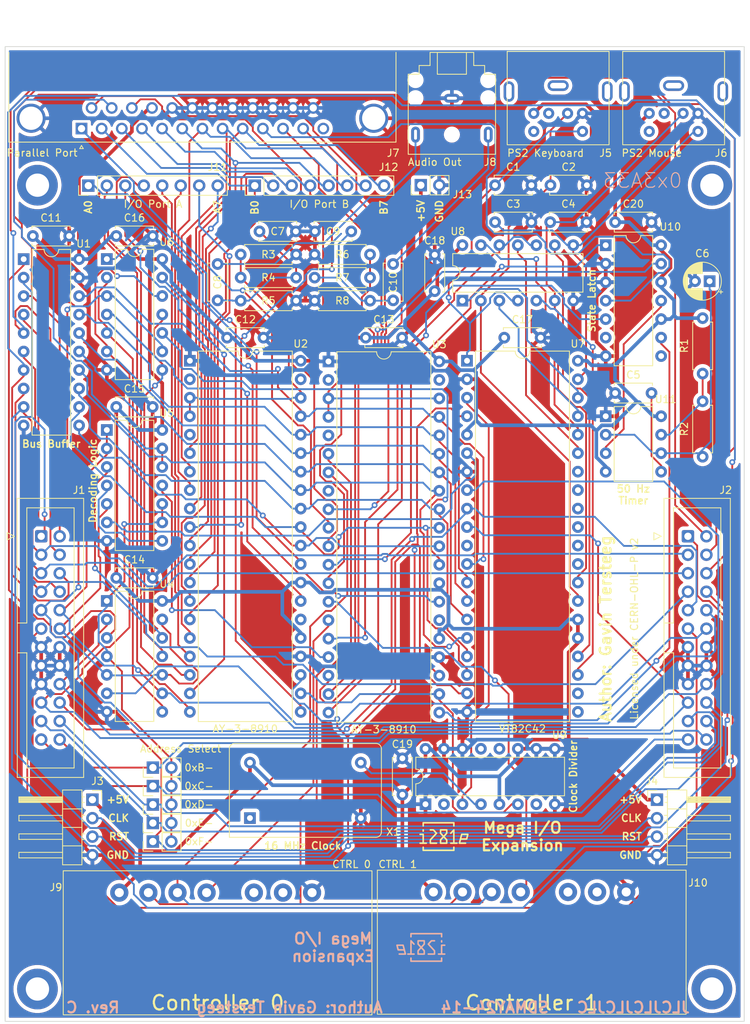
<source format=kicad_pcb>
(kicad_pcb (version 20211014) (generator pcbnew)
  (title_block (title "i281e Mega I/O") (date "2024-05-04") (rev "C") (company "i281e Development Group") (comment 1 "Licensed under CERN-OHL-P v2") (comment 2 "Copyright i281e Development Group 2024"))
  (layers (0 "F.Cu" signal) (31 "B.Cu" signal) (34 "B.Paste" user) (35 "F.Paste" user) (36 "B.SilkS" user "B.Silkscreen") (37 "F.SilkS" user "F.Silkscreen") (38 "B.Mask" user) (39 "F.Mask" user) (44 "Edge.Cuts" user))
  (net 0 "")
  (net 1 "Net-(C1-Pad1)")
  (net 2 "GND")
  (net 3 "Net-(C2-Pad1)")
  (net 4 "Net-(C3-Pad1)")
  (net 5 "Net-(C4-Pad1)")
  (net 6 "Net-(C5-Pad2)")
  (net 7 "Net-(C6-Pad1)")
  (net 8 "Net-(C7-Pad2)")
  (net 9 "/A_LEFT")
  (net 10 "Net-(C10-Pad1)")
  (net 11 "/A_RIGHT")
  (net 12 "+5V")
  (net 13 "/D0")
  (net 14 "/D1")
  (net 15 "/D2")
  (net 16 "/D3")
  (net 17 "/D4")
  (net 18 "/D5")
  (net 19 "/D6")
  (net 20 "/D7")
  (net 21 "/A0")
  (net 22 "/A1")
  (net 23 "/A2")
  (net 24 "/A3")
  (net 25 "/*RD")
  (net 26 "/*WR")
  (net 27 "/*PARA_S7")
  (net 28 "/*PARA_S6")
  (net 29 "/*PARA_S5")
  (net 30 "/*PARA_S4")
  (net 31 "/*PARA_S3")
  (net 32 "/CLK")
  (net 33 "/*RESET")
  (net 38 "/*P_STROBE")
  (net 39 "/UB0")
  (net 40 "/UB1")
  (net 41 "/UB2")
  (net 42 "/UB3")
  (net 43 "/UB4")
  (net 44 "/UB5")
  (net 45 "/UB6")
  (net 46 "/UB7")
  (net 47 "/*P_ACK")
  (net 48 "/P_BUSY")
  (net 49 "/P_PAPER")
  (net 51 "/*P_AUTO")
  (net 52 "Net-(J7-Pad15)")
  (net 53 "/*P_INIT")
  (net 54 "/CTRL_CLK")
  (net 55 "/CTRL_LATCH")
  (net 56 "/CTRL0_DATA")
  (net 59 "/CTRL1_DATA")
  (net 62 "/UA0")
  (net 63 "/UA1")
  (net 64 "/UA2")
  (net 65 "/UA3")
  (net 66 "/UA4")
  (net 67 "/UA5")
  (net 68 "/UA6")
  (net 69 "/UA7")
  (net 70 "/*SELECT")
  (net 71 "Net-(R1-Pad1)")
  (net 72 "/AY0_OUT")
  (net 73 "/AY1_OUT")
  (net 74 "Net-(U1-Pad1)")
  (net 75 "/DB7")
  (net 76 "/DB6")
  (net 77 "/DB5")
  (net 78 "/DB4")
  (net 79 "/DB3")
  (net 80 "/DB2")
  (net 81 "/DB1")
  (net 82 "/DB0")
  (net 85 "/AY_CLK")
  (net 87 "/AY0_BDIR")
  (net 88 "/AY0_BC1")
  (net 93 "/*ACK_RES")
  (net 94 "/*50HZ_RES")
  (net 95 "/*PS2_INT")
  (net 96 "/P_ERROR")
  (net 97 "/ACK_SET")
  (net 98 "/50HZ_SET")
  (net 100 "/AY1_BDIR")
  (net 101 "/AY1_BC1")
  (net 103 "Net-(U4-Pad10)")
  (net 104 "/*AY0_EN")
  (net 105 "/*AY1_EN")
  (net 106 "Net-(U4-Pad12)")
  (net 107 "Net-(U5-Pad4)")
  (net 108 "/*PS2_EN")
  (net 109 "/PS2_CLK")
  (net 113 "Net-(U7-Pad23)")
  (net 114 "Net-(U7-Pad24)")
  (net 121 "/PS2_INT0")
  (net 122 "/PS2_INT1")
  (net 123 "Net-(U7-Pad37)")
  (net 124 "Net-(U7-Pad38)")
  (net 126 "Net-(U9-Pad4)")
  (net 132 "Net-(U10-Pad11)")
  (footprint "Capacitor_THT:C_Disc_D5.0mm_W2.5mm_P5.00mm" (layer "F.Cu") (at 114.97 83.19)
    (fp_text reference "C17")
    (fp_text value "0.1 uF")
  )
  (footprint "Connector_PinHeader_2.54mm:PinHeader_1x08_P2.54mm_Vertical" (layer "F.Cu") (at 80.67 62.29 90)
    (fp_text reference "J12")
    (fp_text value "I/O Port B")
  )
  (footprint "Package_DIP:DIP-14_W7.62mm" (layer "F.Cu") (at 60.335 95.88)
    (fp_text reference "U5")
    (fp_text value "74LS00")
  )
  (footprint "Capacitor_THT:C_Disc_D5.0mm_W2.5mm_P5.00mm" (layer "F.Cu") (at 95.92 83.19)
    (fp_text reference "C13")
    (fp_text value "0.1 uF")
  )
  (footprint "Connector_Audio:Jack_3.5mm_CUI_SJ1-3523N_Horizontal" (layer "F.Cu") (at 107.77 50.28 180)
    (fp_text reference "J8")
    (fp_text value "Audio Out")
  )
  (footprint "Connector_PinHeader_2.54mm:PinHeader_1x04_P2.54mm_Horizontal" (layer "F.Cu") (at 50.155 146.695)
    (fp_text reference "J3")
    (fp_text value "Power In")
  )
  (footprint "Connector_PinHeader_2.54mm:PinHeader_1x02_P2.54mm_Vertical" (layer "F.Cu") (at 66.665 149.905 90)
    (fp_text reference "JP4")
    (fp_text value "Jumper_2_Bridged")
  )
  (footprint "Capacitor_THT:C_Disc_D5.0mm_W2.5mm_P5.00mm" (layer "F.Cu") (at 86.32 68.58 180)
    (fp_text reference "C7")
    (fp_text value "2.2 nF")
  )
  (footprint "Oscillator:Oscillator_DIP-14" (layer "F.Cu") (at 80.01 149.225)
    (fp_text reference "X1")
    (fp_text value "MXO45")
  )
  (footprint "Connector_IDC:IDC-Header_2x12_P2.54mm_Vertical" (layer "F.Cu") (at 51.3175 110.49)
    (fp_text reference "J1")
    (fp_text value "Expansion Bus In")
  )
  (footprint "Capacitor_THT:C_Disc_D5.0mm_W2.5mm_P5.00mm" (layer "F.Cu") (at 121.325 62.23)
    (fp_text reference "C2")
    (fp_text value "47 pF")
  )
  (footprint "MountingHole:MountingHole_3.2mm_M3_DIN965_Pad" (layer "F.Cu") (at 143.51 62.23)
    (fp_text reference "H2")
    (fp_text value "MountingHole")
  )
  (footprint "MountingHole:MountingHole_3.2mm_M3_DIN965_Pad" (layer "F.Cu") (at 50.8 172.72)
    (fp_text reference "H3")
    (fp_text value "MountingHole")
  )
  (footprint "Capacitor_THT:C_Disc_D5.0mm_W2.5mm_P5.00mm" (layer "F.Cu") (at 50.165 69.215)
    (fp_text reference "C11")
    (fp_text value "0.1 uF")
  )
  (footprint "Package_DIP:DIP-40_W15.24mm" (layer "F.Cu") (at 71.75 86.365)
    (fp_text reference "U2")
    (fp_text value "AY-3-8910")
  )
  (footprint "Capacitor_THT:C_Disc_D5.0mm_W2.5mm_P5.00mm" (layer "F.Cu") (at 113.705 62.23)
    (fp_text reference "C1")
    (fp_text value "47 pF")
  )
  (footprint "Capacitor_THT:C_Disc_D5.0mm_W2.5mm_P5.00mm" (layer "F.Cu") (at 113.705 67.31)
    (fp_text reference "C3")
    (fp_text value "47 pF")
  )
  (footprint "Capacitor_THT:C_Disc_D5.0mm_W2.5mm_P5.00mm" (layer "F.Cu") (at 130.215 67.31)
    (fp_text reference "C20")
    (fp_text value "0.1 uF")
  )
  (footprint "Custom:MiniDIN-6" (layer "F.Cu") (at 122.375 43.845)
    (fp_text reference "J5")
    (fp_text value "PS2 Keyboard")
  )
  (footprint "Resistor_THT:R_Axial_DIN0207_L6.3mm_D2.5mm_P7.62mm_Horizontal" (layer "F.Cu") (at 96.52 74.93 180)
    (fp_text reference "R7")
    (fp_text value "4.7K")
  )
  (footprint "Capacitor_THT:C_Disc_D5.0mm_W2.5mm_P5.00mm" (layer "F.Cu") (at 61.635 116.205)
    (fp_text reference "C14")
    (fp_text value "0.1 uF")
  )
  (footprint "Package_DIP:DIP-40_W15.24mm" (layer "F.Cu") (at 90.8 86.46)
    (fp_text reference "U3")
    (fp_text value "AY-3-8910")
  )
  (footprint "Resistor_THT:R_Axial_DIN0207_L6.3mm_D2.5mm_P7.62mm_Horizontal" (layer "F.Cu") (at 142.24 99.555 90)
    (fp_text reference "R2")
    (fp_text value "9.53K")
  )
  (footprint "MountingHole:MountingHole_3.2mm_M3_DIN965_Pad" (layer "F.Cu") (at 143.51 172.72)
    (fp_text reference "H4")
    (fp_text value "MountingHole")
  )
  (footprint "Connector_PinHeader_2.54mm:PinHeader_1x02_P2.54mm_Vertical" (layer "F.Cu") (at 103.5 62.23 90)
    (fp_text reference "J13")
    (fp_text value "I/O Power")
  )
  (footprint "Custom:SNES_Header" (layer "F.Cu") (at 105.23 159.385)
    (fp_text reference "J10")
    (fp_text value "CTRL 1")
  )
  (footprint "Package_DIP:DIP-14_W7.62mm" (layer "F.Cu") (at 128.915 70.48)
    (fp_text reference "U10")
    (fp_text value "74LS74")
  )
  (footprint "Package_DIP:DIP-40_W15.24mm" (layer "F.Cu") (at 109.85 86.365)
    (fp_text reference "U7")
    (fp_text value "VT82C42")
  )
  (footprint "Resistor_THT:R_Axial_DIN0207_L6.3mm_D2.5mm_P7.62mm_Horizontal" (layer "F.Cu") (at 78.74 74.93)
    (fp_text reference "R4")
    (fp_text value "4.7K")
  )
  (footprint "Package_DIP:DIP-14_W7.62mm" (layer "F.Cu") (at 60.335 72.385)
    (fp_text reference "U6")
    (fp_text value "74LS02")
  )
  (footprint "Resistor_THT:R_Axial_DIN0207_L6.3mm_D2.5mm_P7.62mm_Horizontal" (layer "F.Cu") (at 142.24 88.125 90)
    (fp_text reference "R1")
    (fp_text value "9.53K")
  )
  (footprint "Capacitor_THT:C_Disc_D5.0mm_W2.5mm_P5.00mm" (layer "F.Cu") (at 100.965 146.01 90)
    (fp_text reference "C19")
    (fp_text value "0.1 uF")
  )
  (footprint "Connector_IDC:IDC-Header_2x12_P2.54mm_Vertical" (layer "F.Cu") (at 140.2175 110.49)
    (fp_text reference "J2")
    (fp_text value "Expansion Bus Out")
  )
  (footprint "Connector_PinHeader_2.54mm:PinHeader_1x02_P2.54mm_Vertical" (layer "F.Cu") (at 66.665 152.445 90)
    (fp_text reference "JP5")
    (fp_text value "Jumper_2_Bridged")
  )
  (footprint "Connector_PinHeader_2.54mm:PinHeader_1x02_P2.54mm_Vertical" (layer "F.Cu") (at 66.67 142.285 90)
    (fp_text reference "JP1")
    (fp_text value "Jumper_2_Bridged")
  )
  (footprint "Package_DIP:DIP-14_W7.62mm" (layer "F.Cu") (at 60.335 119.375)
    (fp_text reference "U4")
    (fp_text value "74LS32")
  )
  (footprint "Capacitor_THT:C_Disc_D5.0mm_W2.5mm_P5.00mm" (layer "F.Cu") (at 61.635 92.71)
    (fp_text reference "C15")
    (fp_text value "0.1 uF")
  )
  (footprint "Capacitor_THT:C_Disc_D5.0mm_W2.5mm_P5.00mm" (layer "F.Cu") (at 105.41 76.795 90)
    (fp_text reference "C18")
    (fp_text value "0.1 uF")
  )
  (footprint "Connector_PinHeader_2.54mm:PinHeader_1x02_P2.54mm_Vertical" (layer "F.Cu") (at 66.67 144.825 90)
    (fp_text reference "JP2")
    (fp_text value "Jumper_2_Bridged")
  )
  (footprint "Package_DIP:DIP-14_W7.62mm" (layer "F.Cu") (at 109.215 78.095 90)
    (fp_text reference "U8")
    (fp_text value "74LS06")
  )
  (footprint "Capacitor_THT:C_Disc_D5.0mm_W2.5mm_P5.00mm" (layer "F.Cu") (at 99.695 78.065 90)
    (fp_text reference "C10")
    (fp_text value "10 nF")
  )
  (footprint "Resistor_THT:R_Axial_DIN0207_L6.3mm_D2.5mm_P7.62mm_Horizontal" (layer "F.Cu") (at 88.9 78.105)
    (fp_text reference "R8")
    (fp_text value "470R")
  )
  (footprint "Symbol:i281e_logo" (layer "F.Cu") (at 106.68 151.765)
    (fp_text reference "G**0")
    (fp_text value "LOGO" hide)
  )
  (footprint "Capacitor_THT:CP_Radial_D5.0mm_P2.00mm" (layer "F.Cu") (at 143.1951 75.425 180)
    (fp_text reference "C6")
    (fp_text value "1.0 uF")
  )
  (footprint "Resistor_THT:R_Axial_DIN0207_L6.3mm_D2.5mm_P7.62mm_Horizontal" (layer "F.Cu") (at 86.36 78.105 180)
    (fp_text reference "R5")
    (fp_text value "470R")
  )
  (footprint "Capacitor_THT:C_Disc_D5.0mm_W2.5mm_P5.00mm" (layer "F.Cu") (at 121.285 67.31)
    (fp_text reference "C4")
    (fp_text value "47 pF")
  )
  (footprint "Capacitor_THT:C_Disc_D5.0mm_W2.5mm_P5.00mm" (layer "F.Cu") (at 75.565 78.065 90)
    (fp_text reference "C8")
    (fp_text value "10 nF")
  )
  (footprint "Capacitor_THT:C_Disc_D5.0mm_W2.5mm_P5.00mm" (layer "F.Cu") (at 88.94 68.58)
    (fp_text reference "C9")
    (fp_text value "2.2 nF")
  )
  (footprint "Package_DIP:DIP-16_W7.62mm" (layer "F.Cu") (at 104.14 147.32 90)
    (fp_text reference "U9")
    (fp_text value "74LS193")
  )
  (footprint "Resistor_THT:R_Axial_DIN0207_L6.3mm_D2.5mm_P7.62mm_Horizontal" (layer "F.Cu") (at 88.9 71.755)
    (fp_text reference "R6")
    (fp_text value "1K")
  )
  (footprint "Custom:SNES_Header" (layer "F.Cu") (at 62.05 159.47)
    (fp_text reference "J9")
    (fp_text value "CTRL 0")
  )
  (footprint "Capacitor_THT:C_Disc_D5.0mm_W2.5mm_P5.00mm" (layer "F.Cu") (at 61.635 69.215)
    (fp_text reference "C16")
    (fp_text value "0.1 uF")
  )
  (footprint "MountingHole:MountingHole_3.2mm_M3_DIN965_Pad" (layer "F.Cu") (at 50.8 62.23)
    (fp_text reference "H1")
    (fp_text value "MountingHole")
  )
  (footprint "Capacitor_THT:C_Disc_D5.0mm_W2.5mm_P5.00mm" (layer "F.Cu") (at 76.87 83.19)
    (fp_text reference "C12")
    (fp_text value "0.1 uF")
  )
  (footprint "Connector_Dsub:DSUB-25_Female_Horizontal_P2.77x2.84mm_EdgePinOffset7.70mm_Housed_MountingHolesOffset9.12mm" (layer "F.Cu") (at 56.855 54.4503 180)
    (fp_text reference "J7")
    (fp_text value "Parallel Port")
  )
  (footprint "Connector_PinHeader_2.54mm:PinHeader_1x08_P2.54mm_Vertical" (layer "F.Cu") (at 57.795 62.29 90)
    (fp_text reference "J11")
    (fp_text value "I/O Port A")
  )
  (footprint "Resistor_THT:R_Axial_DIN0207_L6.3mm_D2.5mm_P7.62mm_Horizontal" (layer "F.Cu") (at 86.36 71.755 180)
    (fp_text reference "R3")
    (fp_text value "1K")
  )
  (footprint "Package_DIP:DIP-8_W7.62mm" (layer "F.Cu") (at 128.915 93.99)
    (fp_text reference "U11")
    (fp_text value "NE555P")
  )
  (footprint "Connector_PinHeader_2.54mm:PinHeader_1x04_P2.54mm_Horizontal" (layer "F.Cu") (at 135.96 146.695)
    (fp_text reference "J4")
    (fp_text value "Power Out")
  )
  (footprint "Custom:MiniDIN-6" (layer "F.Cu") (at 138.25 43.845)
    (fp_text reference "J6")
    (fp_text value "PS2 Mouse")
  )
  (footprint "Connector_PinHeader_2.54mm:PinHeader_1x02_P2.54mm_Vertical" (layer "F.Cu") (at 66.67 147.365 90)
    (fp_text reference "JP3")
    (fp_text value "Jumper_2_Bridged")
  )
  (footprint "Capacitor_THT:C_Disc_D5.0mm_W2.5mm_P5.00mm" (layer "F.Cu") (at 130.215 90.805)
    (fp_text reference "C5")
    (fp_text value "0.1 uF")
  )
  (footprint "Package_DIP:DIP-20_W7.62mm" (layer "F.Cu") (at 48.905 72.395)
    (fp_text reference "U1")
    (fp_text value "74LS245")
  )
  (footprint "Symbol:i281e_logo" (layer "B.Cu") (at 103.505 167.005 180)
    (fp_text reference "G**1")
    (fp_text value "LOGO" hide)
  )
  (gr_rect (start 46.355 43.18) (end 147.955 177.165) (layer "Edge.Cuts") (width 0.1) (fill none))
  (gr_text "Mega I/O\nExpansion" (at 91.44 167.005) (layer "B.SilkS") (effects (font (size 1.5 1.5) (thickness 0.3)) (justify mirror)))
  (gr_text "Rev. C\n" (at 58.42 175.26) (layer "B.SilkS") (effects (font (size 1.5 1.5) (thickness 0.3)) (justify mirror)))
  (gr_text "SDMAY24-14" (at 113.665 175.26) (layer "B.SilkS") (effects (font (size 1.5 1.5) (thickness 0.3)) (justify mirror)))
  (gr_text "JLCJLCJLCJLC" (at 132.715 175.26) (layer "B.SilkS") (effects (font (size 1.5 1.5) (thickness 0.3)) (justify mirror)))
  (gr_text "Author: Gavin Tersteeg\n" (at 98.425 175.26) (layer "B.SilkS") (effects (font (size 1.5 1.5) (thickness 0.3)) (justify left mirror)))
  (gr_text "0x3A33\n" (at 133.985 61.595) (layer "B.SilkS") (effects (font (size 2 2)) (justify mirror)))
  (gr_text "B7" (at 98.42 64.195 90) (layer "F.SilkS") (effects (font (size 1 1) (thickness 0.2)) (justify right)))
  (gr_text "Address Select\n" (at 70.485 139.7) (layer "F.SilkS") (effects (font (size 1 1))))
  (gr_text "B0\n" (at 80.67 64.195 90) (layer "F.SilkS") (effects (font (size 1 1) (thickness 0.2)) (justify right)))
  (gr_text "State Latch" (at 127 78.105 90) (layer "F.SilkS") (effects (font (size 1 1) (thickness 0.2))))
  (gr_text "0xD-" (at 73.02 147.365) (layer "F.SilkS") (effects (font (size 1 1))))
  (gr_text "A7" (at 75.56 64.195 90) (layer "F.SilkS") (effects (font (size 1 1) (thickness 0.2)) (justify right)))
  (gr_text "GND" (at 63.5 154.305) (layer "F.SilkS") (effects (font (size 1 1) (thickness 0.2)) (justify right)))
  (gr_text "Clock Divider" (at 124.46 143.51 90) (layer "F.SilkS") (effects (font (size 1 1) (thickness 0.2))))
  (gr_text "Decoding Logic" (at 58.42 102.87 90) (layer "F.SilkS") (effects (font (size 1 1) (thickness 0.2))))
  (gr_text "Bus Buffer" (at 52.705 97.79) (layer "F.SilkS") (effects (font (size 1 1) (thickness 0.2))))
  (gr_text "Mega I/O\nExpansion" (at 117.475 151.765) (layer "F.SilkS") (effects (font (size 1.5 1.5) (thickness 0.3))))
  (gr_text "16 MHz Clock" (at 87.255 153.035) (layer "F.SilkS") (effects (font (size 1 1) (thickness 0.2))))
  (gr_text "0xF-\n" (at 73.02 152.445) (layer "F.SilkS") (effects (font (size 1 1))))
  (gr_text "GND" (at 133.985 154.305) (layer "F.SilkS") (effects (font (size 1 1) (thickness 0.2)) (justify right)))
  (gr_text "RST" (at 63.5 151.765) (layer "F.SilkS") (effects (font (size 1 1) (thickness 0.2)) (justify right)))
  (gr_text "Licensed under CERN-OHL-P v2" (at 132.842 123.19 90) (layer "F.SilkS") (effects (font (size 1 1))))
  (gr_text "+5V" (at 133.985 146.685) (layer "F.SilkS") (effects (font (size 1 1) (thickness 0.2)) (justify right)))
  (gr_text "GND" (at 106.04 64.165 90) (layer "F.SilkS") (effects (font (size 1 1) (thickness 0.2)) (justify right)))
  (gr_text "+5V" (at 103.5 64.135 90) (layer "F.SilkS") (effects (font (size 1 1) (thickness 0.2)) (justify right)))
  (gr_text "50 Hz\nTimer" (at 132.715 104.775) (layer "F.SilkS") (effects (font (size 1 1) (thickness 0.2))))
  (gr_text "Controller 0\n" (at 75.565 174.625) (layer "F.SilkS") (effects (font (size 2 2) (thickness 0.3))))
  (gr_text "CLK" (at 63.5 149.225) (layer "F.SilkS") (effects (font (size 1 1) (thickness 0.2)) (justify right)))
  (gr_text "A0\n" (at 57.78 64.195 90) (layer "F.SilkS") (effects (font (size 1 1) (thickness 0.2)) (justify right)))
  (gr_text "CLK" (at 133.985 149.225) (layer "F.SilkS") (effects (font (size 1 1) (thickness 0.2)) (justify right)))
  (gr_text "0xB-" (at 73.02 142.285) (layer "F.SilkS") (effects (font (size 1 1))))
  (gr_text "Controller 1" (at 118.745 174.625) (layer "F.SilkS") (effects (font (size 2 2) (thickness 0.3))))
  (gr_text "0xE-\n" (at 73.02 149.905) (layer "F.SilkS") (effects (font (size 1 1))))
  (gr_text "RST" (at 133.985 151.765) (layer "F.SilkS") (effects (font (size 1 1) (thickness 0.2)) (justify right)))
  (gr_text "Author: Gavin Tersteeg\n" (at 128.905 123.19 90) (layer "F.SilkS") (effects (font (size 1.5 1.5) (thickness 0.3))))
  (gr_text "0xC-" (at 73.02 144.825) (layer "F.SilkS") (effects (font (size 1 1))))
  (gr_text "+5V" (at 63.5 146.685) (layer "F.SilkS") (effects (font (size 1 1) (thickness 0.2)) (justify right)))
  (segment (start 107.3296 77.6771) (end 107.3296 75.814) (width 0.25) (layer "F.Cu") (net 1))
  (segment (start 107.3296 75.814) (end 110.485 72.6586) (width 0.25) (layer "F.Cu") (net 1))
  (segment (start 110.485 72.6586) (end 110.485 65.45) (width 0.25) (layer "F.Cu") (net 1))
  (segment (start 110.485 65.45) (end 113.705 62.23) (width 0.25) (layer "F.Cu") (net 1))
  (via (at 107.3296 77.6771) (size 0.8) (drill 0.4) (layers "F.Cu" "B.Cu") (net 1))
  (segment (start 107.3296 78.2742) (end 107.3296 77.6771) (width 0.25) (layer "B.Cu") (net 1))
  (segment (start 110.2518 81.1964) (end 107.3296 78.2742) (width 0.25) (layer "B.Cu") (net 1))
  (segment (start 121.09 54.845) (end 125.725 54.845) (width 0.25) (layer "B.Cu") (net 1))
  (segment (start 113.8288 76.9451) (end 113.025 77.7489) (width 0.25) (layer "B.Cu") (net 1))
  (segment (start 116.835 78.095) (end 115.991 78.095) (width 0.25) (layer "B.Cu") (net 1))
  (segment (start 110.2518 84.8379) (end 110.2518 81.1964) (width 0.25) (layer "B.Cu") (net 1))
  (segment (start 113.025 78.4232) (end 110.2518 81.1964) (width 0.25) (layer "B.Cu") (net 1))
  (segment (start 109.85 85.2397) (end 110.2518 84.8379) (width 0.25) (layer "B.Cu") (net 1))
  (segment (start 113.705 62.23) (end 121.09 54.845) (width 0.25) (layer "B.Cu") (net 1))
  (segment (start 115.991 78.095) (end 114.8411 76.9451) (width 0.25) (layer "B.Cu") (net 1))
  (segment (start 113.025 77.7489) (end 113.025 78.4232) (width 0.25) (layer "B.Cu") (net 1))
  (segment (start 114.8411 76.9451) (end 113.8288 76.9451) (width 0.25) (layer "B.Cu") (net 1))
  (segment (start 109.85 86.365) (end 109.85 85.2397) (width 0.25) (layer "B.Cu") (net 1))
  (segment (start 106.04 60.9297) (end 106.04 53.0303) (width 0.5) (layer "F.Cu") (net 2))
  (segment (start 109.85 134.625) (end 109.85 137.8197) (width 0.5) (layer "F.Cu") (net 2))
  (segment (start 140.2175 128.27) (end 140.2175 130.81) (width 0.5) (layer "F.Cu") (net 2))
  (segment (start 88.9 71.755) (end 88.94 71.715) (width 0.5) (layer "F.Cu") (net 2))
  (segment (start 111.1004 132.6682) (end 111.1004 130.815) (width 0.5) (layer "F.Cu") (net 2))
  (segment (start 57.8146 84.4013) (end 57.8146 76.931) (width 0.5) (layer "F.Cu") (net 2))
  (segment (start 133.9272 68.5978) (end 135.215 67.31) (width 0.5) (layer "F.Cu") (net 2))
  (segment (start 127.6472 68.5978) (end 133.9272 68.5978) (width 0.5) (layer "F.Cu") (net 2))
  (segment (start 106.04 62.8801) (end 106.04 63.5303) (width 0.5) (layer "F.Cu") (net 2))
  (segment (start 87.63 78.105) (end 87.63 73.025) (width 0.5) (layer "F.Cu") (net 2))
  (segment (start 111.1004 130.815) (end 109.2818 130.815) (width 0.5) (layer "F.Cu") (net 2))
  (segment (start 127.6646 83.7632) (end 128.915 85.0136) (width 0.5) (layer "F.Cu") (net 2))
  (segment (start 104.7058 138.4291) (end 103.5459 138.4291) (width 0.5) (layer "F.Cu") (net 2))
  (segment (start 109.85 101.605) (end 109.85 102.3083) (width 0.5) (layer "F.Cu") (net 2))
  (segment (start 126.325 62.23) (end 126.285 62.27) (width 0.5) (layer "F.Cu") (net 2))
  (segment (start 100.965 141.01) (end 95.25 146.725) (width 0.5) (layer "F.Cu") (net 2))
  (segment (start 109.85 102.3083) (end 111.1004 103.5587) (width 0.5) (layer "F.Cu") (net 2))
  (segment (start 105.41 64.1603) (end 106.04 63.5303) (width 0.5) (layer "F.Cu") (net 2))
  (segment (start 128.915 75.56) (end 128.915 73.02) (width 0.5) (layer "F.Cu") (net 2))
  (segment (start 126.285 62.27) (end 126.285 67.31) (width 0.5) (layer "F.Cu") (net 2))
  (segment (start 56.525 74.2317) (end 55.165 72.8717) (width 0.5) (layer "F.Cu") (net 2))
  (segment (start 105.4297 139.7) (end 105.4297 139.153) (width 0.5) (layer "F.Cu") (net 2))
  (segment (start 87.63 78.105) (end 88.9 78.105) (width 0.5) (layer "F.Cu") (net 2))
  (segment (start 131.73 159.385) (end 131.73 158.3803) (width 0.5) (layer "F.Cu") (net 2))
  (segment (start 128.915 85.0136) (end 128.915 85.72) (width 0.5) (layer "F.Cu") (net 2))
  (segment (start 105.41 71.795) (end 105.41 64.1603) (width 0.5) (layer "F.Cu") (net 2))
  (segment (start 88.94 71.715) (end 88.94 68.58) (width 0.5) (layer "F.Cu") (net 2))
  (segment (start 105.4297 139.7) (end 105.4297 144.78) (width 0.5) (layer "F.Cu") (net 2))
  (segment (start 140.2175 125.73) (end 140.2175 128.27) (width 0.5) (layer "F.Cu") (net 2))
  (segment (start 53.8575 125.73) (end 53.8575 128.27) (width 0.5) (layer "F.Cu") (net 2))
  (segment (start 86.36 71.755) (end 87.63 73.025) (width 0.5) (layer "F.Cu") (net 2))
  (segment (start 106.04 60.9297) (end 117.4047 60.9297) (width 0.5) (layer "F.Cu") (net 2))
  (segment (start 135.96 154.315) (end 144.0764 146.1986) (width 0.5) (layer "F.Cu") (net 2))
  (segment (start 142.7575 125.73) (end 142.7575 128.27) (width 0.5) (layer "F.Cu") (net 2))
  (segment (start 51.3175 130.81) (end 51.3175 128.27) (width 0.5) (layer "F.Cu") (net 2))
  (segment (start 130.215 90.805) (end 128.915 89.505) (width 0.5) (layer "F.Cu") (net 2))
  (segment (start 144.0764 146.1986) (end 144.0764 129.5889) (width 0.5) (layer "F.Cu") (net 2))
  (segment (start 109.85 134.625) (end 109.85 133.9186) (width 0.5) (layer "F.Cu") (net 2))
  (segment (start 128.915 73.02) (end 127.6472 71.7522) (width 0.5) (layer "F.Cu") (net 2))
  (segment (start 55.165 58.2703) (end 49.925 53.0303) (width 0.5) (layer "F.Cu") (net 2))
  (segment (start 51.3175 128.27) (end 51.3175 125.73) (width 0.5) (layer "F.Cu") (net 2))
  (segment (start 50.0171 145.9771) (end 58.355 154.315) (width 0.5) (layer "F.Cu") (net 2))
  (segment (start 105.4297 139.153) (end 104.7058 138.4291) (width 0.5) (layer "F.Cu") (net 2))
  (segment (start 56.525 74.935) (end 56.525 74.2317) (width 0.5) (layer "F.Cu") (net 2))
  (segment (start 128.915 75.56) (end 128.915 76.2633) (width 0.5) (layer "F.Cu") (net 2))
  (segment (start 127.5728 68.5978) (end 127.6472 68.5978) (width 0.5) (layer "F.Cu") (net 2))
  (segment (start 130.215 90.805) (end 128.915 92.105) (width 0.5) (layer "F.Cu") (net 2))
  (segment (start 109.85 133.9186) (end 111.1004 132.6682) (width 0.5) (layer "F.Cu") (net 2))
  (segment (start 107.77 50.28) (end 107.77 51.3303) (width 0.5) (layer "F.Cu") (net 2))
  (segment (start 125.725 52.355) (end 126.9839 53.6139) (width 0.5) (layer "F.Cu") (net 2))
  (segment (start 121.92 147.32) (end 121.92 148.5703) (width 0.5) (layer "F.Cu") (net 2))
  (segment (start 109.22 139.7) (end 109.22 138.4497) (width 0.5) (layer "F.Cu") (net 2))
  (segment (start 111.1004 103.5587) (end 111.1004 130.815) (width 0.5) (layer "F.Cu") (net 2))
  (segment (start 88.55 159.47) (end 95.25 152.77) (width 0.5) (layer "F.Cu") (net 2))
  (segment (start 144.0764 129.5889) (end 142.7575 128.27) (width 0.5) (layer "F.Cu") (net 2))
  (segment (start 109.85 137.8197) (end 109.22 138.4497) (width 0.5) (layer "F.Cu") (net 2))
  (segment (start 66.635 92.71) (end 66.635 116.205) (width 0.5) (layer "F.Cu") (net 2))
  (segment (start 126.9839 53.6139) (end 126.9839 61.5711) (width 0.5) (layer "F.Cu") (net 2))
  (segment (start 60.335 86.9217) (end 57.8146 84.4013) (width 0.5) (layer "F.Cu") (net 2))
  (segment (start 127.6472 71.7522) (end 127.6472 68.5978) (width 0.5) (layer "F.Cu") (net 2))
  (segment (start 131.73 158.3803) (end 121.92 148.5703) (width 0.5) (layer "F.Cu") (net 2))
  (segment (start 51.3175 130.81) (end 50.0171 132.1104) (width 0.5) (layer "F.Cu") (net 2))
  (segment (start 105.4297 144.78) (end 104.14 146.0697) (width 0.5) (layer "F.Cu") (net 2))
  (segment (start 126.9839 61.5711) (end 126.325 62.23) (width 0.5) (layer "F.Cu") (net 2))
  (segment (start 104.14 146.0697) (end 104.14 147.32) (width 0.5) (layer "F.Cu") (net 2))
  (segment (start 106.04 62.8801) (end 106.04 62.23) (width 0.5) (layer "F.Cu") (net 2))
  (segment (start 106.04 62.23) (end 106.04 60.9297) (width 0.5) (layer "F.Cu") (net 2))
  (segment (start 128.915 92.105) (end 128.915 93.99) (width 0.5) (layer "F.Cu") (net 2))
  (segment (start 50.0171 132.1104) (end 50.0171 145.9771) (width 0.5) (layer "F.Cu") (net 2))
  (segment (start 117.4047 60.9297) (end 118.705 62.23) (width 0.5) (layer "F.Cu") (net 2))
  (segment (start 109.2818 130.815) (end 106.04 127.5732) (width 0.5) (layer "F.Cu") (net 2))
  (segment (start 56.525 75.6414) (end 56.525 74.935) (width 0.5) (layer "F.Cu") (net 2))
  (segment (start 60.335 87.625) (end 60.335 86.9217) (width 0.5) (layer "F.Cu") (net 2))
  (segment (start 106.68 139.7) (end 105.4297 139.7) (width 0.5) (layer "F.Cu") (net 2))
  (segment (start 86.36 78.105) (end 87.63 78.105) (width 0.5) (layer "F.Cu") (net 2))
  (segment (start 55.165 69.215) (end 55.165 58.2703) (width 0.5) (layer "F.Cu") (net 2))
  (segment (start 95.25 146.725) (end 95.25 149.225) (width 0.5) (layer "F.Cu") (net 2))
  (segment (start 128.915 76.2633) (end 127.6646 77.5137) (width 0.5) (layer "F.Cu") (net 2))
  (segment (start 121.92 139.7) (end 121.92 147.32) (width 0.5) (layer "F.Cu") (net 2))
  (segment (start 127.6646 77.5137) (end 127.6646 83.7632) (width 0.5) (layer "F.Cu") (net 2))
  (segment (start 95.25 152.77) (end 95.25 149.225) (width 0.5) (layer "F.Cu") (net 2))
  (segment (start 126.285 67.31) (end 127.5728 68.5978) (width 0.5) (layer "F.Cu") (net 2))
  (segment (start 106.04 53.0303) (end 106.07 53.0303) (width 0.5) (layer "F.Cu") (net 2))
  (segment (start 57.8146 76.931) (end 56.525 75.6414) (width 0.5) (layer "F.Cu") (net 2))
  (segment (start 106.07 53.0303) (end 107.77 51.3303) (width 0.5) (layer "F.Cu") (net 2))
  (segment (start 103.5459 138.4291) (end 100.965 141.01) (width 0.5) (layer "F.Cu") (net 2))
  (segment (start 97.025 53.0303) (end 106.04 53.0303) (width 0.5) (layer "F.Cu") (net 2))
  (segment (start 106.04 127.5732) (end 106.04 127.1) (width 0.5) (layer "F.Cu") (net 2))
  (segment (start 87.63 73.025) (end 88.9 71.755) (width 0.5) (layer "F.Cu") (net 2))
  (segment (start 128.915 89.505) (end 128.915 85.72) (width 0.5) (layer "F.Cu") (net 2))
  (segment (start 55.165 72.8717) (end 55.165 69.215) (width 0.5) (layer "F.Cu") (net 2))
  (segment (start 90.1749 86.46) (end 90.8 86.46) (width 0.5) (layer "B.Cu") (net 2))
  (segment (start 72.09 51.6103) (end 74.86 51.6103) (width 0.5) (layer "B.Cu") (net 2))
  (segment (start 142.7575 128.27) (end 140.2175 128.27) (width 0.5) (layer "B.Cu") (net 2))
  (segment (start 61.5853 111.12) (end 61.5853 111.1553) (width 0.5) (layer "B.Cu") (net 2))
  (segment (start 104.7897 127.1) (end 103.5197 128.37) (width 0.5) (layer "B.Cu") (net 2))
  (segment (start 105.46 87.73) (end 100.92 83.19) (width 0.5) (layer "B.Cu") (net 2))
  (segment (start 105.41 71.795) (end 105.41 74.1761) (width 0.5) (layer "B.Cu") (net 2))
  (segment (start 128.915 75.56) (end 127.6647 75.56) (width 0.5) (layer "B.Cu") (net 2))
  (segment (start 85.5836 78.8814) (end 85.5836 83.19) (width 0.5) (layer "B.Cu") (net 2))
  (segment (start 118.705 64.796) (end 118.705 67.31) (width 0.5) (layer "B.Cu") (net 2))
  (segment (start 95.605 51.6103) (end 97.025 53.0303) (width 0.5) (layer "B.Cu") (net 2))
  (segment (start 141.1951 73.2901) (end 141.1951 75.425) (width 0.5) (layer "B.Cu") (net 2))
  (segment (start 88.7645 86.3709) (end 85.5836 83.19) (width 0.5) (layer "B.Cu") (net 2))
  (segment (start 61.5853 111.1553) (end 66.635 116.205) (width 0.5) (layer "B.Cu") (net 2))
  (segment (start 51.3175 128.27) (end 53.8575 128.27) (width 0.5) (layer "B.Cu") (net 2))
  (segment (start 89.4611 86.3714) (end 89.5497 86.46) (width 0.5) (layer "B.Cu") (net 2))
  (segment (start 106.04 127.1) (end 104.7897 127.1) (width 0.5) (layer "B.Cu") (net 2))
  (segment (start 135.215 67.31) (end 141.1951 73.2901) (width 0.5) (layer "B.Cu") (net 2))
  (segment (start 71.75 86.365) (end 73.0003 86.365) (width 0.5) (layer "B.Cu") (net 2))
  (segment (start 88.7645 86.3714) (end 89.4611 86.3714) (width 0.5) (layer "B.Cu") (net 2))
  (segment (start 125.1297 78.095) (end 124.455 78.095) (width 0.5) (layer "B.Cu") (net 2))
  (segment (start 59.0552 73.6551) (end 61.39 73.6551) (width 0.5) (layer "B.Cu") (net 2))
  (segment (start 48.905 107.2079) (end 50.5617 108.8646) (width 0.5) (layer "B.Cu") (net 2))
  (segment (start 90.1749 86.46) (end 89.5497 86.46) (width 0.5) (layer "B.Cu") (net 2))
  (segment (start 85.5836 83.19) (end 81.87 83.19) (width 0.5) (layer "B.Cu") (net 2))
  (segment (start 119.988 63.513) (end 118.705 64.796) (width 0.5) (layer "B.Cu") (net 2))
  (segment (start 108.5997 88.905) (end 107.4247 87.73) (width 0.5) (layer "B.Cu") (net 2))
  (segment (start 111.1769 138.4464) (end 117.42 138.4464) (width 0.5) (layer "B.Cu") (net 2))
  (segment (start 85.94 51.6103) (end 88.71 51.6103) (width 0.5) (layer "B.Cu") (net 2))
  (segment (start 127.6647 75.56) (end 125.1297 78.095) (width 0.5) (layer "B.Cu") (net 2))
  (segment (start 118.1297 139.1561) (end 118.1297 139.7) (width 0.5) (layer "B.Cu") (net 2))
  (segment (start 84.9384 87.635) (end 87.5009 87.635) (width 0.5) (layer "B.Cu") (net 2))
  (segment (start 118.1297 139.7) (end 119.38 139.7) (width 0.5) (layer "B.Cu") (net 2))
  (segment (start 86.99 127.005) (end 88.2403 127.005) (width 0.5) (layer "B.Cu") (net 2))
  (segment (start 94.6696 84.4673) (end 92.6769 86.46) (width 0.5) (layer "B.Cu") (net 2))
  (segment (start 109.85 101.605) (end 109.85 100.9018) (width 0.5) (layer "B.Cu") (net 2))
  (segment (start 87.5009 87.635) (end 88.7645 86.3714) (width 0.5) (layer "B.Cu") (net 2))
  (segment (start 119.38 139.7) (end 121.92 139.7) (width 0.5) (layer "B.Cu") (net 2))
  (segment (start 57.7753 74.935) (end 59.0552 73.6551) (width 0.5) (layer "B.Cu") (net 2))
  (segment (start 94.6696 82.6197) (end 94.6696 84.4673) (width 0.5) (layer "B.Cu") (net 2))
  (segment (start 48.905 95.255) (end 48.905 96.5053) (width 0.5) (layer "B.Cu") (net 2))
  (segment (start 109.9233 139.7) (end 111.1769 138.4464) (width 0.5) (layer "B.Cu") (net 2))
  (segment (start 105.41 74.1761) (end 99.1323 80.4538) (width 0.5) (layer "B.Cu") (net 2))
  (segment (start 96.8355 80.4538) (end 94.6696 82.6197) (width 0.5) (layer "B.Cu") (net 2))
  (segment (start 132.1903 159.385) (end 135.96 155.6153) (width 0.5) (layer "B.Cu") (net 2))
  (segment (start 48.905 96.5053) (end 48.905 107.2079) (width 0.5) (layer "B.Cu") (net 2))
  (segment (start 56.525 74.935) (end 57.7753 74.935) (width 0.5) (layer "B.Cu") (net 2))
  (segment (start 86.36 78.105) (end 85.5836 78.8814) (width 0.5) (layer "B.Cu") (net 2))
  (segment (start 99.1323 80.4538) (end 96.8355 80.4538) (width 0.5) (layer "B.Cu") (net 2))
  (segment (start 49.925 53.0303) (end 67.9 53.0303) (width 0.5) (layer "B.Cu") (net 2))
  (segment (start 60.2025 134.615) (end 53.8575 128.27) (width 0.5) (layer "B.Cu") (net 2))
  (segment (start 49.968 124.3805) (end 51.3175 125.73) (width 0.5) (layer "B.Cu") (net 2))
  (segment (start 72.09 51.6103) (end 69.32 51.6103) (width 0.5) (layer "B.Cu") (net 2))
  (segment (start 67.9 53.0303) (end 69.32 51.6103) (width 0.5) (layer "B.Cu") (net 2))
  (segment (start 135.96 154.315) (end 135.96 155.6153) (width 0.5) (layer "B.Cu") (net 2))
  (segment (start 140.3856 51.1406) (end 141.6 52.355) (width 0.5) (layer "B.Cu") (net 2))
  (segment (start 61.55 87.625) (end 66.635 92.71) (width 0.5) (layer "B.Cu") (net 2))
  (segment (start 90.8 86.46) (end 92.0503 86.46) (width 0.5) (layer "B.Cu") (net 2))
  (segment (start 127.1719 85.72) (end 127.6647 85.72) (width 0.5) (layer "B.Cu") (net 2))
  (segment (start 74.983 88.3477) (end 84.2257 88.3477) (width 0.5) (layer "B.Cu") (net 2))
  (segment (start 60.335 111.12) (end 59.0847 111.12) (width 0.5) (layer "B.Cu") (net 2))
  (segment (start 133.2384 51.1406) (end 140.3856 51.1406) (width 0.5) (layer "B.Cu") (net 2))
  (segment (start 103.5197 128.37) (end 89.6053 128.37) (width 0.5) (layer "B.Cu") (net 2))
  (segment (start 74.86 51.6103) (end 77.63 51.6103) (width 0.5) (layer "B.Cu") (net 2))
  (segment (start 84.2257 88.3477) (end 84.9384 87.635) (width 0.5) (layer "B.Cu") (net 2))
  (segment (start 107.4247 87.73) (end 105.46 87.73) (width 0.5) (layer "B.Cu") (net 2))
  (segment (start 131.73 159.385) (end 132.1903 159.385) (width 0.5) (layer "B.Cu") (net 2))
  (segment (start 118.705 62.23) (end 119.988 63.513) (width 0.5) (layer "B.Cu") (net 2))
  (segment (start 59.0847 111.12) (end 56.8293 108.8646) (width 0.5) (layer "B.Cu") (net 2))
  (segment (start 49.968 109.4583) (end 49.968 124.3805) (width 0.5) (layer "B.Cu") (net 2))
  (segment (start 106.68 139.7) (end 109.22 139.7) (width 0.5) (layer "B.Cu") (net 2))
  (segment (start 125.042 63.513) (end 126.325 62.23) (width 0.5) (layer "B.Cu") (net 2))
  (segment (start 65.8301 69.215) (end 66.635 69.215) (width 0.5) (layer "B.Cu") (net 2))
  (segment (start 50.5617 108.8646) (end 49.968 109.4583) (width 0.5) (layer "B.Cu") (net 2))
  (segment (start 89.6053 128.37) (end 88.2403 127.005) (width 0.5) (layer "B.Cu") (net 2))
  (segment (start 117.42 138.4464) (end 118.1297 139.1561) (width 0.5) (layer "B.Cu") (net 2))
  (segment (start 61.39 73.6551) (end 65.8301 69.215) (width 0.5) (layer "B.Cu") (net 2))
  (segment (start 73.0003 86.365) (end 74.983 88.3477) (width 0.5) (layer "B.Cu") (net 2))
  (segment (start 99.6427 84.4673) (end 100.92 83.19) (width 0.5) (layer "B.Cu") (net 2))
  (segment (start 88.94 68.58) (end 86.32 68.58) (width 0.5) (layer "B.Cu") (net 2))
  (segment (start 60.335 134.615) (end 60.2025 134.615) (width 0.5) (layer "B.Cu") (net 2))
  (segment (start 132.024 52.355) (end 133.2384 51.1406) (width 0.5) (layer "B.Cu") (net 2))
  (segment (start 80.4 51.6103) (end 83.17 51.6103) (width 0.5) (layer "B.Cu") (net 2))
  (segment (start 109.85 88.905) (end 108.5997 88.905) (width 0.5) (layer "B.Cu") (net 2))
  (segment (start 83.17 51.6103) (end 85.94 51.6103) (width 0.5) (layer "B.Cu") (net 2))
  (segment (start 92.6769 86.46) (end 92.0503 86.46) (width 0.5) (layer "B.Cu") (net 2))
  (segment (start 77.63 51.6103) (end 80.4 51.6103) (width 0.5) (layer "B.Cu") (net 2))
  (segment (start 88.7645 86.3714) (end 88.7645 86.3709) (width 0.5) (layer "B.Cu") (net 2))
  (segment (start 124.6419 83.19) (end 127.1719 85.72) (width 0.5) (layer "B.Cu") (net 2))
  (segment (start 60.335 111.12) (end 61.5853 111.12) (width 0.5) (layer "B.Cu") (net 2))
  (segment (start 88.71 51.6103) (end 95.605 51.6103) (width 0.5) (layer "B.Cu") (net 2))
  (segment (start 94.6696 84.4673) (end 99.6427 84.4673) (width 0.5) (layer "B.Cu") (net 2))
  (segment (start 119.988 63.513) (end 125.042 63.513) (width 0.5) (layer "B.Cu") (net 2))
  (segment (start 60.335 87.625) (end 61.55 87.625) (width 0.5) (layer "B.Cu") (net 2))
  (segment (start 109.22 139.7) (end 109.9233 139.7) (width 0.5) (layer "B.Cu") (net 2))
  (segment (start 125.725 52.355) (end 132.024 52.355) (width 0.5) (layer "B.Cu") (net 2))
  (segment (start 56.8293 108.8646) (end 50.5617 108.8646) (width 0.5) (layer "B.Cu") (net 2))
  (segment (start 109.85 100.9018) (end 108.5997 99.6515) (width 0.5) (layer "B.Cu") (net 2))
  (segment (start 119.97 83.19) (end 124.6419 83.19) (width 0.5) (layer "B.Cu") (net 2))
  (segment (start 108.5997 99.6515) (end 108.5997 88.905) (width 0.5) (layer "B.Cu") (net 2))
  (segment (start 128.915 85.72) (end 127.6647 85.72) (width 0.5) (layer "B.Cu") (net 2))
  (segment (start 123.9647 117.4158) (end 123.9647 100.2168) (width 0.25) (layer "F.Cu") (net 3))
  (segment (start 125.09 118.5411) (end 123.9647 117.4158) (width 0.25) (layer "F.Cu") (net 3))
  (segment (start 111.755 88.0071) (end 111.755 78.095) (width 0.25) (layer "F.Cu") (net 3))
  (segment (start 115.565 73.5817) (end 115.565 67.99) (width 0.25) (layer "F.Cu") (net 3))
  (segment (start 123.675 52.355) (end 121.325 54.705) (width 0.25) (layer "F.Cu") (net 3))
  (segment (start 121.325 54.705) (end 121.325 62.23) (width 0.25) (layer "F.Cu") (net 3))
  (segment (start 123.9647 100.2168) (end 111.755 88.0071) (width 0.25) (layer "F.Cu") (net 3))
  (segment (start 125.09 119.385) (end 125.09 118.5411) (width 0.25) (layer "F.Cu") (net 3))
  (segment (start 111.755 78.095) (end 111.755 77.3917) (width 0.25) (layer "F.Cu") (net 3))
  (segment (start 115.565 67.99) (end 121.325 62.23) (width 0.25) (layer "F.Cu") (net 3))
  (segment (start 111.755 77.3917) (end 115.565 73.5817) (width 0.25) (layer "F.Cu") (net 3))
  (segment (start 126.2153 87.7797) (end 125.09 88.905) (width 0.25) (layer "F.Cu") (net 4))
  (segment (start 124.455 70.475) (end 124.455 71.6003) (width 0.25) (layer "F.Cu") (net 4))
  (segment (start 124.455 71.6003) (end 126.2153 73.3606) (width 0.25) (layer "F.Cu") (net 4))
  (segment (start 126.2153 73.3606) (end 126.2153 87.7797) (width 0.25) (layer "F.Cu") (net 4))
  (segment (start 141.0685 54.845) (end 125.4385 70.475) (width 0.25) (layer "B.Cu") (net 4))
  (segment (start 141.6 54.845) (end 141.0685 54.845) (width 0.25) (layer "B.Cu") (net 4))
  (segment (start 125.4385 70.475) (end 124.455 70.475) (width 0.25) (layer "B.Cu") (net 4))
  (segment (start 123.611 70.475) (end 121.578 68.442) (width 0.25) (layer "B.Cu") (net 4))
  (segment (start 124.455 70.475) (end 123.611 70.475) (width 0.25) (layer "B.Cu") (net 4))
  (segment (start 121.578 68.442) (end 114.837 68.442) (width 0.25) (layer "B.Cu") (net 4))
  (segment (start 114.837 68.442) (end 113.705 67.31) (width 0.25) (layer "B.Cu") (net 4))
  (segment (start 125.09 116.845) (end 125.09 116.0011) (width 0.25) (layer "F.Cu") (net 5))
  (segment (start 121.285 67.31) (end 120.7897 67.8053) (width 0.25) (layer "F.Cu") (net 5))
  (segment (start 122.3653 90.3149) (end 122.3653 79.6706) (width 0.25) (layer "F.Cu") (net 5))
  (segment (start 120.7897 75.8444) (end 121.915 76.9697) (width 0.25) (layer "F.Cu") (net 5))
  (segment (start 126.2153 114.8758) (end 126.2153 93.5059) (width 0.25) (layer "F.Cu") (net 5))
  (segment (start 121.915 77.5323) (end 121.915 76.9697) (width 0.25) (layer "F.Cu") (net 5))
  (segment (start 120.7897 67.8053) (end 120.7897 75.8444) (width 0.25) (layer "F.Cu") (net 5))
  (segment (start 122.3653 79.6706) (end 121.915 79.2203) (width 0.25) (layer "F.Cu") (net 5))
  (segment (start 121.915 79.2203) (end 121.915 78.095) (width 0.25) (layer "F.Cu") (net 5))
  (segment (start 126.2153 93.5059) (end 125.4244 92.715) (width 0.25) (layer "F.Cu") (net 5))
  (segment (start 124.7654 92.715) (end 122.3653 90.3149) (width 0.25) (layer "F.Cu") (net 5))
  (segment (start 121.915 77.5323) (end 121.915 78.095) (width 0.25) (layer "F.Cu") (net 5))
  (segment (start 125.09 116.0011) (end 126.2153 114.8758) (width 0.25) (layer "F.Cu") (net 5))
  (segment (start 125.4244 92.715) (end 124.7654 92.715) (width 0.25) (layer "F.Cu") (net 5))
  (segment (start 139.55 52.355) (end 124.595 67.31) (width 0.25) (layer "B.Cu") (net 5))
  (segment (start 124.595 67.31) (end 121.285 67.31) (width 0.25) (layer "B.Cu") (net 5))
  (segment (start 136.535 100.766) (end 135.215 99.446) (width 0.25) (layer "F.Cu") (net 6))
  (segment (start 136.535 101.61) (end 136.535 100.766) (width 0.25) (layer "F.Cu") (net 6))
  (segment (start 135.215 99.446) (end 135.215 90.805) (width 0.25) (layer "F.Cu") (net 6))
  (segment (start 143.369 97.456) (end 143.369 76.7242) (width 0.25) (layer "B.Cu") (net 7))
  (segment (start 141.755 99.07) (end 136.535 99.07) (width 0.25) (layer "B.Cu") (net 7))
  (segment (start 135.4097 99.07) (end 132.8697 96.53) (width 0.25) (layer "B.Cu") (net 7))
  (segment (start 132.8697 96.53) (end 128.915 96.53) (width 0.25) (layer "B.Cu") (net 7))
  (segment (start 143.1951 75.425) (end 143.1951 76.5503) (width 0.25) (layer "B.Cu") (net 7))
  (segment (start 141.755 99.07) (end 143.369 97.456) (width 0.25) (layer "B.Cu") (net 7))
  (segment (start 136.535 99.07) (end 135.4097 99.07) (width 0.25) (layer "B.Cu") (net 7))
  (segment (start 142.24 99.555) (end 141.755 99.07) (width 0.25) (layer "B.Cu") (net 7))
  (segment (start 143.369 76.7242) (end 143.1951 76.5503) (width 0.25) (layer "B.Cu") (net 7))
  (segment (start 86.36 74.93) (end 86.36 73.8047) (width 0.25) (layer "F.Cu") (net 8))
  (segment (start 86.36 73.8047) (end 86.36 73.62) (width 0.25) (layer "F.Cu") (net 8))
  (segment (start 86.36 73.62) (end 81.32 68.58) (width 0.25) (layer "F.Cu") (net 8))
  (segment (start 83.0403 74.93) (end 79.8653 78.105) (width 0.25) (layer "B.Cu") (net 8))
  (segment (start 77.5747 78.065) (end 77.6147 78.105) (width 0.25) (layer "B.Cu") (net 8))
  (segment (start 78.74 78.105) (end 79.8653 78.105) (width 0.25) (layer "B.Cu") (net 8))
  (segment (start 78.74 78.105) (end 77.6147 78.105) (width 0.25) (layer "B.Cu") (net 8))
  (segment (start 86.36 74.93) (end 83.0403 74.93) (width 0.25) (layer "B.Cu") (net 8))
  (segment (start 75.565 78.065) (end 77.5747 78.065) (width 0.25) (layer "B.Cu") (net 8))
  (segment (start 102.77 55.28) (end 102.77 59.6649) (width 0.25) (layer "B.Cu") (net 9))
  (segment (start 96.4855 63.8806) (end 90.1786 70.1875) (width 0.25) (layer "B.Cu") (net 9))
  (segment (start 90.1786 70.1875) (end 86.3041 70.1875) (width 0.25) (layer "B.Cu") (net 9))
  (segment (start 86.3041 70.1875) (end 83.4266 73.065) (width 0.25) (layer "B.Cu") (net 9))
  (segment (start 102.77 59.6649) (end 98.5543 63.8806) (width 0.25) (layer "B.Cu") (net 9))
  (segment (start 83.4266 73.065) (end 75.565 73.065) (width 0.25) (layer "B.Cu") (net 9))
  (segment (start 98.5543 63.8806) (end 96.4855 63.8806) (width 0.25) (layer "B.Cu") (net 9))
  (segment (start 95.3947 78.105) (end 92.2197 74.93) (width 0.25) (layer "B.Cu") (net 10))
  (segment (start 92.2197 74.93) (end 90.0253 74.93) (width 0.25) (layer "B.Cu") (net 10))
  (segment (start 99.695 78.065) (end 99.655 78.105) (width 0.25) (layer "B.Cu") (net 10))
  (segment (start 88.9 74.93) (end 90.0253 74.93) (width 0.25) (layer "B.Cu") (net 10))
  (segment (start 93.94 68.58) (end 92.2197 70.3003) (width 0.25) (layer "B.Cu") (net 10))
  (segment (start 92.2197 70.3003) (end 92.2197 74.93) (width 0.25) (layer "B.Cu") (net 10))
  (segment (start 99.655 78.105) (end 96.52 78.105) (width 0.25) (layer "B.Cu") (net 10))
  (segment (start 96.52 78.105) (end 95.3947 78.105) (width 0.25) (layer "B.Cu") (net 10))
  (segment (start 112.77 59.99) (end 112.77 55.28) (width 0.25) (layer "B.Cu") (net 11))
  (segment (start 99.695 73.065) (end 112.77 59.99) (width 0.25) (layer "B.Cu") (net 11))
  (segment (start 56.4946 71.1143) (end 56.525 71.1447) (width 0.5) (layer "F.Cu") (net 12))
  (segment (start 105.7667 73.9233) (end 103.5 71.6566) (width 0.5) (layer "F.Cu") (net 12))
  (segment (start 125.09 124.465) (end 125.09 125.1683) (width 0.5) (layer "F.Cu") (net 12))
  (segment (start 104.14 139.7) (end 104.14 140.9503) (width 0.5) (layer "F.Cu") (net 12))
  (segment (start 61.635 92.71) (end 61.635 116.205) (width 0.5) (layer "F.Cu") (net 12))
  (segment (start 137.8216 73.567) (end 136.535 74.8536) (width 0.5) (layer "F.Cu") (net 12))
  (segment (start 66.246 87.747) (end 66.246 72.385) (width 0.5) (layer "F.Cu") (net 12))
  (segment (start 57.8279 59.8801) (end 56.4946 61.2134) (width 0.5) (layer "F.Cu") (net 12))
  (segment (start 118.0903 139.1561) (end 118.0903 139.7) (width 0.5) (layer "F.Cu") (net 12))
  (segment (start 130.215 55.1084) (end 126.2182 51.1116) (width 0.5) (layer "F.Cu") (net 12))
  (segment (start 116.84 139.7) (end 118.0903 139.7) (width 0.5) (layer "F.Cu") (net 12))
  (segment (start 66.246 72.385) (end 67.955 72.385) (width 0.5) (layer "F.Cu") (net 12))
  (segment (start 125.09 125.1683) (end 123.8208 126.4375) (width 0.5) (layer "F.Cu") (net 12))
  (segment (start 61.635 69.215) (end 64.805 72.385) (width 0.5) (layer "F.Cu") (net 12))
  (segment (start 130.215 67.31) (end 130.215 55.1084) (width 0.5) (layer "F.Cu") (net 12))
  (segment (start 100.965 146.01) (end 104.14 142.835) (width 0.5) (layer "F.Cu") (net 12))
  (segment (start 100.965 146.01) (end 100.965 155.12) (width 0.5) (layer "F.Cu") (net 12))
  (segment (start 91.4153 83.19) (end 95.92 83.19) (width 0.5) (layer "F.Cu") (net 12))
  (segment (start 126.2182 51.1116) (end 120.2684 51.1116) (width 0.5) (layer "F.Cu") (net 12))
  (segment (start 66.1878 51.6103) (end 63.78 54.0181) (width 0.5) (layer "F.Cu") (net 12))
  (segment (start 130.215 55.1084) (end 132.1466 55.1084) (width 0.5) (layer "F.Cu") (net 12))
  (segment (start 86.99 86.365) (end 88.2403 86.365) (width 0.5) (layer "F.Cu") (net 12))
  (segment (start 67.955 94.6297) (end 67.955 89.456) (width 0.5) (layer "F.Cu") (net 12))
  (segment (start 58.7593 59.8801) (end 57.8279 59.8801) (width 0.5) (layer "F.Cu") (net 12))
  (segment (start 104.14 142.835) (end 104.14 140.9503) (width 0.5) (layer "F.Cu") (net 12))
  (segment (start 64.9143 153.2543) (end 58.355 146.695) (width 0.5) (layer "F.Cu") (net 12))
  (segment (start 123.8208 126.4375) (end 123.8208 138.4414) (width 0.5) (layer "F.Cu") (net 12))
  (segment (start 63.78 54.8594) (end 58.7593 59.8801) (width 0.5) (layer "F.Cu") (net 12))
  (segment (start 103.5 71.6566) (end 103.5 62.23) (width 0.5) (layer "F.Cu") (net 12))
  (segment (start 62.05 159.47) (end 64.9143 156.6057) (width 0.5) (layer "F.Cu") (net 12))
  (segment (start 63.78 54.0181) (end 63.78 54.8594) (width 0.5) (layer "F.Cu") (net 12))
  (segment (start 100.965 155.12) (end 105.23 159.385) (width 0.5) (layer "F.Cu") (net 12))
  (segment (start 137.8216 72.4699) (end 137.8216 73.567) (width 0.5) (layer "F.Cu") (net 12))
  (segment (start 120.2684 51.1116) (end 119.025 52.355) (width 0.5) (layer "F.Cu") (net 12))
  (segment (start 67.955 95.88) (end 67.955 94.6297) (width 0.5) (layer "F.Cu") (net 12))
  (segment (start 56.525 72.395) (end 56.525 71.1447) (width 0.5) (layer "F.Cu") (net 12))
  (segment (start 125.09 121.925) (end 125.09 124.465) (width 0.5) (layer "F.Cu") (net 12))
  (segment (start 64.9143 156.6057) (end 64.9143 153.778) (width 0.5) (layer "F.Cu") (net 12))
  (segment (start 123.8208 138.4414) (end 118.805 138.4414) (width 0.5) (layer "F.Cu") (net 12))
  (segment (start 56.4946 61.2134) (end 56.4946 71.1143) (width 0.5) (layer "F.Cu") (net 12))
  (segment (start 132.1466 55.1084) (end 134.9 52.355) (width 0.5) (layer "F.Cu") (net 12))
  (segment (start 134.6597 146.695) (end 126.4061 138.4414) (width 0.5) (layer "F.Cu") (net 12))
  (segment (start 66.55 51.6103) (end 66.1878 51.6103) (width 0.5) (layer "F.Cu") (net 12))
  (segment (start 136.535 70.48) (end 136.535 71.1833) (width 0.5) (layer "F.Cu") (net 12))
  (segment (start 105.41 76.795) (end 105.7667 76.4383) (width 0.5) (layer "F.Cu") (net 12))
  (segment (start 135.96 146.695) (end 134.6597 146.695) (width 0.5) (layer "F.Cu") (net 12))
  (segment (start 126.4061 138.4414) (end 123.8208 138.4414) (width 0.5) (layer "F.Cu") (net 12))
  (segment (start 118.805 138.4414) (end 118.0903 139.1561) (width 0.5) (layer "F.Cu") (net 12))
  (segment (start 88.2403 86.365) (end 91.4153 83.19) (width 0.5) (layer "F.Cu") (net 12))
  (segment (start 136.535 71.1833) (end 137.8216 72.4699) (width 0.5) (layer "F.Cu") (net 12))
  (segment (start 80.01 143.5316) (end 80.01 141.605) (width 0.5) (layer "F.Cu") (net 12))
  (segment (start 69.7636 153.778) (end 80.01 143.5316) (width 0.5) (layer "F.Cu") (net 12))
  (segment (start 105.7667 76.4383) (end 105.7667 73.9233) (width 0.5) (layer "F.Cu") (net 12))
  (segment (start 67.955 89.456) (end 66.246 87.747) (width 0.5) (layer "F.Cu") (net 12))
  (segment (start 64.9143 153.778) (end 69.7636 153.778) (width 0.5) (layer "F.Cu") (net 12))
  (segment (start 105.7667 73.9233) (end 109.215 70.475) (width 0.5) (layer "F.Cu") (net 12))
  (segment (start 64.805 72.385) (end 66.246 72.385) (width 0.5) (layer "F.Cu") (net 12))
  (segment (start 136.535 74.8536) (end 136.535 75.56) (width 0.5) (layer "F.Cu") (net 12))
  (segment (start 64.9143 153.778) (end 64.9143 153.2543) (width 0.5) (layer "F.Cu") (net 12))
  (segment (start 126.8594 95.2354) (end 127.6254 96.0014) (width 0.5) (layer "B.Cu") (net 12))
  (segment (start 106.04 117.8439) (end 106.2902 117.8439) (width 0.5) (layer "B.Cu") (net 12))
  (segment (start 84.46 121.2286) (end 86.99 123.7586) (width 0.5) (layer "B.Cu") (net 12))
  (segment (start 67.955 73.0882) (end 69.2053 74.3385) (width 0.5) (layer "B.Cu") (net 12))
  (segment (start 109.85 96.525) (end 109.85 95.8217) (width 0.5) (layer "B.Cu") (net 12))
  (segment (start 136.535 75.56) (end 136.535 76.2664) (width 0.5) (layer "B.Cu") (net 12))
  (segment (start 100.965 146.01) (end 99.6656 144.7106) (width 0.5) (layer "B.Cu") (net 12))
  (segment (start 116.84 139.7) (end 116.84 140.9503) (width 0.5) (layer "B.Cu") (net 12))
  (segment (start 136.535 93.99) (end 135.4598 93.99) (width 0.5) (layer "B.Cu") (net 12))
  (segment (start 114.97 83.19) (end 114.97 83.4819) (width 0.5) (layer "B.Cu") (net 12))
  (segment (start 110.7973 87.6546) (end 108.8992 87.6546) (width 0.5) (layer "B.Cu") (net 12))
  (segment (start 69.2053 75.5253) (end 76.87 83.19) (width 0.5) (layer "B.Cu") (net 12))
  (segment (start 129.904 95.2404) (end 133.1921 91.9523) (width 0.5) (layer "B.Cu") (net 12))
  (segment (start 101.3238 80.8812) (end 105.41 76.795) (width 0.5) (layer "B.Cu") (net 12))
  (segment (start 109.85 95.8217) (end 111.1021 94.5696) (width 0.5) (layer "B.Cu") (net 12))
  (segment (start 136.535 80.64) (end 130.1885 86.9865) (width 0.5) (layer "B.Cu") (net 12))
  (segment (start 132.1147 67.31) (end 135.2847 70.48) (width 0.5) (layer "B.Cu") (net 12))
  (segment (start 86.99 116.845) (end 88.2403 116.845) (width 0.5) (layer "B.Cu") (net 12))
  (segment (start 91.7305 117.8439) (end 106.04 117.8439) (width 0.5) (layer "B.Cu") (net 12))
  (segment (start 88.2403 116.845) (end 89.6053 118.21) (width 0.5) (layer "B.Cu") (net 12))
  (segment (start 137.1602 80.64) (end 136.535 80.64) (width 0.5) (layer "B.Cu") (net 12))
  (segment (start 84.46 118.1247) (end 84.46 121.2286) (width 0.5) (layer "B.Cu") (net 12))
  (segment (start 125.09 121.925) (end 123.8397 121.925) (width 0.5) (layer "B.Cu") (net 12))
  (segment (start 85.7397 86.365) (end 80.819 86.365) (width 0.5) (layer "B.Cu") (net 12))
  (segment (start 130.215 67.31) (end 132.1147 67.31) (width 0.5) (layer "B.Cu") (net 12))
  (segment (start 99.6656 144.7106) (end 83.1156 144.7106) (width 0.5) (layer "B.Cu") (net 12))
  (segment (start 91.3644 118.21) (end 91.7305 117.8439) (width 0.5) (layer "B.Cu") (net 12))
  (segment (start 128.915 101.61) (end 128.915 100.9036) (width 0.5) (layer "B.Cu") (net 12))
  (segment (start 127.6254 96.0014) (end 128.3864 95.2404) (width 0.5) (layer "B.Cu") (net 12))
  (segment (start 101.3238 81.7438) (end 100.4612 81.7438) (width 0.5) (layer "B.Cu") (net 12))
  (segment (start 107.3164 118.8701) (end 107.3164 122.5772) (width 0.5) (layer "B.Cu") (net 12))
  (segment (start 107.7046 86.46) (end 106.04 86.46) (width 0.5) (layer "B.Cu") (net 12))
  (segment (start 104.8433 139.7) (end 108.6336 143.4903) (width 0.5) (layer "B.Cu") (net 12))
  (segment (start 53.345 72.395) (end 50.165 69.215) (width 0.5) (layer "B.Cu") (net 12))
  (segment (start 133.1921 91.9523) (end 130.1885 88.9488) (width 0.5) (layer "B.Cu") (net 12))
  (segment (start 138.3079 78.0393) (end 138.3079 80.1174) (width 0.5) (layer "B.Cu") (net 12))
  (segment (start 128.3864 95.2404) (end 129.904 95.2404) (width 0.5) (layer "B.Cu") (net 12))
  (segment (start 130.1885 86.9865) (end 126.9618 86.9865) (width 0.5) (layer "B.Cu") (net 12))
  (segment (start 133.5305 92.0607) (end 133.3004 92.0607) (width 0.5) (layer "B.Cu") (net 12))
  (segment (start 100.4612 81.7438) (end 99.015 83.19) (width 0.5) (layer "B.Cu") (net 12))
  (segment (start 137.1602 80.64) (end 137.7853 80.64) (width 0.5) (layer "B.Cu") (net 12))
  (segment (start 80.819 86.365) (end 77.644 83.19) (width 0.5) (layer "B.Cu") (net 12))
  (segment (start 86.99 123.7586) (end 86.99 124.465) (width 0.5) (layer "B.Cu") (net 12))
  (segment (start 60.9553 69.215) (end 61.635 69.215) (width 0.5) (layer "B.Cu") (net 12))
  (segment (start 106.04 116.94) (end 106.04 117.8439) (width 0.5) (layer "B.Cu") (net 12))
  (segment (start 136.535 76.2664) (end 138.3079 78.0393) (width 0.5) (layer "B.Cu") (net 12))
  (segment (start 86.99 116.845) (end 85.7397 116.845) (width 0.5) (layer "B.Cu") (net 12))
  (segment (start 136.535 70.48) (end 135.2847 70.48) (width 0.5) (layer "B.Cu") (net 12))
  (segment (start 106.04 86.46) (end 101.3238 81.7438) (width 0.5) (layer "B.Cu") (net 12))
  (segment (start 111.1021 94.5696) (end 111.1021 87.9594) (width 0.5) (layer "B.Cu") (net 12))
  (segment (start 86.99 86.365) (end 85.7397 86.365) (width 0.5) (layer "B.Cu") (net 12))
  (segment (start 67.955 119.375) (end 69.2053 119.375) (width 0.5) (layer "B.Cu") (net 12))
  (segment (start 89.6053 118.21) (end 91.3644 118.21) (width 0.5) (layer "B.Cu") (net 12))
  (segment (start 107.9342 123.195) (end 107.3164 122.5772) (width 0.5) (layer "B.Cu") (net 12))
  (segment (start 130.1885 88.9488) (end 130.1885 86.9865) (width 0.5) (layer "B.Cu") (net 12))
  (segment (start 108.6336 143.4903) (end 114.3 143.4903) (width 0.5) (layer "B.Cu") (net 12))
  (segment (start 138.3079 80.1174) (end 138.6955 80.505) (width 0.5) (layer "B.Cu") (net 12))
  (segment (start 56.525 72.395) (end 53.345 72.395) (width 0.5) (layer "B.Cu") (net 12))
  (segment (start 99.015 83.19) (end 95.92 83.19) (width 0.5) (layer "B.Cu") (net 12))
  (segment (start 57.7753 72.395) (end 60.9553 69.215) (width 0.5) (layer "B.Cu") (net 12))
  (segment (start 83.1156 144.7106) (end 80.01 141.605) (width 0.5) (layer "B.Cu") (net 12))
  (segment (start 127.6254 99.614) (end 127.6254 96.0014) (width 0.5) (layer "B.Cu") (net 12))
  (segment (start 69.2053 74.3385) (end 69.2053 75.5253) (width 0.5) (layer "B.Cu") (net 12))
  (segment (start 84.46 118.1247) (end 85.7397 116.845) (width 0.5) (layer "B.Cu") (net 12))
  (segment (start 61.635 116.205) (end 64.805 119.375) (width 0.5) (layer "B.Cu") (net 12))
  (segment (start 142.24 80.505) (end 140.9897 80.505) (width 0.5) (layer "B.Cu") (net 12))
  (segment (start 64.805 119.375) (end 67.955 119.375) (width 0.5) (layer "B.Cu") (net 12))
  (segment (start 108.8992 87.6546) (end 107.7046 86.46) (width 0.5) (layer "B.Cu") (net 12))
  (segment (start 61.635 92.71) (end 64.805 95.88) (width 0.5) (layer "B.Cu") (net 12))
  (segment (start 125.09 86.365) (end 126.3403 86.365) (width 0.5) (layer "B.Cu") (net 12))
  (segment (start 114.3 143.4903) (end 114.3 147.32) (width 0.5) (layer "B.Cu") (net 12))
  (segment (start 138.6955 80.505) (end 140.9897 80.505) (width 0.5) (layer "B.Cu") (net 12))
  (segment (start 106.2902 117.8439) (end 107.3164 118.8701) (width 0.5) (layer "B.Cu") (net 12))
  (segment (start 101.3238 81.7438) (end 101.3238 80.8812) (width 0.5) (layer "B.Cu") (net 12))
  (segment (start 138.3079 80.1174) (end 137.7853 80.64) (width 0.5) (layer "B.Cu") (net 12))
  (segment (start 106.04 124.56) (end 106.04 123.3097) (width 0.5) (layer "B.Cu") (net 12))
  (segment (start 70.4556 118.1247) (end 84.46 118.1247) (width 0.5) (layer "B.Cu") (net 12))
  (segment (start 106.5839 123.3097) (end 106.04 123.3097) (width 0.5) (layer "B.Cu") (net 12))
  (segment (start 123.8397 121.925) (end 122.5697 123.195) (width 0.5) (layer "B.Cu") (net 12))
  (segment (start 133.3004 92.0607) (end 133.1921 91.9523) (width 0.5) (layer "B.Cu") (net 12))
  (segment (start 111.1021 87.9594) (end 110.7973 87.6546) (width 0.5) (layer "B.Cu") (net 12))
  (segment (start 126.9618 86.9865) (end 126.3403 86.365) (width 0.5) (layer "B.Cu") (net 12))
  (segment (start 135.4598 93.99) (end 133.5305 92.0607) (width 0.5) (layer "B.Cu") (net 12))
  (segment (start 107.3164 122.5772) (end 106.5839 123.3097) (width 0.5) (layer "B.Cu") (net 12))
  (segment (start 111.1021 94.5696) (end 111.7679 95.2354) (width 0.5) (layer "B.Cu") (net 12))
  (segment (start 64.805 95.88) (end 67.955 95.88) (width 0.5) (layer "B.Cu") (net 12))
  (segment (start 104.14 139.7) (end 104.8433 139.7) (width 0.5) (layer "B.Cu") (net 12))
  (segment (start 116.84 140.9503) (end 114.3 143.4903) (width 0.5) (layer "B.Cu") (net 12))
  (segment (start 114.97 83.4819) (end 110.7973 87.6546) (width 0.5) (layer "B.Cu") (net 12))
  (segment (start 67.955 72.385) (end 67.955 73.0882) (width 0.5) (layer "B.Cu") (net 12))
  (segment (start 128.915 100.9036) (end 127.6254 99.614) (width 0.5) (layer "B.Cu") (net 12))
  (segment (start 122.5697 123.195) (end 107.9342 123.195) (width 0.5) (layer "B.Cu") (net 12))
  (segment (start 111.7679 95.2354) (end 126.8594 95.2354) (width 0.5) (layer "B.Cu") (net 12))
  (segment (start 69.2053 119.375) (end 70.4556 118.1247) (width 0.5) (layer "B.Cu") (net 12))
  (segment (start 56.525 72.395) (end 57.7753 72.395) (width 0.5) (layer "B.Cu") (net 12))
  (segment (start 77.644 83.19) (end 76.87 83.19) (width 0.5) (layer "B.Cu") (net 12))
  (segment (start 143.1539 119.38) (end 145.6406 121.8667) (width 0.25) (layer "F.Cu") (net 13))
  (segment (start 140.2175 110.49) (end 141.4875 111.76) (width 0.25) (layer "F.Cu") (net 13))
  (segment (start 141.4875 118.6144) (end 142.2531 119.38) (width 0.25) (layer "F.Cu") (net 13))
  (segment (start 145.6406 121.8667) (end 145.6406 135.7581) (width 0.25) (layer "F.Cu") (net 13))
  (segment (start 51.7809 110.0266) (end 51.3175 110.49) (width 0.25) (layer "F.Cu") (net 13))
  (segment (start 141.4875 111.76) (end 141.4875 118.6144) (width 0.25) (layer "F.Cu") (net 13))
  (segment (start 142.2531 119.38) (end 143.1539 119.38) (width 0.25) (layer "F.Cu") (net 13))
  (segment (start 51.7809 107.4629) (end 51.7809 110.0266) (width 0.25) (layer "F.Cu") (net 13))
  (via (at 51.7809 107.4629) (size 0.8) (drill 0.4) (layers "F.Cu" "B.Cu") (net 13))
  (via (at 145.6406 135.7581) (size 0.8) (drill 0.4) (layers "F.Cu" "B.Cu") (net 13))
  (segment (start 93.3327 152.1561) (end 90.9548 154.534) (width 0.25) (layer "B.Cu") (net 13))
  (segment (start 51.7809 95.8367) (end 51.7809 107.4629) (width 0.25) (layer "B.Cu") (net 13))
  (segment (start 145.3937 136.005) (end 145.3937 141.5343) (width 0.25) (layer "B.Cu") (net 13))
  (segment (start 145.3937 141.5343) (end 136.423 150.505) (width 0.25) (layer "B.Cu") (net 13))
  (segment (start 47.7488 140.3043) (end 47.7488 94.8156) (width 0.25) (layer "B.Cu") (net 13))
  (segment (start 132.9834 152.1561) (end 93.3327 152.1561) (width 0.25) (layer "B.Cu") (net 13))
  (segment (start 48.4784 94.086) (end 50.0302 94.086) (width 0.25) (layer "B.Cu") (net 13))
  (segment (start 50.0302 94.086) (end 51.7809 95.8367) (width 0.25) (layer "B.Cu") (net 13))
  (segment (start 50.0521 94.0641) (end 50.0521 76.9261) (width 0.25) (layer "B.Cu") (net 13))
  (segment (start 134.6345 150.505) (end 132.9834 152.1561) (width 0.25) (layer "B.Cu") (net 13))
  (segment (start 47.7488 94.8156) (end 48.4784 94.086) (width 0.25) (layer "B.Cu") (net 13))
  (segment (start 60.1673 150.5892) (end 58.0337 150.5892) (width 0.25) (layer "B.Cu") (net 13))
  (segment (start 48.905 75.779) (end 48.905 74.935) (width 0.25) (layer "B.Cu") (net 13))
  (segment (start 90.9548 154.534) (end 64.1121 154.534) (width 0.25) (layer "B.Cu") (net 13))
  (segment (start 64.1121 154.534) (end 60.1673 150.5892) (width 0.25) (layer "B.Cu") (net 13))
  (segment (start 58.0337 150.5892) (end 47.7488 140.3043) (width 0.25) (layer "B.Cu") (net 13))
  (segment (start 50.0521 76.9261) (end 48.905 75.779) (width 0.25) (layer "B.Cu") (net 13))
  (segment (start 145.6406 135.7581) (end 145.3937 136.005) (width 0.25) (layer "B.Cu") (net 13))
  (segment (start 50.0302 94.086) (end 50.0521 94.0641) (width 0.25) (layer "B.Cu") (net 13))
  (segment (start 136.423 150.505) (end 134.6345 150.505) (width 0.25) (layer "B.Cu") (net 13))
  (segment (start 48.6525 69.3972) (end 50.0305 70.7752) (width 0.25) (layer "F.Cu") (net 14))
  (segment (start 48.6525 67.5554) (end 48.6525 69.3972) (width 0.25) (layer "F.Cu") (net 14))
  (segment (start 142.7575 110.49) (end 138.4626 106.1951) (width 0.25) (layer "F.Cu") (net 14))
  (segment (start 53.8575 81.302) (end 53.8575 110.49) (width 0.25) (layer "F.Cu") (net 14))
  (segment (start 50.0305 77.475) (end 53.8575 81.302) (width 0.25) (layer "F.Cu") (net 14))
  (segment (start 50.0305 70.7752) (end 50.0305 77.475) (width 0.25) (layer "F.Cu") (net 14))
  (segment (start 115.2776 47.4661) (end 113.7137 49.03) (width 0.25) (layer "F.Cu") (net 14))
  (segment (start 48.905 77.475) (end 50.0305 77.475) (width 0.25) (layer "F.Cu") (net 14))
  (segment (start 47.5726 52.0848) (end 47.5726 66.4755) (width 0.25) (layer "F.Cu") (net 14))
  (segment (start 47.5726 66.4755) (end 48.6525 67.5554) (width 0.25) (layer "F.Cu") (net 14))
  (segment (start 133.599 47.4661) (end 115.2776 47.4661) (width 0.25) (layer "F.Cu") (net 14))
  (segment (start 138.4626 52.3297) (end 133.599 47.4661) (width 0.25) (layer "F.Cu") (net 14))
  (segment (start 138.4626 106.1951) (end 138.4626 52.3297) (width 0.25) (layer "F.Cu") (net 14))
  (segment (start 50.6274 49.03) (end 47.5726 52.0848) (width 0.25) (layer "F.Cu") (net 14))
  (segment (start 113.7137 49.03) (end 50.6274 49.03) (width 0.25) (layer "F.Cu") (net 14))
  (segment (start 50.9313 82.8853) (end 50.9313 108.6356) (width 0.25) (layer "F.Cu") (net 15))
  (segment (start 50.9313 108.6356) (end 50.1275 109.4394) (width 0.25) (layer "F.Cu") (net 15))
  (segment (start 48.905 80.859) (end 50.9313 82.8853) (width 0.25) (layer "F.Cu") (net 15))
  (segment (start 50.1275 109.4394) (end 50.1275 111.84) (width 0.25) (layer "F.Cu") (net 15))
  (segment (start 48.905 80.015) (end 48.905 80.859) (width 0.25) (layer "F.Cu") (net 15))
  (segment (start 50.1275 111.84) (end 51.3175 113.03) (width 0.25) (layer "F.Cu") (net 15))
  (segment (start 99.0564 113.1073) (end 98.8605 112.9114) (width 0.25) (layer "B.Cu") (net 15))
  (segment (start 98.2596 112.9114) (end 98.0637 113.1073) (width 0.25) (layer "B.Cu") (net 15))
  (segment (start 65.8956 117.375) (end 62.0529 113.5323) (width 0.25) (layer "B.Cu") (net 15))
  (segment (start 71.3462 113.1073) (end 67.0785 117.375) (width 0.25) (layer "B.Cu") (net 15))
  (segment (start 60.6427 113.5323) (end 58.9459 111.8355) (width 0.25) (layer "B.Cu") (net 15))
  (segment (start 67.0785 117.375) (end 65.8956 117.375) (width 0.25) (layer "B.Cu") (net 15))
  (segment (start 52.512 111.8355) (end 51.3175 113.03) (width 0.25) (layer "B.Cu") (net 15))
  (segment (start 140.2175 113.03) (end 140.0779 112.8904) (width 0.25) (layer "B.Cu") (net 15))
  (segment (start 98.8605 112.9114) (end 98.2596 112.9114) (width 0.25) (layer "B.Cu") (net 15))
  (segment (start 140.0779 112.8904) (end 110.9899 112.8904) (width 0.25) (layer "B.Cu") (net 15))
  (segment (start 62.0529 113.5323) (end 60.6427 113.5323) (width 0.25) (layer "B.Cu") (net 15))
  (segment (start 110.773 113.1073) (end 99.0564 113.1073) (width 0.25) (layer "B.Cu") (net 15))
  (segment (start 58.9459 111.8355) (end 52.512 111.8355) (width 0.25) (layer "B.Cu") (net 15))
  (segment (start 110.9899 112.8904) (end 110.773 113.1073) (width 0.25) (layer "B.Cu") (net 15))
  (segment (start 98.0637 113.1073) (end 71.3462 113.1073) (width 0.25) (layer "B.Cu") (net 15))
  (segment (start 47.1182 51.8632) (end 53.5154 45.466) (width 0.25) (layer "F.Cu") (net 16))
  (segment (start 137.8502 51.0804) (end 141.8862 51.0804) (width 0.25) (layer "F.Cu") (net 16))
  (segment (start 47.7796 81.4296) (end 47.7796 79.5429) (width 0.25) (layer "F.Cu") (net 16))
  (segment (start 48.4778 78.8447) (end 49.4072 78.8447) (width 0.25) (layer "F.Cu") (net 16))
  (segment (start 144.1221 100.771) (end 144.1221 111.6654) (width 0.25) (layer "F.Cu") (net 16))
  (segment (start 146.6415 55.8357) (end 146.6415 98.2516) (width 0.25) (layer "F.Cu") (net 16))
  (segment (start 53.5154 45.466) (end 132.2358 45.466) (width 0.25) (layer "F.Cu") (net 16))
  (segment (start 48.905 82.555) (end 47.7796 81.4296) (width 0.25) (layer "F.Cu") (net 16))
  (segment (start 144.1221 111.6654) (end 142.7575 113.03) (width 0.25) (layer "F.Cu") (net 16))
  (segment (start 141.8862 51.0804) (end 146.6415 55.8357) (width 0.25) (layer "F.Cu") (net 16))
  (segment (start 47.4895 68.8109) (end 47.1182 68.4396) (width 0.25) (layer "F.Cu") (net 16))
  (segment (start 146.6415 98.2516) (end 144.1221 100.771) (width 0.25) (layer "F.Cu") (net 16))
  (segment (start 132.2358 45.466) (end 137.8502 51.0804) (width 0.25) (layer "F.Cu") (net 16))
  (segment (start 47.1182 68.4396) (end 47.1182 51.8632) (width 0.25) (layer "F.Cu") (net 16))
  (segment (start 52.588 111.7605) (end 53.8575 113.03) (width 0.25) (layer "F.Cu") (net 16))
  (segment (start 47.7796 79.5429) (end 48.4778 78.8447) (width 0.25) (layer "F.Cu") (net 16))
  (segment (start 49.4072 78.8447) (end 52.588 82.0255) (width 0.25) (layer "F.Cu") (net 16))
  (segment (start 52.588 82.0255) (end 52.588 111.7605) (width 0.25) (layer "F.Cu") (net 16))
  (via (at 47.4895 68.8109) (size 0.8) (drill 0.4) (layers "F.Cu" "B.Cu") (net 16))
  (segment (start 48.905 81.711) (end 47.4895 80.2955) (width 0.25) (layer "B.Cu") (net 16))
  (segment (start 48.905 82.555) (end 48.905 81.711) (width 0.25) (layer "B.Cu") (net 16))
  (segment (start 47.4895 80.2955) (end 47.4895 68.8109) (width 0.25) (layer "B.Cu") (net 16))
  (segment (start 50.4809 108.2241) (end 49.6772 109.0278) (width 0.25) (layer "F.Cu") (net 17))
  (segment (start 48.905 85.939) (end 50.4809 87.5149) (width 0.25) (layer "F.Cu") (net 17))
  (segment (start 48.905 85.095) (end 48.905 85.939) (width 0.25) (layer "F.Cu") (net 17))
  (segment (start 49.6772 113.9297) (end 51.3175 115.57) (width 0.25) (layer "F.Cu") (net 17))
  (segment (start 49.6772 109.0278) (end 49.6772 113.9297) (width 0.25) (layer "F.Cu") (net 17))
  (segment (start 50.4809 87.5149) (end 50.4809 108.2241) (width 0.25) (layer "F.Cu") (net 17))
  (segment (start 52.5161 114.3714) (end 57.3313 114.3714) (width 0.25) (layer "B.Cu") (net 17))
  (segment (start 67.9914 117.8254) (end 70.2468 115.57) (width 0.25) (layer "B.Cu") (net 17))
  (segment (start 70.2468 115.57) (end 140.2175 115.57) (width 0.25) (layer "B.Cu") (net 17))
  (segment (start 65.27 117.8254) (end 67.9914 117.8254) (width 0.25) (layer "B.Cu") (net 17))
  (segment (start 61.5807 114.1361) (end 65.27 117.8254) (width 0.25) (layer "B.Cu") (net 17))
  (segment (start 51.3175 115.57) (end 52.5161 114.3714) (width 0.25) (layer "B.Cu") (net 17))
  (segment (start 57.3313 114.3714) (end 57.5666 114.1361) (width 0.25) (layer "B.Cu") (net 17))
  (segment (start 57.5666 114.1361) (end 61.5807 114.1361) (width 0.25) (layer "B.Cu") (net 17))
  (segment (start 146.3126 112.0149) (end 142.7575 115.57) (width 0.25) (layer "F.Cu") (net 18))
  (segment (start 48.905 87.635) (end 48.905 88.479) (width 0.25) (layer "F.Cu") (net 18))
  (segment (start 50.828 119.316) (end 54.3167 119.316) (width 0.25) (layer "F.Cu") (net 18))
  (segment (start 47.324 115.812) (end 50.828 119.316) (width 0.25) (layer "F.Cu") (net 18))
  (segment (start 47.324 90.06) (end 47.324 115.812) (width 0.25) (layer "F.Cu") (net 18))
  (segment (start 146.3126 100.3043) (end 146.3126 112.0149) (width 0.25) (layer "F.Cu") (net 18))
  (segment (start 54.3167 119.316) (end 55.0734 118.5593) (width 0.25) (layer "F.Cu") (net 18))
  (segment (start 55.0734 118.5593) (end 55.0734 116.7859) (width 0.25) (layer "F.Cu") (net 18))
  (segment (start 48.905 88.479) (end 47.324 90.06) (width 0.25) (layer "F.Cu") (net 18))
  (segment (start 55.0734 116.7859) (end 53.8575 115.57) (width 0.25) (layer "F.Cu") (net 18))
  (via (at 146.3126 100.3043) (size 0.8) (drill 0.4) (layers "F.Cu" "B.Cu") (net 18))
  (segment (start 146.6779 99.939) (end 146.3126 100.3043) (width 0.25) (layer "B.Cu") (net 18))
  (segment (start 99.6369 49.9491) (end 100.942801 51.255001) (width 0.25) (layer "B.Cu") (net 18))
  (segment (start 100.942801 51.255001) (end 131.856599 51.255001) (width 0.25) (layer "B.Cu") (net 18))
  (segment (start 49.0409 49.9491) (end 99.6369 49.9491) (width 0.25) (layer "B.Cu") (net 18))
  (segment (start 46.7642 84.6502) (end 46.7642 52.2258) (width 0.25) (layer "B.Cu") (net 18))
  (segment (start 146.6779 55.8581) (end 146.6779 99.939) (width 0.25) (layer "B.Cu") (net 18))
  (segment (start 132.5471 50.5645) (end 141.3843 50.5645) (width 0.25) (layer "B.Cu") (net 18))
  (segment (start 46.7642 52.2258) (end 49.0409 49.9491) (width 0.25) (layer "B.Cu") (net 18))
  (segment (start 141.3843 50.5645) (end 146.6779 55.8581) (width 0.25) (layer "B.Cu") (net 18))
  (segment (start 131.856599 51.255001) (end 132.5471 50.5645) (width 0.25) (layer "B.Cu") (net 18))
  (segment (start 48.905 86.791) (end 46.7642 84.6502) (width 0.25) (layer "B.Cu") (net 18))
  (segment (start 48.905 87.635) (end 48.905 86.791) (width 0.25) (layer "B.Cu") (net 18))
  (segment (start 48.905 90.175) (end 48.905 91.019) (width 0.25) (layer "F.Cu") (net 19))
  (segment (start 48.905 91.019) (end 47.7753 92.1487) (width 0.25) (layer "F.Cu") (net 19))
  (segment (start 47.7753 92.1487) (end 47.7753 114.5678) (width 0.25) (layer "F.Cu") (net 19))
  (segment (start 47.7753 114.5678) (end 51.3175 118.11) (width 0.25) (layer "F.Cu") (net 19))
  (segment (start 72.8754 125.735) (end 74.1599 127.0195) (width 0.25) (layer "B.Cu") (net 19))
  (segment (start 65.7509 123.8691) (end 67.6168 125.735) (width 0.25) (layer "B.Cu") (net 19))
  (segment (start 113.3896 131.0226) (end 114.5604 131.0226) (width 0.25) (layer "B.Cu") (net 19))
  (segment (start 114.5604 131.0226) (end 114.768 130.815) (width 0.25) (layer "B.Cu") (net 19))
  (segment (start 65.7509 122.7263) (end 65.7509 123.8691) (width 0.25) (layer "B.Cu") (net 19))
  (segment (start 84.621 128.1304) (end 87.2842 128.1304) (width 0.25) (layer "B.Cu") (net 19))
  (segment (start 89.9688 130.815) (end 113.182 130.815) (width 0.25) (layer "B.Cu") (net 19))
  (segment (start 67.6168 125.735) (end 72.8754 125.735) (width 0.25) (layer "B.Cu") (net 19))
  (segment (start 59.7952 116.7706) (end 65.7509 122.7263) (width 0.25) (layer "B.Cu") (net 19))
  (segment (start 113.182 130.815) (end 113.3896 131.0226) (width 0.25) (layer "B.Cu") (net 19))
  (segment (start 74.1599 127.0195) (end 83.5101 127.0195) (width 0.25) (layer "B.Cu") (net 19))
  (segment (start 51.3175 118.11) (end 52.6569 116.7706) (width 0.25) (layer "B.Cu") (net 19))
  (segment (start 83.5101 127.0195) (end 84.621 128.1304) (width 0.25) (layer "B.Cu") (net 19))
  (segment (start 114.768 130.815) (end 127.5125 130.815) (width 0.25) (layer "B.Cu") (net 19))
  (segment (start 127.5125 130.815) (end 140.2175 118.11) (width 0.25) (layer "B.Cu") (net 19))
  (segment (start 87.2842 128.1304) (end 89.9688 130.815) (width 0.25) (layer "B.Cu") (net 19))
  (segment (start 52.6569 116.7706) (end 59.7952 116.7706) (width 0.25) (layer "B.Cu") (net 19))
  (segment (start 50.8307 116.7454) (end 52.4929 116.7454) (width 0.25) (layer "F.Cu") (net 20))
  (segment (start 146.3659 141.1582) (end 146.3659 121.7184) (width 0.25) (layer "F.Cu") (net 20))
  (segment (start 50.0303 94.6842) (end 50.0303 108.0378) (width 0.25) (layer "F.Cu") (net 20))
  (segment (start 52.4929 116.7454) (end 53.8575 118.11) (width 0.25) (layer "F.Cu") (net 20))
  (segment (start 49.2269 115.1416) (end 50.8307 116.7454) (width 0.25) (layer "F.Cu") (net 20))
  (segment (start 48.905 93.5589) (end 50.0303 94.6842) (width 0.25) (layer "F.Cu") (net 20))
  (segment (start 49.2269 108.8412) (end 49.2269 115.1416) (width 0.25) (layer "F.Cu") (net 20))
  (segment (start 146.3659 121.7184) (end 142.7575 118.11) (width 0.25) (layer "F.Cu") (net 20))
  (segment (start 146.1473 141.3768) (end 146.3659 141.1582) (width 0.25) (layer "F.Cu") (net 20))
  (segment (start 48.905 92.715) (end 48.905 93.5589) (width 0.25) (layer "F.Cu") (net 20))
  (segment (start 50.0303 108.0378) (end 49.2269 108.8412) (width 0.25) (layer "F.Cu") (net 20))
  (via (at 146.1473 141.3768) (size 0.8) (drill 0.4) (layers "F.Cu" "B.Cu") (net 20))
  (segment (start 57.9626 153.045) (end 58.7616 153.045) (width 0.25) (layer "B.Cu") (net 20))
  (segment (start 47.298 94.322) (end 47.298 142.3804) (width 0.25) (layer "B.Cu") (net 20))
  (segment (start 58.7616 153.045) (end 64.0501 158.3335) (width 0.25) (layer "B.Cu") (net 20))
  (segment (start 117.56 161.5515) (end 125.9719 153.1396) (width 0.25) (layer "B.Cu") (net 20))
  (segment (start 64.0501 159.7022) (end 65.8994 161.5515) (width 0.25) (layer "B.Cu") (net 20))
  (segment (start 125.9719 153.1396) (end 136.3243 153.1396) (width 0.25) (layer "B.Cu") (net 20))
  (segment (start 48.905 92.715) (end 47.298 94.322) (width 0.25) (layer "B.Cu") (net 20))
  (segment (start 146.1473 143.3166) (end 146.1473 141.3768) (width 0.25) (layer "B.Cu") (net 20))
  (segment (start 136.3243 153.1396) (end 146.1473 143.3166) (width 0.25) (layer "B.Cu") (net 20))
  (segment (start 47.298 142.3804) (end 57.9626 153.045) (width 0.25) (layer "B.Cu") (net 20))
  (segment (start 64.0501 158.3335) (end 64.0501 159.7022) (width 0.25) (layer "B.Cu") (net 20))
  (segment (start 65.8994 161.5515) (end 117.56 161.5515) (width 0.25) (layer "B.Cu") (net 20))
  (segment (start 56.4414 109.7149) (end 54.9054 108.1789) (width 0.25) (layer "F.Cu") (net 21))
  (segment (start 102.3144 110.8722) (end 99.479 113.7076) (width 0.25) (layer "F.Cu") (net 21))
  (segment (start 56.4414 117.496) (end 56.4414 109.7149) (width 0.25) (layer "F.Cu") (net 21))
  (segment (start 99.479 113.7076) (end 99.479 130.8268) (width 0.25) (layer "F.Cu") (net 21))
  (segment (start 99.479 130.8268) (end 93.3404 136.9654) (width 0.25) (layer "F.Cu") (net 21))
  (segment (start 54.9054 108.1789) (end 54.9054 79.3321) (width 0.25) (layer "F.Cu") (net 21))
  (via (at 56.4414 117.496) (size 0.8) (drill 0.4) (layers "F.Cu" "B.Cu") (net 21))
  (via (at 54.9054 79.3321) (size 0.8) (drill 0.4) (layers "F.Cu" "B.Cu") (net 21))
  (via (at 93.3404 136.9654) (size 0.8) (drill 0.4) (layers "F.Cu" "B.Cu") (net 21))
  (via (at 102.3144 110.8722) (size 0.8) (drill 0.4) (layers "F.Cu" "B.Cu") (net 21))
  (segment (start 60.335 77.465) (end 59.2097 77.465) (width 0.25) (layer "B.Cu") (net 21))
  (segment (start 109.85 107.1608) (end 106.4397 110.5711) (width 0.25) (layer "B.Cu") (net 21))
  (segment (start 109.9204 106.685) (end 109.85 106.685) (width 0.25) (layer "B.Cu") (net 21))
  (segment (start 56.4123 129.7543) (end 60.003 133.345) (width 0.25) (layer "B.Cu") (net 21))
  (segment (start 60.8652 133.345) (end 64.7986 137.2784) (width 0.25) (layer "B.Cu") (net 21))
  (segment (start 51.3175 120.65) (end 52.5875 121.92) (width 0.25) (layer "B.Cu") (net 21))
  (segment (start 140.2175 120.65) (end 141.3934 119.4741) (width 0.25) (layer "B.Cu") (net 21))
  (segment (start 102.6155 110.5711) (end 102.3144 110.8722) (width 0.25) (layer "B.Cu") (net 21))
  (segment (start 112.1006 107.8103) (end 110.9753 106.685) (width 0.25) (layer "B.Cu") (net 21))
  (segment (start 110.4127 106.685) (end 110.9753 106.685) (width 0.25) (layer "B.Cu") (net 21))
  (segment (start 57.7951 78.8796) (end 59.2097 77.465) (width 0.25) (layer "B.Cu") (net 21))
  (segment (start 67.955 85.085) (end 67.955 84.241) (width 0.25) (layer "B.Cu") (net 21))
  (segment (start 140.6984 111.8133) (end 131.4117 111.8133) (width 0.25) (layer "B.Cu") (net 21))
  (segment (start 127.4087 107.8103) (end 112.1006 107.8103) (width 0.25) (layer "B.Cu") (net 21))
  (segment (start 56.4123 126.6184) (end 56.4123 129.7543) (width 0.25) (layer "B.Cu") (net 21))
  (segment (start 52.5875 121.92) (end 52.5875 123.621) (width 0.25) (layer "B.Cu") (net 21))
  (segment (start 110.4127 106.685) (end 110.4125 106.685) (width 0.25) (layer "B.Cu") (net 21))
  (segment (start 67.955 84.241) (end 61.179 77.465) (width 0.25) (layer "B.Cu") (net 21))
  (segment (start 61.179 77.465) (end 60.335 77.465) (width 0.25) (layer "B.Cu") (net 21))
  (segment (start 54.5574 119.38) (end 52.5875 119.38) (width 0.25) (layer "B.Cu") (net 21))
  (segment (start 64.7986 137.2784) (end 93.0274 137.2784) (width 0.25) (layer "B.Cu") (net 21))
  (segment (start 60.003 133.345) (end 60.8652 133.345) (width 0.25) (layer "B.Cu") (net 21))
  (segment (start 93.0274 137.2784) (end 93.3404 136.9654) (width 0.25) (layer "B.Cu") (net 21))
  (segment (start 141.3934 119.4741) (end 141.3934 112.5083) (width 0.25) (layer "B.Cu") (net 21))
  (segment (start 109.9204 106.685) (end 110.4125 106.685) (width 0.25) (layer "B.Cu") (net 21))
  (segment (start 106.4397 110.5711) (end 102.6155 110.5711) (width 0.25) (layer "B.Cu") (net 21))
  (segment (start 131.4117 111.8133) (end 127.4087 107.8103) (width 0.25) (layer "B.Cu") (net 21))
  (segment (start 55.3579 78.8796) (end 57.7951 78.8796) (width 0.25) (layer "B.Cu") (net 21))
  (segment (start 54.1593 124.3654) (end 56.4123 126.6184) (width 0.25) (layer "B.Cu") (net 21))
  (segment (start 52.5875 123.621) (end 53.3319 124.3654) (width 0.25) (layer "B.Cu") (net 21))
  (segment (start 109.85 106.685) (end 109.85 107.1608) (width 0.25) (layer "B.Cu") (net 21))
  (segment (start 53.3319 124.3654) (end 54.1593 124.3654) (width 0.25) (layer "B.Cu") (net 21))
  (segment (start 56.4414 117.496) (end 54.5574 119.38) (width 0.25) (layer "B.Cu") (net 21))
  (segment (start 52.5875 119.38) (end 51.3175 120.65) (width 0.25) (layer "B.Cu") (net 21))
  (segment (start 141.3934 112.5083) (end 140.6984 111.8133) (width 0.25) (layer "B.Cu") (net 21))
  (segment (start 54.9054 79.3321) (end 55.3579 78.8796) (width 0.25) (layer "B.Cu") (net 21))
  (segment (start 60.335 98.42) (end 60.335 95.88) (width 0.25) (layer "F.Cu") (net 22))
  (segment (start 57.5506 117.4126) (end 54.3132 120.65) (width 0.25) (layer "F.Cu") (net 22))
  (segment (start 54.3132 120.65) (end 53.8575 120.65) (width 0.25) (layer "F.Cu") (net 22))
  (segment (start 67.955 132.075) (end 67.8282 132.075) (width 0.25) (layer "F.Cu") (net 22))
  (segment (start 60.335 99.264) (end 57.5506 102.0484) (width 0.25) (layer "F.Cu") (net 22))
  (segment (start 60.335 98.42) (end 60.335 99.264) (width 0.25) (layer "F.Cu") (net 22))
  (segment (start 67.8282 132.075) (end 64.6366 128.8834) (width 0.25) (layer "F.Cu") (net 22))
  (segment (start 57.5506 102.0484) (end 57.5506 117.4126) (width 0.25) (layer "F.Cu") (net 22))
  (via (at 64.6366 128.8834) (size 0.8) (drill 0.4) (layers "F.Cu" "B.Cu") (net 22))
  (segment (start 67.955 132.075) (end 69.0803 132.075) (width 0.25) (layer "B.Cu") (net 22))
  (segment (start 93.0529 136.2272) (end 92.4661 136.814) (width 0.25) (layer "B.Cu") (net 22))
  (segment (start 64.0182 128.265) (end 59.9539 128.265) (width 0.25) (layer "B.Cu") (net 22))
  (segment (start 70.3603 133.355) (end 69.0803 132.075) (width 0.25) (layer "B.Cu") (net 22))
  (segment (start 138.4438 127) (end 129.2166 136.2272) (width 0.25) (layer "B.Cu") (net 22))
  (segment (start 55.2221 123.5332) (end 55.2221 122.0146) (width 0.25) (layer "B.Cu") (net 22))
  (segment (start 64.6366 128.8834) (end 64.0182 128.265) (width 0.25) (layer "B.Cu") (net 22))
  (segment (start 143.1904 127) (end 138.4438 127) (width 0.25) (layer "B.Cu") (net 22))
  (segment (start 86.0759 136.814) (end 82.6169 133.355) (width 0.25) (layer "B.Cu") (net 22))
  (segment (start 129.2166 136.2272) (end 93.0529 136.2272) (width 0.25) (layer "B.Cu") (net 22))
  (segment (start 143.951 121.8435) (end 143.951 126.2394) (width 0.25) (layer "B.Cu") (net 22))
  (segment (start 142.7575 120.65) (end 143.951 121.8435) (width 0.25) (layer "B.Cu") (net 22))
  (segment (start 59.9539 128.265) (end 55.2221 123.5332) (width 0.25) (layer "B.Cu") (net 22))
  (segment (start 143.951 126.2394) (end 143.1904 127) (width 0.25) (layer "B.Cu") (net 22))
  (segment (start 82.6169 133.355) (end 70.3603 133.355) (width 0.25) (layer "B.Cu") (net 22))
  (segment (start 55.2221 122.0146) (end 53.8575 120.65) (width 0.25) (layer "B.Cu") (net 22))
  (segment (start 92.4661 136.814) (end 86.0759 136.814) (width 0.25) (layer "B.Cu") (net 22))
  (segment (start 136.4163 153.045) (end 135.4984 153.045) (width 0.25) (layer "F.Cu") (net 23))
  (segment (start 49.4035 125.104) (end 51.3175 123.19) (width 0.25) (layer "F.Cu") (net 23))
  (segment (start 134.2996 154.2438) (end 134.2996 159.051) (width 0.25) (layer "F.Cu") (net 23))
  (segment (start 131.7919 161.5587) (end 61.8696 161.5587) (width 0.25) (layer "F.Cu") (net 23))
  (segment (start 49.4035 149.0926) (end 49.4035 125.104) (width 0.25) (layer "F.Cu") (net 23))
  (segment (start 61.8696 161.5587) (end 49.4035 149.0926) (width 0.25) (layer "F.Cu") (net 23))
  (segment (start 140.2175 123.19) (end 141.4081 124.3806) (width 0.25) (layer "F.Cu") (net 23))
  (segment (start 141.4081 148.0532) (end 136.4163 153.045) (width 0.25) (layer "F.Cu") (net 23))
  (segment (start 135.4984 153.045) (end 134.2996 154.2438) (width 0.25) (layer "F.Cu") (net 23))
  (segment (start 141.4081 124.3806) (end 141.4081 148.0532) (width 0.25) (layer "F.Cu") (net 23))
  (segment (start 134.2996 159.051) (end 131.7919 161.5587) (width 0.25) (layer "F.Cu") (net 23))
  (segment (start 59.4353 117.6122) (end 59.4353 113.4283) (width 0.25) (layer "F.Cu") (net 24))
  (segment (start 59.2097 108.0092) (end 60.335 106.8839) (width 0.25) (layer "F.Cu") (net 24))
  (segment (start 59.2097 113.2027) (end 59.2097 108.0092) (width 0.25) (layer "F.Cu") (net 24))
  (segment (start 60.335 106.8839) (end 60.335 106.04) (width 0.25) (layer "F.Cu") (net 24))
  (segment (start 53.8575 123.19) (end 59.4353 117.6122) (width 0.25) (layer "F.Cu") (net 24))
  (segment (start 59.4353 113.4283) (end 59.2097 113.2027) (width 0.25) (layer "F.Cu") (net 24))
  (segment (start 67.3162 128.3736) (end 66.0772 129.6126) (width 0.25) (layer "B.Cu") (net 24))
  (segment (start 86.3777 136.3225) (end 78.4288 128.3736) (width 0.25) (layer "B.Cu") (net 24))
  (segment (start 59.8112 129.535) (end 59.8112 129.1437) (width 0.25) (layer "B.Cu") (net 24))
  (segment (start 78.4288 128.3736) (end 67.3162 128.3736) (width 0.25) (layer "B.Cu") (net 24))
  (segment (start 60.335 129.535) (end 59.8112 129.535) (width 0.25) (layer "B.Cu") (net 24))
  (segment (start 92.3187 136.3225) (end 86.3777 136.3225) (width 0.25) (layer "B.Cu") (net 24))
  (segment (start 141.4875 124.46) (end 137.8575 124.46) (width 0.25) (layer "B.Cu") (net 24))
  (segment (start 95.1416 133.4996) (end 92.3187 136.3225) (width 0.25) (layer "B.Cu") (net 24))
  (segment (start 128.8179 133.4996) (end 95.1416 133.4996) (width 0.25) (layer "B.Cu") (net 24))
  (segment (start 142.7575 123.19) (end 141.4875 124.46) (width 0.25) (layer "B.Cu") (net 24))
  (segment (start 59.8888 129.6126) (end 59.8112 129.535) (width 0.25) (layer "B.Cu") (net 24))
  (segment (start 137.8575 124.46) (end 128.8179 133.4996) (width 0.25) (layer "B.Cu") (net 24))
  (segment (start 59.8112 129.1437) (end 53.8575 123.19) (width 0.25) (layer "B.Cu") (net 24))
  (segment (start 66.0772 129.6126) (end 59.8888 129.6126) (width 0.25) (layer "B.Cu") (net 24))
  (segment (start 59.2097 125.4578) (end 53.8575 130.81) (width 0.25) (layer "F.Cu") (net 25))
  (segment (start 60.335 121.915) (end 60.335 122.7589) (width 0.25) (layer "F.Cu") (net 25))
  (segment (start 59.2097 123.8842) (end 59.2097 125.4578) (width 0.25) (layer "F.Cu") (net 25))
  (segment (start 60.335 122.7589) (end 59.2097 123.8842) (width 0.25) (layer "F.Cu") (net 25))
  (segment (start 144.4014 129.1661) (end 142.7575 130.81) (width 0.25) (layer "B.Cu") (net 25))
  (segment (start 112.1622 102.9581) (end 136.943 102.9581) (width 0.25) (layer "B.Cu") (net 25))
  (segment (start 136.943 102.9581) (end 144.4014 110.4165) (width 0.25) (layer "B.Cu") (net 25))
  (segment (start 137.595 132.1746) (end 141.3929 132.1746) (width 0.25) (layer "B.Cu") (net 25))
  (segment (start 53.8575 130.81) (end 60.7871 137.7396) (width 0.25) (layer "B.Cu") (net 25))
  (segment (start 98.388 136.7195) (end 133.0501 136.7195) (width 0.25) (layer "B.Cu") (net 25))
  (segment (start 60.7871 137.7396) (end 97.3679 137.7396) (width 0.25) (layer "B.Cu") (net 25))
  (segment (start 109.85 104.145) (end 110.9753 104.145) (width 0.25) (layer "B.Cu") (net 25))
  (segment (start 144.4014 110.4165) (end 144.4014 129.1661) (width 0.25) (layer "B.Cu") (net 25))
  (segment (start 141.3929 132.1746) (end 142.7575 130.81) (width 0.25) (layer "B.Cu") (net 25))
  (segment (start 97.3679 137.7396) (end 98.388 136.7195) (width 0.25) (layer "B.Cu") (net 25))
  (segment (start 110.9753 104.145) (end 112.1622 102.9581) (width 0.25) (layer "B.Cu") (net 25))
  (segment (start 133.0501 136.7195) (end 137.595 132.1746) (width 0.25) (layer "B.Cu") (net 25))
  (segment (start 140.2175 133.35) (end 127.8668 120.9993) (width 0.25) (layer "F.Cu") (net 26))
  (segment (start 58.7593 82.6653) (end 58.7593 74.9058) (width 0.25) (layer "F.Cu") (net 26))
  (segment (start 63.4559 88.2059) (end 60.335 85.085) (width 0.25) (layer "F.Cu") (net 26))
  (segment (start 63.4559 123.0017) (end 63.4559 88.2059) (width 0.25) (layer "F.Cu") (net 26))
  (segment (start 60.7326 125.725) (end 63.4559 123.0017) (width 0.25) (layer "F.Cu") (net 26))
  (segment (start 60.0047 125.725) (end 60.7326 125.725) (width 0.25) (layer "F.Cu") (net 26))
  (segment (start 51.3175 133.35) (end 52.4929 132.1746) (width 0.25) (layer "F.Cu") (net 26))
  (segment (start 52.4929 132.1746) (end 54.1552 132.1746) (width 0.25) (layer "F.Cu") (net 26))
  (segment (start 56.9619 128.7678) (end 60.0047 125.725) (width 0.25) (layer "F.Cu") (net 26))
  (segment (start 127.8668 120.9993) (end 127.8668 111.4682) (width 0.25) (layer "F.Cu") (net 26))
  (segment (start 54.1552 132.1746) (end 56.9619 129.3679) (width 0.25) (layer "F.Cu") (net 26))
  (segment (start 59.8931 73.772) (end 60.7912 73.772) (width 0.25) (layer "F.Cu") (net 26))
  (segment (start 60.335 85.085) (end 60.335 84.241) (width 0.25) (layer "F.Cu") (net 26))
  (segment (start 58.7593 74.9058) (end 59.8931 73.772) (width 0.25) (layer "F.Cu") (net 26))
  (segment (start 60.7912 73.772) (end 61.746 74.7268) (width 0.25) (layer "F.Cu") (net 26))
  (segment (start 56.9619 129.3679) (end 56.9619 128.7678) (width 0.25) (layer "F.Cu") (net 26))
  (segment (start 60.335 84.241) (end 58.7593 82.6653) (width 0.25) (layer "F.Cu") (net 26))
  (via (at 61.746 74.7268) (size 0.8) (drill 0.4) (layers "F.Cu" "B.Cu") (net 26))
  (via (at 127.8668 111.4682) (size 0.8) (drill 0.4) (layers "F.Cu" "B.Cu") (net 26))
  (segment (start 98.8927 137.1699) (end 136.3976 137.1699) (width 0.25) (layer "B.Cu") (net 26))
  (segment (start 97.8381 138.2245) (end 98.8927 137.1699) (width 0.25) (layer "B.Cu") (net 26))
  (segment (start 136.3976 137.1699) (end 140.2175 133.35) (width 0.25) (layer "B.Cu") (net 26))
  (segment (start 112.1006 110.3503) (end 110.9753 109.225) (width 0.25) (layer "B.Cu") (net 26))
  (segment (start 52.5875 134.62) (end 55.8257 134.62) (width 0.25) (layer "B.Cu") (net 26))
  (segment (start 55.8257 134.62) (end 59.4302 138.2245) (width 0.25) (layer "B.Cu") (net 26))
  (segment (start 59.4302 138.2245) (end 97.8381 138.2245) (width 0.25) (layer "B.Cu") (net 26))
  (segment (start 64.0915 74.7268) (end 61.746 74.7268) (width 0.25) (layer "B.Cu") (net 26))
  (segment (start 51.3175 133.35) (end 52.5875 134.62) (width 0.25) (layer "B.Cu") (net 26))
  (segment (start 127.8668 111.4682) (end 126.7489 110.3503) (width 0.25) (layer "B.Cu") (net 26))
  (segment (start 66.8297 77.465) (end 64.0915 74.7268) (width 0.25) (layer "B.Cu") (net 26))
  (segment (start 109.85 109.225) (end 110.9753 109.225) (width 0.25) (layer "B.Cu") (net 26))
  (segment (start 126.7489 110.3503) (end 112.1006 110.3503) (width 0.25) (layer "B.Cu") (net 26))
  (segment (start 67.955 77.465) (end 66.8297 77.465) (width 0.25) (layer "B.Cu") (net 26))
  (segment (start 66.665 152.445) (end 66.665 152.0777) (width 0.25) (layer "F.Cu") (net 27))
  (segment (start 66.665 152.0777) (end 67.8454 150.8973) (width 0.25) (layer "F.Cu") (net 27))
  (segment (start 57.5503 137.0428) (end 53.8575 133.35) (width 0.25) (layer "F.Cu") (net 27))
  (segment (start 63.6524 137.0428) (end 57.5503 137.0428) (width 0.25) (layer "F.Cu") (net 27))
  (segment (start 67.8454 141.2358) (end 63.6524 137.0428) (width 0.25) (layer "F.Cu") (net 27))
  (segment (start 67.8454 150.8973) (end 67.8454 141.2358) (width 0.25) (layer "F.Cu") (net 27))
  (segment (start 144.89 139.2418) (end 144.89 135.4825) (width 0.25) (layer "B.Cu") (net 27))
  (segment (start 90.0574 153.6318) (end 92.4382 151.251) (width 0.25) (layer "B.Cu") (net 27))
  (segment (start 138.876 145.2558) (end 144.89 139.2418) (width 0.25) (layer "B.Cu") (net 27))
  (segment (start 134.35 145.2558) (end 138.876 145.2558) (width 0.25) (layer "B.Cu") (net 27))
  (segment (start 68.6598 153.6318) (end 90.0574 153.6318) (width 0.25) (layer "B.Cu") (net 27))
  (segment (start 92.4382 151.251) (end 128.3548 151.251) (width 0.25) (layer "B.Cu") (net 27))
  (segment (start 144.89 135.4825) (end 142.7575 133.35) (width 0.25) (layer "B.Cu") (net 27))
  (segment (start 67.473 152.445) (end 68.6598 153.6318) (width 0.25) (layer "B.Cu") (net 27))
  (segment (start 66.665 152.445) (end 67.473 152.445) (width 0.25) (layer "B.Cu") (net 27))
  (segment (start 128.3548 151.251) (end 134.35 145.2558) (width 0.25) (layer "B.Cu") (net 27))
  (segment (start 65.4897 148.3357) (end 54.314 137.16) (width 0.25) (layer "B.Cu") (net 28))
  (segment (start 91.7098 151.0803) (end 91.9894 150.8007) (width 0.25) (layer "B.Cu") (net 28))
  (segment (start 68.6482 151.0803) (end 91.7098 151.0803) (width 0.25) (layer "B.Cu") (net 28))
  (segment (start 66.665 149.6096) (end 65.4897 148.4343) (width 0.25) (layer "B.Cu") (net 28))
  (segment (start 144.4395 135.8895) (end 143.2247 134.6747) (width 0.25) (layer "B.Cu") (net 28))
  (segment (start 66.665 149.905) (end 67.8403 149.905) (width 0.25) (layer "B.Cu") (net 28))
  (segment (start 141.4328 134.6747) (end 140.2175 135.89) (width 0.25) (layer "B.Cu") (net 28))
  (segment (start 144.4395 139.0554) (end 144.4395 135.8895) (width 0.25) (layer "B.Cu") (net 28))
  (segment (start 143.2247 134.6747) (end 141.4328 134.6747) (width 0.25) (layer "B.Cu") (net 28))
  (segment (start 65.4897 148.4343) (end 65.4897 148.3357) (width 0.25) (layer "B.Cu") (net 28))
  (segment (start 91.9894 150.8007) (end 128.1682 150.8007) (width 0.25) (layer "B.Cu") (net 28))
  (segment (start 52.5875 137.16) (end 51.3175 135.89) (width 0.25) (layer "B.Cu") (net 28))
  (segment (start 141.9118 141.5831) (end 144.4395 139.0554) (width 0.25) (layer "B.Cu") (net 28))
  (segment (start 66.665 149.905) (end 66.665 149.6096) (width 0.25) (layer "B.Cu") (net 28))
  (segment (start 67.8403 149.905) (end 67.8403 150.2724) (width 0.25) (layer "B.Cu") (net 28))
  (segment (start 54.314 137.16) (end 52.5875 137.16) (width 0.25) (layer "B.Cu") (net 28))
  (segment (start 137.3858 141.5831) (end 141.9118 141.5831) (width 0.25) (layer "B.Cu") (net 28))
  (segment (start 67.8403 150.2724) (end 68.6482 151.0803) (width 0.25) (layer "B.Cu") (net 28))
  (segment (start 128.1682 150.8007) (end 137.3858 141.5831) (width 0.25) (layer "B.Cu") (net 28))
  (segment (start 66.67 147.365) (end 67.8453 147.365) (width 0.25) (layer "B.Cu") (net 29))
  (segment (start 68.6532 148.5403) (end 67.8453 147.7324) (width 0.25) (layer "B.Cu") (net 29))
  (segment (start 66.67 147.365) (end 65.4947 147.365) (width 0.25) (layer "B.Cu") (net 29))
  (segment (start 127.9816 150.3504) (end 77.0496 150.3504) (width 0.25) (layer "B.Cu") (net 29))
  (segment (start 142.7575 135.89) (end 143.9891 137.1216) (width 0.25) (layer "B.Cu") (net 29))
  (segment (start 77.0496 150.3504) (end 75.2395 148.5403) (width 0.25) (layer "B.Cu") (net 29))
  (segment (start 137.3888 140.9432) (end 127.9816 150.3504) (width 0.25) (layer "B.Cu") (net 29))
  (segment (start 143.9891 138.8689) (end 141.9148 140.9432) (width 0.25) (layer "B.Cu") (net 29))
  (segment (start 143.9891 137.1216) (end 143.9891 138.8689) (width 0.25) (layer "B.Cu") (net 29))
  (segment (start 141.9148 140.9432) (end 137.3888 140.9432) (width 0.25) (layer "B.Cu") (net 29))
  (segment (start 54.0197 135.89) (end 53.8575 135.89) (width 0.25) (layer "B.Cu") (net 29))
  (segment (start 75.2395 148.5403) (end 68.6532 148.5403) (width 0.25) (layer "B.Cu") (net 29))
  (segment (start 67.8453 147.7324) (end 67.8453 147.365) (width 0.25) (layer "B.Cu") (net 29))
  (segment (start 65.4947 147.365) (end 54.0197 135.89) (width 0.25) (layer "B.Cu") (net 29))
  (segment (start 66.67 144.825) (end 57.7125 144.825) (width 0.25) (layer "F.Cu") (net 30))
  (segment (start 57.7125 144.825) (end 51.3175 138.43) (width 0.25) (layer "F.Cu") (net 30))
  (segment (start 135.6196 138.43) (end 140.2175 138.43) (width 0.25) (layer "B.Cu") (net 30))
  (segment (start 68.6532 146.0003) (end 97.5968 146.0003) (width 0.25) (layer "B.Cu") (net 30))
  (segment (start 67.4779 144.825) (end 68.6532 146.0003) (width 0.25) (layer "B.Cu") (net 30))
  (segment (start 97.5968 146.0003) (end 100.0675 148.471) (width 0.25) (layer "B.Cu") (net 30))
  (segment (start 66.67 144.825) (end 67.4779 144.825) (width 0.25) (layer "B.Cu") (net 30))
  (segment (start 100.0675 148.471) (end 125.5786 148.471) (width 0.25) (layer "B.Cu") (net 30))
  (segment (start 125.5786 148.471) (end 135.6196 138.43) (width 0.25) (layer "B.Cu") (net 30))
  (segment (start 57.7125 142.285) (end 53.8575 138.43) (width 0.25) (layer "F.Cu") (net 31))
  (segment (start 66.67 142.285) (end 57.7125 142.285) (width 0.25) (layer "F.Cu") (net 31))
  (segment (start 67.8453 142.285) (end 67.8453 141.9177) (width 0.25) (layer "B.Cu") (net 31))
  (segment (start 99.0793 137.6203) (end 137.7492 137.6203) (width 0.25) (layer "B.Cu") (net 31))
  (segment (start 67.8453 141.9177) (end 70.8447 138.9183) (width 0.25) (layer "B.Cu") (net 31))
  (segment (start 141.545 137.2175) (end 142.7575 138.43) (width 0.25) (layer "B.Cu") (net 31))
  (segment (start 97.7813 138.9183) (end 99.0793 137.6203) (width 0.25) (layer "B.Cu") (net 31))
  (segment (start 137.7492 137.6203) (end 138.152 137.2175) (width 0.25) (layer "B.Cu") (net 31))
  (segment (start 70.8447 138.9183) (end 97.7813 138.9183) (width 0.25) (layer "B.Cu") (net 31))
  (segment (start 138.152 137.2175) (end 141.545 137.2175) (width 0.25) (layer "B.Cu") (net 31))
  (segment (start 66.67 142.285) (end 67.8453 142.285) (width 0.25) (layer "B.Cu") (net 31))
  (segment (start 135.96 149.235) (end 134.7847 149.235) (width 0.25) (layer "B.Cu") (net 32))
  (segment (start 58.355 149.235) (end 59.5303 149.235) (width 0.25) (layer "B.Cu") (net 32))
  (segment (start 132.3139 151.7058) (end 93.0476 151.7058) (width 0.25) (layer "B.Cu") (net 32))
  (segment (start 90.6698 154.0836) (end 64.3789 154.0836) (width 0.25) (layer "B.Cu") (net 32))
  (segment (start 64.3789 154.0836) (end 59.5303 149.235) (width 0.25) (layer "B.Cu") (net 32))
  (segment (start 93.0476 151.7058) (end 90.6698 154.0836) (width 0.25) (layer "B.Cu") (net 32))
  (segment (start 134.7847 149.235) (end 132.3139 151.7058) (width 0.25) (layer "B.Cu") (net 32))
  (segment (start 92.0114 136.676) (end 93.3358 138.0004) (width 0.25) (layer "F.Cu") (net 33))
  (segment (start 93.5014 153.0545) (end 93.5014 138.0004) (width 0.25) (layer "F.Cu") (net 33))
  (segment (start 102.3722 111.6159) (end 99.9838 114.0043) (width 0.25) (layer "F.Cu") (net 33))
  (segment (start 103.0589 111.6159) (end 103.3692 111.9262) (width 0.25) (layer "F.Cu") (net 33))
  (segment (start 103.3692 126.9692) (end 106.04 129.64) (width 0.25) (layer "F.Cu") (net 33))
  (segment (start 102.9775 110.1249) (end 103.0589 110.2063) (width 0.25) (layer "F.Cu") (net 33))
  (segment (start 103.0589 111.6159) (end 102.3722 111.6159) (width 0.25) (layer "F.Cu") (net 33))
  (segment (start 103.0589 110.2063) (end 103.0589 111.6159) (width 0.25) (layer "F.Cu") (net 33))
  (segment (start 92.0114 135.5967) (end 92.0114 136.676) (width 0.25) (layer "F.Cu") (net 33))
  (segment (start 102.9775 95.4871) (end 102.9775 110.1249) (width 0.25) (layer "F.Cu") (net 33))
  (segment (start 99.9838 114.0043) (end 99.9838 131.518) (width 0.25) (layer "F.Cu") (net 33))
  (segment (start 108.7247 93.985) (end 107.6551 92.9154) (width 0.25) (layer "F.Cu") (net 33))
  (segment (start 103.3692 111.9262) (end 103.3692 126.9692) (width 0.25) (layer "F.Cu") (net 33))
  (segment (start 107.6551 92.9154) (end 105.5492 92.9154) (width 0.25) (layer "F.Cu") (net 33))
  (segment (start 93.3358 138.0004) (end 93.5014 138.0004) (width 0.25) (layer "F.Cu") (net 33))
  (segment (start 99.9838 131.518) (end 93.5014 138.0004) (width 0.25) (layer "F.Cu") (net 33))
  (segment (start 109.85 93.985) (end 108.7247 93.985) (width 0.25) (layer "F.Cu") (net 33))
  (segment (start 105.5492 92.9154) (end 102.9775 95.4871) (width 0.25) (layer "F.Cu") (net 33))
  (via (at 93.5014 153.0545) (size 0.8) (drill 0.4) (layers "F.Cu" "B.Cu") (net 33))
  (via (at 92.0114 135.5967) (size 0.8) (drill 0.4) (layers "F.Cu" "B.Cu") (net 33))
  (segment (start 58.355 151.775) (end 59.5303 151.775) (width 0.25) (layer "B.Cu") (net 33))
  (segment (start 91.5715 154.9844) (end 62.7397 154.9844) (width 0.25) (layer "B.Cu") (net 33))
  (segment (start 135.96 151.775) (end 134.7847 151.775) (width 0.25) (layer "B.Cu") (net 33))
  (segment (start 85.8519 131.529) (end 85.8519 132.5949) (width 0.25) (layer "B.Cu") (net 33))
  (segment (start 91.751 135.8571) (end 92.0114 135.5967) (width 0.25) (layer "B.Cu") (net 33))
  (segment (start 87.4562 133.4997) (end 89.8136 135.8571) (width 0.25) (layer "B.Cu") (net 33))
  (segment (start 93.9494 152.6065) (end 93.5014 153.0545) (width 0.25) (layer "B.Cu") (net 33))
  (segment (start 89.8136 135.8571) (end 91.751 135.8571) (width 0.25) (layer "B.Cu") (net 33))
  (segment (start 62.7397 154.9844) (end 59.5303 151.775) (width 0.25) (layer "B.Cu") (net 33))
  (segment (start 93.5014 153.0545) (end 91.5715 154.9844) (width 0.25) (layer "B.Cu") (net 33))
  (segment (start 134.7847 151.775) (end 133.9532 152.6065) (width 0.25) (layer "B.Cu") (net 33))
  (segment (start 86.99 129.545) (end 86.99 130.3909) (width 0.25) (layer "B.Cu") (net 33))
  (segment (start 86.7567 133.4997) (end 87.4562 133.4997) (width 0.25) (layer "B.Cu") (net 33))
  (segment (start 133.9532 152.6065) (end 93.9494 152.6065) (width 0.25) (layer "B.Cu") (net 33))
  (segment (start 86.99 130.3909) (end 85.8519 131.529) (width 0.25) (layer "B.Cu") (net 33))
  (segment (start 85.8519 132.5949) (end 86.7567 133.4997) (width 0.25) (layer "B.Cu") (net 33))
  (segment (start 88.3973 96.3167) (end 87.3356 95.255) (width 0.25) (layer "F.Cu") (net 38))
  (segment (start 87.3356 95.255) (end 86.6166 95.255) (width 0.25) (layer "F.Cu") (net 38))
  (segment (start 90.8 109.32) (end 90.8 108.476) (width 0.25) (layer "F.Cu") (net 38))
  (segment (start 86.6166 95.255) (end 83.0487 91.6871) (width 0.25) (layer "F.Cu") (net 38))
  (segment (start 83.0487 80.715) (end 79.0233 76.6896) (width 0.25) (layer "F.Cu") (net 38))
  (segment (start 83.0487 91.6871) (end 83.0487 80.715) (width 0.25) (layer "F.Cu") (net 38))
  (segment (start 88.3973 106.0733) (end 88.3973 96.3167) (width 0.25) (layer "F.Cu") (net 38))
  (segment (start 90.8 108.476) (end 88.3973 106.0733) (width 0.25) (layer "F.Cu") (net 38))
  (via (at 79.0233 76.6896) (size 0.8) (drill 0.4) (layers "F.Cu" "B.Cu") (net 38))
  (segment (start 64.0504 61.7864) (end 64.0504 63.2143) (width 0.25) (layer "B.Cu") (net 38))
  (segment (start 77.5257 76.6896) (end 79.0233 76.6896) (width 0.25) (layer "B.Cu") (net 38))
  (segment (start 64.0504 63.2143) (end 77.5257 76.6896) (width 0.25) (layer "B.Cu") (net 38))
  (segment (start 56.855 54.591) (end 64.0504 61.7864) (width 0.25) (layer "B.Cu") (net 38))
  (segment (start 56.855 54.4503) (end 56.855 54.591) (width 0.25) (layer "B.Cu") (net 38))
  (segment (start 76.4785 72.2831) (end 76.4785 71.6823) (width 0.25) (layer "F.Cu") (net 39))
  (segment (start 71.75 116.001) (end 75.1477 112.6033) (width 0.25) (layer "F.Cu") (net 39))
  (segment (start 75.1477 112.6033) (end 75.1477 81.1679) (width 0.25) (layer "F.Cu") (net 39))
  (segment (start 80.67 67.4908) (end 80.67 62.29) (width 0.25) (layer "F.Cu") (net 39))
  (segment (start 71.75 116.845) (end 71.75 116.001) (width 0.25) (layer "F.Cu") (net 39))
  (segment (start 76.7043 79.6113) (end 76.7043 72.5089) (width 0.25) (layer "F.Cu") (net 39))
  (segment (start 76.4785 71.6823) (end 80.67 67.4908) (width 0.25) (layer "F.Cu") (net 39))
  (segment (start 75.1477 81.1679) (end 76.7043 79.6113) (width 0.25) (layer "F.Cu") (net 39))
  (segment (start 76.7043 72.5089) (end 76.4785 72.2831) (width 0.25) (layer "F.Cu") (net 39))
  (segment (start 65.839 60.6643) (end 65.839 60.6644) (width 0.25) (layer "B.Cu") (net 39))
  (segment (start 75.6117 60.6644) (end 77.2373 62.29) (width 0.25) (layer "B.Cu") (net 39))
  (segment (start 59.625 54.4503) (end 65.839 60.6643) (width 0.25) (layer "B.Cu") (net 39))
  (segment (start 65.839 60.6644) (end 75.6117 60.6644) (width 0.25) (layer "B.Cu") (net 39))
  (segment (start 77.2373 62.29) (end 80.67 62.29) (width 0.25) (layer "B.Cu") (net 39))
  (segment (start 74.4128 83.1372) (end 74.6974 83.4218) (width 0.25) (layer "F.Cu") (net 40))
  (segment (start 79.4946 66.5141) (end 74.4128 71.5959) (width 0.25) (layer "F.Cu") (net 40))
  (segment (start 74.6974 110.5136) (end 71.75 113.461) (width 0.25) (layer "F.Cu") (net 40))
  (segment (start 79.4946 61.2932) (end 79.4946 66.5141) (width 0.25) (layer "F.Cu") (net 40))
  (segment (start 71.75 113.461) (end 71.75 114.305) (width 0.25) (layer "F.Cu") (net 40))
  (segment (start 81.6673 61.1146) (end 79.6732 61.1146) (width 0.25) (layer "F.Cu") (net 40))
  (segment (start 74.4128 71.5959) (end 74.4128 83.1372) (width 0.25) (layer "F.Cu") (net 40))
  (segment (start 82.8427 62.29) (end 81.6673 61.1146) (width 0.25) (layer "F.Cu") (net 40))
  (segment (start 83.21 62.29) (end 82.8427 62.29) (width 0.25) (layer "F.Cu") (net 40))
  (segment (start 74.6974 83.4218) (end 74.6974 110.5136) (width 0.25) (layer "F.Cu") (net 40))
  (segment (start 79.6732 61.1146) (end 79.4946 61.2932) (width 0.25) (layer "F.Cu") (net 40))
  (segment (start 77.0356 61.1147) (end 75.7833 59.8624) (width 0.25) (layer "B.Cu") (net 40))
  (segment (start 67.8071 59.8624) (end 62.395 54.4503) (width 0.25) (layer "B.Cu") (net 40))
  (segment (start 83.21 62.29) (end 82.8428 62.29) (width 0.25) (layer "B.Cu") (net 40))
  (segment (start 75.7833 59.8624) (end 67.8071 59.8624) (width 0.25) (layer "B.Cu") (net 40))
  (segment (start 81.6675 61.1147) (end 77.0356 61.1147) (width 0.25) (layer "B.Cu") (net 40))
  (segment (start 82.8428 62.29) (end 81.6675 61.1147) (width 0.25) (layer "B.Cu") (net 40))
  (segment (start 83.3129 60.6609) (end 79.4724 60.6609) (width 0.25) (layer "F.Cu") (net 41))
  (segment (start 78.8255 61.3078) (end 78.8255 66.1334) (width 0.25) (layer "F.Cu") (net 41))
  (segment (start 74.2471 108.424) (end 71.75 110.9211) (width 0.25) (layer "F.Cu") (net 41))
  (segment (start 84.942 62.29) (end 83.3129 60.6609) (width 0.25) (layer "F.Cu") (net 41))
  (segment (start 85.75 62.29) (end 84.942 62.29) (width 0.25) (layer "F.Cu") (net 41))
  (segment (start 73.9625 70.9964) (end 73.9625 83.3238) (width 0.25) (layer "F.Cu") (net 41))
  (segment (start 79.4724 60.6609) (end 78.8255 61.3078) (width 0.25) (layer "F.Cu") (net 41))
  (segment (start 74.2471 83.6084) (end 74.2471 108.424) (width 0.25) (layer "F.Cu") (net 41))
  (segment (start 78.8255 66.1334) (end 73.9625 70.9964) (width 0.25) (layer "F.Cu") (net 41))
  (segment (start 71.75 110.9211) (end 71.75 111.765) (width 0.25) (layer "F.Cu") (net 41))
  (segment (start 73.9625 83.3238) (end 74.2471 83.6084) (width 0.25) (layer "F.Cu") (net 41))
  (segment (start 83.0272 60.3752) (end 76.933 60.3752) (width 0.25) (layer "B.Cu") (net 41))
  (segment (start 84.942 62.29) (end 83.0272 60.3752) (width 0.25) (layer "B.Cu") (net 41))
  (segment (start 76.933 60.3752) (end 75.8824 59.3246) (width 0.25) (layer "B.Cu") (net 41))
  (segment (start 85.75 62.29) (end 84.942 62.29) (width 0.25) (layer "B.Cu") (net 41))
  (segment (start 70.0393 59.3246) (end 65.165 54.4503) (width 0.25) (layer "B.Cu") (net 41))
  (segment (start 75.8824 59.3246) (end 70.0393 59.3246) (width 0.25) (layer "B.Cu") (net 41))
  (segment (start 88.29 63.4653) (end 91.2767 66.452) (width 0.25) (layer "F.Cu") (net 42))
  (segment (start 78.8019 83.4015) (end 78.8019 108.9097) (width 0.25) (layer "F.Cu") (net 42))
  (segment (start 88.29 62.29) (end 88.29 63.4653) (width 0.25) (layer "F.Cu") (net 42))
  (segment (start 91.2767 66.452) (end 91.2767 73.7925) (width 0.25) (layer "F.Cu") (net 42))
  (segment (start 79.2581 82.9453) (end 78.8019 83.4015) (width 0.25) (layer "F.Cu") (net 42))
  (via (at 78.8019 108.9097) (size 0.8) (drill 0.4) (layers "F.Cu" "B.Cu") (net 42))
  (via (at 91.2767 73.7925) (size 0.8) (drill 0.4) (layers "F.Cu" "B.Cu") (net 42))
  (via (at 79.2581 82.9453) (size 0.8) (drill 0.4) (layers "F.Cu" "B.Cu") (net 42))
  (segment (start 73.1906 108.9097) (end 78.8019 108.9097) (width 0.25) (layer "B.Cu") (net 42))
  (segment (start 85.1001 59.9081) (end 87.482 62.29) (width 0.25) (layer "B.Cu") (net 42))
  (segment (start 87.63 74.6084) (end 87.63 75.2529) (width 0.25) (layer "B.Cu") (net 42))
  (segment (start 85.2577 76.9457) (end 79.2581 82.9453) (width 0.25) (layer "B.Cu") (net 42))
  (segment (start 77.4211 59.9081) (end 85.1001 59.9081) (width 0.25) (layer "B.Cu") (net 42))
  (segment (start 71.1149 57.6302) (end 75.1432 57.6302) (width 0.25) (layer "B.Cu") (net 42))
  (segment (start 87.482 62.29) (end 88.29 62.29) (width 0.25) (layer "B.Cu") (net 42))
  (segment (start 72.8753 109.225) (end 73.1906 108.9097) (width 0.25) (layer "B.Cu") (net 42))
  (segment (start 67.935 54.4503) (end 71.1149 57.6302) (width 0.25) (layer "B.Cu") (net 42))
  (segment (start 87.63 75.2529) (end 85.9372 76.9457) (width 0.25) (layer "B.Cu") (net 42))
  (segment (start 75.1432 57.6302) (end 77.4211 59.9081) (width 0.25) (layer "B.Cu") (net 42))
  (segment (start 88.4459 73.7925) (end 87.63 74.6084) (width 0.25) (layer "B.Cu") (net 42))
  (segment (start 71.75 109.225) (end 72.8753 109.225) (width 0.25) (layer "B.Cu") (net 42))
  (segment (start 91.2767 73.7925) (end 88.4459 73.7925) (width 0.25) (layer "B.Cu") (net 42))
  (segment (start 85.9372 76.9457) (end 85.2577 76.9457) (width 0.25) (layer "B.Cu") (net 42))
  (segment (start 71.75 106.685) (end 73.3377 105.0973) (width 0.25) (layer "F.Cu") (net 43))
  (segment (start 78.0194 63.6887) (end 78.0194 59.1619) (width 0.25) (layer "F.Cu") (net 43))
  (segment (start 73.0575 84.6372) (end 73.0575 68.6506) (width 0.25) (layer "F.Cu") (net 43))
  (segment (start 73.3377 84.9174) (end 73.0575 84.6372) (width 0.25) (layer "F.Cu") (net 43))
  (segment (start 73.3377 105.0973) (end 73.3377 84.9174) (width 0.25) (layer "F.Cu") (net 43))
  (segment (start 73.0575 68.6506) (end 78.0194 63.6887) (width 0.25) (layer "F.Cu") (net 43))
  (via (at 78.0194 59.1619) (size 0.8) (drill 0.4) (layers "F.Cu" "B.Cu") (net 43))
  (segment (start 86.8279 59.1619) (end 78.0194 59.1619) (width 0.25) (layer "B.Cu") (net 43))
  (segment (start 90.83 62.29) (end 89.956 62.29) (width 0.25) (layer "B.Cu") (net 43))
  (segment (start 89.956 62.29) (end 86.8279 59.1619) (width 0.25) (layer "B.Cu") (net 43))
  (segment (start 73.4345 57.1798) (end 70.705 54.4503) (width 0.25) (layer "B.Cu") (net 43))
  (segment (start 76.0373 57.1798) (end 73.4345 57.1798) (width 0.25) (layer "B.Cu") (net 43))
  (segment (start 78.0194 59.1619) (end 76.0373 57.1798) (width 0.25) (layer "B.Cu") (net 43))
  (segment (start 71.6808 56.2445) (end 71.6808 67.025) (width 0.25) (layer "F.Cu") (net 44))
  (segment (start 70.1744 68.5314) (end 70.1744 101.621) (width 0.25) (layer "F.Cu") (net 44))
  (segment (start 71.75 103.1966) (end 71.75 104.145) (width 0.25) (layer "F.Cu") (net 44))
  (segment (start 70.1744 101.621) (end 71.75 103.1966) (width 0.25) (layer "F.Cu") (net 44))
  (segment (start 71.6808 67.025) (end 70.1744 68.5314) (width 0.25) (layer "F.Cu") (net 44))
  (segment (start 73.475 54.4503) (end 71.6808 56.2445) (width 0.25) (layer "F.Cu") (net 44))
  (segment (start 80.1765 58.5206) (end 77.2316 55.5757) (width 0.25) (layer "B.Cu") (net 44))
  (segment (start 93.37 62.29) (end 92.562 62.29) (width 0.25) (layer "B.Cu") (net 44))
  (segment (start 92.562 62.29) (end 88.7926 58.5206) (width 0.25) (layer "B.Cu") (net 44))
  (segment (start 88.7926 58.5206) (end 80.1765 58.5206) (width 0.25) (layer "B.Cu") (net 44))
  (segment (start 77.2316 55.5757) (end 74.6004 55.5757) (width 0.25) (layer "B.Cu") (net 44))
  (segment (start 74.6004 55.5757) (end 73.475 54.4503) (width 0.25) (layer "B.Cu") (net 44))
  (segment (start 76.245 54.4503) (end 76.8021 55.0074) (width 0.25) (layer "F.Cu") (net 45))
  (segment (start 76.8021 55.0074) (end 76.8021 63.098) (width 0.25) (layer "F.Cu") (net 45))
  (segment (start 70.6247 69.2754) (end 70.6247 99.6358) (width 0.25) (layer "F.Cu") (net 45))
  (segment (start 76.8021 63.098) (end 70.6247 69.2754) (width 0.25) (layer "F.Cu") (net 45))
  (segment (start 71.75 100.7611) (end 71.75 101.605) (width 0.25) (layer "F.Cu") (net 45))
  (segment (start 70.6247 99.6358) (end 71.75 100.7611) (width 0.25) (layer "F.Cu") (net 45))
  (segment (start 89.9817 57.1697) (end 95.102 62.29) (width 0.25) (layer "B.Cu") (net 45))
  (segment (start 76.245 54.4503) (end 76.7432 54.4503) (width 0.25) (layer "B.Cu") (net 45))
  (segment (start 79.4626 57.1697) (end 89.9817 57.1697) (width 0.25) (layer "B.Cu") (net 45))
  (segment (start 76.7432 54.4503) (end 79.4626 57.1697) (width 0.25) (layer "B.Cu") (net 45))
  (segment (start 95.102 62.29) (end 95.91 62.29) (width 0.25) (layer "B.Cu") (net 45))
  (segment (start 71.75 98.2211) (end 72.8753 97.0958) (width 0.25) (layer "F.Cu") (net 46))
  (segment (start 77.2525 63.548) (end 77.2525 56.2128) (width 0.25) (layer "F.Cu") (net 46))
  (segment (start 77.2525 56.2128) (end 79.015 54.4503) (width 0.25) (layer "F.Cu") (net 46))
  (segment (start 72.6071 68.1934) (end 77.2525 63.548) (width 0.25) (layer "F.Cu") (net 46))
  (segment (start 72.8753 85.0919) (end 72.6071 84.8237) (width 0.25) (layer "F.Cu") (net 46))
  (segment (start 71.75 99.065) (end 71.75 98.2211) (width 0.25) (layer "F.Cu") (net 46))
  (segment (start 72.6071 84.8237) (end 72.6071 68.1934) (width 0.25) (layer "F.Cu") (net 46))
  (segment (start 72.8753 97.0958) (end 72.8753 85.0919) (width 0.25) (layer "F.Cu") (net 46))
  (segment (start 81.284 56.7193) (end 79.015 54.4503) (width 0.25) (layer "B.Cu") (net 46))
  (segment (start 98.45 62.29) (end 97.642 62.29) (width 0.25) (layer "B.Cu") (net 46))
  (segment (start 97.642 62.29) (end 92.0713 56.7193) (width 0.25) (layer "B.Cu") (net 46))
  (segment (start 92.0713 56.7193) (end 81.284 56.7193) (width 0.25) (layer "B.Cu") (net 46))
  (segment (start 121.4238 71.6476) (end 125.1449 71.6476) (width 0.25) (layer "B.Cu") (net 47))
  (segment (start 82.9625 55.6278) (end 99.0069 55.6278) (width 0.25) (layer "B.Cu") (net 47))
  (segment (start 136.871 71.75) (end 137.6621 72.5411) (width 0.25) (layer "B.Cu") (net 47))
  (segment (start 132.3335 78.1) (end 128.915 78.1) (width 0.25) (layer "B.Cu") (net 47))
  (segment (start 112.5604 61.0845) (end 112.5604 67.8119) (width 0.25) (layer "B.Cu") (net 47))
  (segment (start 99.0069 55.6278) (end 100.7956 53.8391) (width 0.25) (layer "B.Cu") (net 47))
  (segment (start 137.6621 72.5411) (end 137.6621 73.4848) (width 0.25) (layer "B.Cu") (net 47))
  (segment (start 81.785 54.4503) (end 82.9625 55.6278) (width 0.25) (layer "B.Cu") (net 47))
  (segment (start 112.5604 67.8119) (end 113.6409 68.8924) (width 0.25) (layer "B.Cu") (net 47))
  (segment (start 127.4768 69.3157) (end 131.55 69.3157) (width 0.25) (layer "B.Cu") (net 47))
  (segment (start 136.1435 74.29) (end 132.3335 78.1) (width 0.25) (layer "B.Cu") (net 47))
  (segment (start 125.1449 71.6476) (end 127.4768 69.3157) (width 0.25) (layer "B.Cu") (net 47))
  (segment (start 113.1465 53.8391) (end 113.75 54.4426) (width 0.25) (layer "B.Cu") (net 47))
  (segment (start 113.75 54.4426) (end 113.75 59.8949) (width 0.25) (layer "B.Cu") (net 47))
  (segment (start 136.8569 74.29) (end 136.1435 74.29) (width 0.25) (layer "B.Cu") (net 47))
  (segment (start 131.55 69.3157) (end 133.9843 71.75) (width 0.25) (layer "B.Cu") (net 47))
  (segment (start 120.645 70.137) (end 120.645 70.8688) (width 0.25) (layer "B.Cu") (net 47))
  (segment (start 120.645 70.8688) (end 121.4238 71.6476) (width 0.25) (layer "B.Cu") (net 47))
  (segment (start 137.6621 73.4848) (end 136.8569 74.29) (width 0.25) (layer "B.Cu") (net 47))
  (segment (start 100.7956 53.8391) (end 113.1465 53.8391) (width 0.25) (layer "B.Cu") (net 47))
  (segment (start 133.9843 71.75) (end 136.871 71.75) (width 0.25) (layer "B.Cu") (net 47))
  (segment (start 113.6409 68.8924) (end 119.4004 68.8924) (width 0.25) (layer "B.Cu") (net 47))
  (segment (start 113.75 59.8949) (end 112.5604 61.0845) (width 0.25) (layer "B.Cu") (net 47))
  (segment (start 119.4004 68.8924) (end 120.645 70.137) (width 0.25) (layer "B.Cu") (net 47))
  (segment (start 92.3169 65.3006) (end 92.1633 65.3006) (width 0.25) (layer "F.Cu") (net 48))
  (segment (start 98.0815 71.0652) (end 92.3169 65.3006) (width 0.25) (layer "F.Cu") (net 48))
  (segment (start 98.0815 81.5724) (end 98.0815 71.0652) (width 0.25) (layer "F.Cu") (net 48))
  (segment (start 92.1633 65.3006) (end 89.4654 62.6027) (width 0.25) (layer "F.Cu") (net 48))
  (segment (start 94.4731 88.1923) (end 98.0815 84.5839) (width 0.25) (layer "F.Cu") (net 48))
  (segment (start 98.2842 82.3761) (end 98.2842 81.7751) (width 0.25) (layer "F.Cu") (net 48))
  (segment (start 94.4731 128.5069) (end 94.4731 88.1923) (width 0.25) (layer "F.Cu") (net 48))
  (segment (start 89.4654 62.6027) (end 89.4654 59.3607) (width 0.25) (layer "F.Cu") (net 48))
  (segment (start 98.2842 81.7751) (end 98.0815 81.5724) (width 0.25) (layer "F.Cu") (net 48))
  (segment (start 98.0815 82.5788) (end 98.2842 82.3761) (width 0.25) (layer "F.Cu") (net 48))
  (segment (start 90.8 132.18) (end 94.4731 128.5069) (width 0.25) (layer "F.Cu") (net 48))
  (segment (start 89.4654 59.3607) (end 84.555 54.4503) (width 0.25) (layer "F.Cu") (net 48))
  (segment (start 98.0815 84.5839) (end 98.0815 82.5788) (width 0.25) (layer "F.Cu") (net 48))
  (segment (start 89.6717 132.6984) (end 90.3176 133.3443) (width 0.25) (layer "F.Cu") (net 49))
  (segment (start 89.6717 131.6123) (end 89.6717 132.6984) (width 0.25) (layer "F.Cu") (net 49))
  (segment (start 91.275 133.3443) (end 94.9235 129.6958) (width 0.25) (layer "F.Cu") (net 49))
  (segment (start 98.5585 80.9154) (end 98.5585 70.3891) (width 0.25) (layer "F.Cu") (net 49))
  (segment (start 90.3176 133.3443) (end 91.275 133.3443) (width 0.25) (layer "F.Cu") (net 49))
  (segment (start 94.9235 88.3788) (end 98.5585 84.7438) (width 0.25) (layer "F.Cu") (net 49))
  (segment (start 94.9235 129.6958) (end 94.9235 88.3788) (width 0.25) (layer "F.Cu") (net 49))
  (segment (start 98.7345 81.0914) (end 98.5585 80.9154) (width 0.25) (layer "F.Cu") (net 49))
  (segment (start 90.8 129.64) (end 90.8 130.484) (width 0.25) (layer "F.Cu") (net 49))
  (segment (start 92.0054 63.836) (end 92.0054 59.1307) (width 0.25) (layer "F.Cu") (net 49))
  (segment (start 92.0054 59.1307) (end 87.325 54.4503) (width 0.25) (layer "F.Cu") (net 49))
  (segment (start 98.5585 82.7387) (end 98.7345 82.5627) (width 0.25) (layer "F.Cu") (net 49))
  (segment (start 98.7345 82.5627) (end 98.7345 81.0914) (width 0.25) (layer "F.Cu") (net 49))
  (segment (start 90.8 130.484) (end 89.6717 131.6123) (width 0.25) (layer "F.Cu") (net 49))
  (segment (start 98.5585 70.3891) (end 92.0054 63.836) (width 0.25) (layer "F.Cu") (net 49))
  (segment (start 98.5585 84.7438) (end 98.5585 82.7387) (width 0.25) (layer "F.Cu") (net 49))
  (segment (start 87.2523 52.7356) (end 71.5513 52.7356) (width 0.25) (layer "F.Cu") (net 51))
  (segment (start 97.1399 106.2116) (end 99.0429 104.3086) (width 0.25) (layer "F.Cu") (net 51))
  (segment (start 94.64 60.6639) (end 88.71 54.7339) (width 0.25) (layer "F.Cu") (net 51))
  (segment (start 88.71 54.1933) (end 87.2523 52.7356) (width 0.25) (layer "F.Cu") (net 51))
  (segment (start 70.705 51.8893) (end 70.705 51.3813) (width 0.25) (layer "F.Cu") (net 51))
  (segment (start 100.8606 81.0902) (end 100.8606 70.1088) (width 0.25) (layer "F.Cu") (net 51))
  (segment (start 94.64 63.8882) (end 94.64 60.6639) (width 0.25) (layer "F.Cu") (net 51))
  (segment (start 69.3044 49.9807) (end 59.8696 49.9807) (width 0.25) (layer "F.Cu") (net 51))
  (segment (start 99.0429 104.3086) (end 99.0429 82.9079) (width 0.25) (layer "F.Cu") (net 51))
  (segment (start 71.5513 52.7356) (end 70.705 51.8893) (width 0.25) (layer "F.Cu") (net 51))
  (segment (start 100.8606 70.1088) (end 94.64 63.8882) (width 0.25) (layer "F.Cu") (net 51))
  (segment (start 70.705 51.3813) (end 69.3044 49.9807) (width 0.25) (layer "F.Cu") (net 51))
  (segment (start 99.0429 82.9079) (end 100.8606 81.0902) (width 0.25) (layer "F.Cu") (net 51))
  (segment (start 88.71 54.7339) (end 88.71 54.1933) (width 0.25) (layer "F.Cu") (net 51))
  (segment (start 59.8696 49.9807) (end 58.24 51.6103) (width 0.25) (layer "F.Cu") (net 51))
  (via (at 97.1399 106.2116) (size 0.8) (drill 0.4) (layers "F.Cu" "B.Cu") (net 51))
  (segment (start 96.5715 106.78) (end 97.1399 106.2116) (width 0.25) (layer "B.Cu") (net 51))
  (segment (start 91.9253 106.78) (end 96.5715 106.78) (width 0.25) (layer "B.Cu") (net 51))
  (segment (start 90.8 106.78) (end 91.9253 106.78) (width 0.25) (layer "B.Cu") (net 51))
  (segment (start 67.955 100.96) (end 67.955 98.42) (width 0.25) (layer "F.Cu") (net 52))
  (segment (start 65.7059 98.42) (end 58.2873 91.0014) (width 0.25) (layer "B.Cu") (net 52))
  (segment (start 53.0146 73.6991) (end 48.6651 69.3496) (width 0.25) (layer "B.Cu") (net 52))
  (segment (start 56.8564 86.365) (end 56.1414 86.365) (width 0.25) (layer "B.Cu") (net 52))
  (segment (start 49.1517 50.4752) (end 59.8749 50.4752) (width 0.25) (layer "B.Cu") (net 52))
  (segment (start 48.6651 68.3238) (end 47.587 67.2457) (width 0.25) (layer "B.Cu") (net 52))
  (segment (start 53.0146 83.2382) (end 53.0146 73.6991) (width 0.25) (layer "B.Cu") (net 52))
  (segment (start 58.2873 91.0014) (end 58.2873 87.7959) (width 0.25) (layer "B.Cu") (net 52))
  (segment (start 47.587 52.0399) (end 49.1517 50.4752) (width 0.25) (layer "B.Cu") (net 52))
  (segment (start 59.8749 50.4752) (end 61.01 51.6103) (width 0.25) (layer "B.Cu") (net 52))
  (segment (start 47.587 67.2457) (end 47.587 52.0399) (width 0.25) (layer "B.Cu") (net 52))
  (segment (start 67.955 98.42) (end 65.7059 98.42) (width 0.25) (layer "B.Cu") (net 52))
  (segment (start 56.1414 86.365) (end 53.0146 83.2382) (width 0.25) (layer "B.Cu") (net 52))
  (segment (start 58.2873 87.7959) (end 56.8564 86.365) (width 0.25) (layer "B.Cu") (net 52))
  (segment (start 48.6651 69.3496) (end 48.6651 68.3238) (width 0.25) (layer "B.Cu") (net 52))
  (segment (start 87.02 64.9212) (end 90.0676 67.9688) (width 0.25) (layer "F.Cu") (net 53))
  (segment (start 91.9785 106.303) (end 91.9785 109.7663) (width 0.25) (layer "F.Cu") (net 53))
  (segment (start 63.78 51.6103) (end 64.9593 50.431) (width 0.25) (layer "F.Cu") (net 53))
  (segment (start 90.4454 105.51) (end 91.1855 105.51) (width 0.25) (layer "F.Cu") (net 53))
  (segment (start 88.8477 103.9123) (end 90.4454 105.51) (width 0.25) (layer "F.Cu") (net 53))
  (segment (start 87.3614 87.635) (end 88.8477 89.1213) (width 0.25) (layer "F.Cu") (net 53))
  (segment (start 80.4 54.2308) (end 80.4 54.7541) (width 0.25) (layer "F.Cu") (net 53))
  (segment (start 67.935 51.3955) (end 67.935 51.8234) (width 0.25) (layer "F.Cu") (net 53))
  (segment (start 69.2976 53.186) (end 79.3552 53.186) (width 0.25) (layer "F.Cu") (net 53))
  (segment (start 87.02 61.3741) (end 87.02 64.9212) (width 0.25) (layer "F.Cu") (net 53))
  (segment (start 80.4 54.7541) (end 87.02 61.3741) (width 0.25) (layer "F.Cu") (net 53))
  (segment (start 67.935 51.8234) (end 69.2976 53.186) (width 0.25) (layer "F.Cu") (net 53))
  (segment (start 85.8498 84.4783) (end 85.8498 86.8776) (width 0.25) (layer "F.Cu") (net 53))
  (segment (start 88.8477 89.1213) (end 88.8477 103.9123) (width 0.25) (layer "F.Cu") (net 53))
  (segment (start 85.8498 86.8776) (end 86.6072 87.635) (width 0.25) (layer "F.Cu") (net 53))
  (segment (start 66.9705 50.431) (end 67.935 51.3955) (width 0.25) (layer "F.Cu") (net 53))
  (segment (start 64.9593 50.431) (end 66.9705 50.431) (width 0.25) (layer "F.Cu") (net 53))
  (segment (start 91.1855 105.51) (end 91.9785 106.303) (width 0.25) (layer "F.Cu") (net 53))
  (segment (start 86.6072 87.635) (end 87.3614 87.635) (width 0.25) (layer "F.Cu") (net 53))
  (segment (start 90.0676 80.2605) (end 85.8498 84.4783) (width 0.25) (layer "F.Cu") (net 53))
  (segment (start 79.3552 53.186) (end 80.4 54.2308) (width 0.25) (layer "F.Cu") (net 53))
  (segment (start 91.9785 109.7663) (end 90.8 110.9448) (width 0.25) (layer "F.Cu") (net 53))
  (segment (start 90.0676 67.9688) (end 90.0676 80.2605) (width 0.25) (layer "F.Cu") (net 53))
  (segment (start 90.8 110.9448) (end 90.8 111.86) (width 0.25) (layer "F.Cu") (net 53))
  (segment (start 86.9619 161.0571) (end 86.9619 149.459) (width 0.25) (layer "F.Cu") (net 54))
  (segment (start 66.05 159.47) (end 67.6371 161.0571) (width 0.25) (layer "F.Cu") (net 54))
  (segment (start 91.1908 128.37) (end 93.8983 125.6625) (width 0.25) (layer "F.Cu") (net 54))
  (segment (start 90.4561 128.37) (end 91.1908 128.37) (width 0.25) (layer "F.Cu") (net 54))
  (segment (start 89.1861 129.64) (end 90.4561 128.37) (width 0.25) (layer "F.Cu") (net 54))
  (segment (start 89.1861 147.2348) (end 89.1861 129.64) (width 0.25) (layer "F.Cu") (net 54))
  (segment (start 107.5579 161.0571) (end 109.23 159.385) (width 0.25) (layer "F.Cu") (net 54))
  (segment (start 67.6371 161.0571) (end 86.9619 161.0571) (width 0.25) (layer "F.Cu") (net 54))
  (segment (start 86.9619 161.0571) (end 107.5579 161.0571) (width 0.25) (layer "F.Cu") (net 54))
  (segment (start 93.8983 103.1541) (end 90.8 100.0558) (width 0.25) (layer "F.Cu") (net 54))
  (segment (start 90.8 100.0558) (end 90.8 99.16) (width 0.25) (layer "F.Cu") (net 54))
  (segment (start 93.8983 125.6625) (end 93.8983 103.1541) (width 0.25) (layer "F.Cu") (net 54))
  (segment (start 86.9619 149.459) (end 89.1861 147.2348) (width 0.25) (layer "F.Cu") (net 54))
  (segment (start 91.1792 120.75) (end 90.4269 120.75) (width 0.25) (layer "F.Cu") (net 55))
  (segment (start 88.2853 138.5427) (end 70.05 156.778) (width 0.25) (layer "F.Cu") (net 55))
  (segment (start 90.8 101.7) (end 93.3922 104.2922) (width 0.25) (layer "F.Cu") (net 55))
  (segment (start 70.05 156.778) (end 70.05 159.47) (width 0.25) (layer "F.Cu") (net 55))
  (segment (start 93.3922 104.2922) (end 93.3922 118.537) (width 0.25) (layer "F.Cu") (net 55))
  (segment (start 88.2853 122.8916) (end 88.2853 138.5427) (width 0.25) (layer "F.Cu") (net 55))
  (segment (start 93.3922 118.537) (end 91.1792 120.75) (width 0.25) (layer "F.Cu") (net 55))
  (segment (start 90.4269 120.75) (end 88.2853 122.8916) (width 0.25) (layer "F.Cu") (net 55))
  (segment (start 111.5649 161.0501) (end 113.23 159.385) (width 0.25) (layer "B.Cu") (net 55))
  (segment (start 70.05 159.47) (end 71.6301 161.0501) (width 0.25) (layer "B.Cu") (net 55))
  (segment (start 71.6301 161.0501) (end 111.5649 161.0501) (width 0.25) (layer "B.Cu") (net 55))
  (segment (start 88.7357 144.7843) (end 74.05 159.47) (width 0.25) (layer "F.Cu") (net 56))
  (segment (start 88.7357 124.9283) (end 88.7357 144.7843) (width 0.25) (layer "F.Cu") (net 56))
  (segment (start 90.8 122.02) (end 90.8 122.864) (width 0.25) (layer "F.Cu") (net 56))
  (segment (start 90.8 122.864) (end 88.7357 124.9283) (width 0.25) (layer "F.Cu") (net 56))
  (segment (start 117.23 159.385) (end 118.0015 158.6135) (width 0.25) (layer "F.Cu") (net 59))
  (segment (start 118.0015 158.6135) (end 118.0015 144.191) (width 0.25) (layer "F.Cu") (net 59))
  (segment (start 115.57 141.7595) (end 115.57 132.1773) (width 0.25) (layer "F.Cu") (net 59))
  (segment (start 115.57 132.1773) (end 113.69 130.2973) (width 0.25) (layer "F.Cu") (net 59))
  (segment (start 118.0015 144.191) (end 115.57 141.7595) (width 0.25) (layer "F.Cu") (net 59))
  (via (at 113.69 130.2973) (size 0.8) (drill 0.4) (layers "F.Cu" "B.Cu") (net 59))
  (segment (start 109.1449 128.4196) (end 106.5555 125.8302) (width 0.25) (layer "B.Cu") (net 59))
  (segment (start 98.2755 125.8302) (end 91.9253 119.48) (width 0.25) (layer "B.Cu") (net 59))
  (segment (start 111.8123 128.4196) (end 109.1449 128.4196) (width 0.25) (layer "B.Cu") (net 59))
  (segment (start 106.5555 125.8302) (end 98.2755 125.8302) (width 0.25) (layer "B.Cu") (net 59))
  (segment (start 113.69 130.2973) (end 111.8123 128.4196) (width 0.25) (layer "B.Cu") (net 59))
  (segment (start 90.8 119.48) (end 91.9253 119.48) (width 0.25) (layer "B.Cu") (net 59))
  (segment (start 77.2123 80.7659) (end 78.0516 81.6052) (width 0.25) (layer "F.Cu") (net 62))
  (segment (start 78.0516 81.6052) (end 78.0516 124.8426) (width 0.25) (layer "F.Cu") (net 62))
  (segment (start 86.99 133.781) (end 86.99 134.625) (width 0.25) (layer "F.Cu") (net 62))
  (segment (start 78.0516 124.8426) (end 86.99 133.781) (width 0.25) (layer "F.Cu") (net 62))
  (via (at 77.2123 80.7659) (size 0.8) (drill 0.4) (layers "F.Cu" "B.Cu") (net 62))
  (segment (start 74.075 78.1764) (end 76.6645 80.7659) (width 0.25) (layer "B.Cu") (net 62))
  (segment (start 58.6029 62.29) (end 59.7782 63.4653) (width 0.25) (layer "B.Cu") (net 62))
  (segment (start 57.795 62.29) (end 58.6029 62.29) (width 0.25) (layer "B.Cu") (net 62))
  (segment (start 59.7782 63.4653) (end 63.1333 63.4653) (width 0.25) (layer "B.Cu") (net 62))
  (segment (start 74.075 74.407) (end 74.075 78.1764) (width 0.25) (layer "B.Cu") (net 62))
  (segment (start 76.6645 80.7659) (end 77.2123 80.7659) (width 0.25) (layer "B.Cu") (net 62))
  (segment (start 63.1333 63.4653) (end 74.075 74.407) (width 0.25) (layer "B.Cu") (net 62))
  (segment (start 64.5016 127.7104) (end 64.5016 74.3099) (width 0.25) (layer "F.Cu") (net 63))
  (segment (start 67.5962 130.805) (end 64.5016 127.7104) (width 0.25) (layer "F.Cu") (net 63))
  (segment (start 64.5016 74.3099) (end 60.0317 69.84) (width 0.25) (layer "F.Cu") (net 63))
  (segment (start 60.0317 69.84) (end 60.0317 63.7686) (width 0.25) (layer "F.Cu") (net 63))
  (segment (start 71.75 134.229) (end 68.326 130.805) (width 0.25) (layer "F.Cu") (net 63))
  (segment (start 68.326 130.805) (end 67.5962 130.805) (width 0.25) (layer "F.Cu") (net 63))
  (segment (start 71.75 134.625) (end 71.75 134.229) (width 0.25) (layer "F.Cu") (net 63))
  (segment (start 60.0317 63.7686) (end 60.335 63.4653) (width 0.25) (layer "F.Cu") (net 63))
  (segment (start 60.335 63.4653) (end 60.335 62.29) (width 0.25) (layer "F.Cu") (net 63))
  (segment (start 62.875 62.29) (end 62.875 69.2132) (width 0.25) (layer "F.Cu") (net 64))
  (segment (start 71.75 132.085) (end 76.4645 127.3705) (width 0.25) (layer "F.Cu") (net 64))
  (segment (start 62.875 69.2132) (end 64.9548 71.293) (width 0.25) (layer "F.Cu") (net 64))
  (segment (start 76.4645 127.3705) (end 76.4645 85.5164) (width 0.25) (layer "F.Cu") (net 64))
  (via (at 64.9548 71.293) (size 0.8) (drill 0.4) (layers "F.Cu" "B.Cu") (net 64))
  (via (at 76.4645 85.5164) (size 0.8) (drill 0.4) (layers "F.Cu" "B.Cu") (net 64))
  (segment (start 70.177 78.0478) (end 70.177 79.2289) (width 0.25) (layer "B.Cu") (net 64))
  (segment (start 68.3242 76.195) (end 70.177 78.0478) (width 0.25) (layer "B.Cu") (net 64))
  (segment (start 64.9548 73.5516) (end 67.5982 76.195) (width 0.25) (layer "B.Cu") (net 64))
  (segment (start 70.177 79.2289) (end 76.4645 85.5164) (width 0.25) (layer "B.Cu") (net 64))
  (segment (start 67.5982 76.195) (end 68.3242 76.195) (width 0.25) (layer "B.Cu") (net 64))
  (segment (start 64.9548 71.293) (end 64.9548 73.5516) (width 0.25) (layer "B.Cu") (net 64))
  (segment (start 69.2001 128.1204) (end 70.6247 129.545) (width 0.25) (layer "F.Cu") (net 65))
  (segment (start 60.5038 69.6752) (end 65.034 74.2054) (width 0.25) (layer "F.Cu") (net 65))
  (segment (start 65.034 74.2054) (end 65.034 125.7179) (width 0.25) (layer "F.Cu") (net 65))
  (segment (start 70.6247 129.545) (end 71.75 129.545) (width 0.25) (layer "F.Cu") (net 65))
  (segment (start 67.4365 128.1204) (end 69.2001 128.1204) (width 0.25) (layer "F.Cu") (net 65))
  (segment (start 63.4318 61.1147) (end 62.3661 61.1147) (width 0.25) (layer "F.Cu") (net 65))
  (segment (start 64.6071 62.29) (end 63.4318 61.1147) (width 0.25) (layer "F.Cu") (net 65))
  (segment (start 60.5038 67.3365) (end 60.5038 69.6752) (width 0.25) (layer "F.Cu") (net 65))
  (segment (start 61.6996 61.7812) (end 61.6996 66.1407) (width 0.25) (layer "F.Cu") (net 65))
  (segment (start 62.3661 61.1147) (end 61.6996 61.7812) (width 0.25) (layer "F.Cu") (net 65))
  (segment (start 61.6996 66.1407) (end 60.5038 67.3365) (width 0.25) (layer "F.Cu") (net 65))
  (segment (start 65.415 62.29) (end 64.6071 62.29) (width 0.25) (layer "F.Cu") (net 65))
  (segment (start 65.034 125.7179) (end 67.4365 128.1204) (width 0.25) (layer "F.Cu") (net 65))
  (segment (start 69.7241 118.1185) (end 69.7241 102.6147) (width 0.25) (layer "F.Cu") (net 66))
  (segment (start 69.7241 102.6147) (end 69.2738 102.1644) (width 0.25) (layer "F.Cu") (net 66))
  (segment (start 69.2738 64.7841) (end 67.955 63.4653) (width 0.25) (layer "F.Cu") (net 66))
  (segment (start 70.1499 125.4049) (end 70.1499 118.5443) (width 0.25) (layer "F.Cu") (net 66))
  (segment (start 70.1499 118.5443) (end 69.7241 118.1185) (width 0.25) (layer "F.Cu") (net 66))
  (segment (start 71.75 127.005) (end 70.1499 125.4049) (width 0.25) (layer "F.Cu") (net 66))
  (segment (start 67.955 63.4653) (end 67.955 62.29) (width 0.25) (layer "F.Cu") (net 66))
  (segment (start 69.2738 102.1644) (end 69.2738 64.7841) (width 0.25) (layer "F.Cu") (net 66))
  (segment (start 70.495 63.4653) (end 70.495 62.29) (width 0.25) (layer "F.Cu") (net 67))
  (segment (start 69.7241 64.2362) (end 70.495 63.4653) (width 0.25) (layer "F.Cu") (net 67))
  (segment (start 71.75 124.465) (end 71.75 123.6211) (width 0.25) (layer "F.Cu") (net 67))
  (segment (start 70.6247 122.4958) (end 70.6247 118.3822) (width 0.25) (layer "F.Cu") (net 67))
  (segment (start 69.7241 101.9778) (end 69.7241 64.2362) (width 0.25) (layer "F.Cu") (net 67))
  (segment (start 70.6247 118.3822) (end 70.1744 117.9319) (width 0.25) (layer "F.Cu") (net 67))
  (segment (start 70.1744 102.4281) (end 69.7241 101.9778) (width 0.25) (layer "F.Cu") (net 67))
  (segment (start 71.75 123.6211) (end 70.6247 122.4958) (width 0.25) (layer "F.Cu") (net 67))
  (segment (start 70.1744 117.9319) (end 70.1744 102.4281) (width 0.25) (layer "F.Cu") (net 67))
  (segment (start 71.75 121.925) (end 71.75 121.081) (width 0.25) (layer "F.Cu") (net 68))
  (segment (start 71.75 121.081) (end 75.5981 117.2329) (width 0.25) (layer "F.Cu") (net 68))
  (segment (start 75.5981 81.3544) (end 77.2038 79.7487) (width 0.25) (layer "F.Cu") (net 68))
  (segment (start 77.2038 79.7487) (end 77.2038 71.9827) (width 0.25) (layer "F.Cu") (net 68))
  (segment (start 75.5981 117.2329) (end 75.5981 81.3544) (width 0.25) (layer "F.Cu") (net 68))
  (via (at 77.2038 71.9827) (size 0.8) (drill 0.4) (layers "F.Cu" "B.Cu") (net 68))
  (segment (start 73.035 62.29) (end 73.035 67.8139) (width 0.25) (layer "B.Cu") (net 68))
  (segment (start 73.035 67.8139) (end 77.2038 71.9827) (width 0.25) (layer "B.Cu") (net 68))
  (segment (start 71.75 118.4525) (end 70.6247 117.3272) (width 0.25) (layer "F.Cu") (net 69))
  (segment (start 73.7967 106.2489) (end 73.7967 84.7395) (width 0.25) (layer "F.Cu") (net 69))
  (segment (start 73.7967 84.7395) (end 73.5122 84.455) (width 0.25) (layer "F.Cu") (net 69))
  (segment (start 71.3576 107.955) (end 72.0906 107.955) (width 0.25) (layer "F.Cu") (net 69))
  (segment (start 72.0906 107.955) (end 73.7967 106.2489) (width 0.25) (layer "F.Cu") (net 69))
  (segment (start 70.6247 108.6879) (end 71.3576 107.955) (width 0.25) (layer "F.Cu") (net 69))
  (segment (start 71.75 119.385) (end 71.75 118.4525) (width 0.25) (layer "F.Cu") (net 69))
  (segment (start 70.6247 117.3272) (end 70.6247 108.6879) (width 0.25) (layer "F.Cu") (net 69))
  (segment (start 73.5122 84.455) (end 73.5122 69.3244) (width 0.25) (layer "F.Cu") (net 69))
  (segment (start 73.5122 69.3244) (end 74.6431 68.1935) (width 0.25) (layer "F.Cu") (net 69))
  (via (at 74.6431 68.1935) (size 0.8) (drill 0.4) (layers "F.Cu" "B.Cu") (net 69))
  (segment (start 75.575 67.2616) (end 74.6431 68.1935) (width 0.25) (layer "B.Cu") (net 69))
  (segment (start 75.575 62.29) (end 75.575 67.2616) (width 0.25) (layer "B.Cu") (net 69))
  (segment (start 69.205 149.905) (end 69.205 148.7297) (width 0.25) (layer "F.Cu") (net 70))
  (segment (start 69.21 142.2893) (end 69.21 143.4603) (width 0.25) (layer "F.Cu") (net 70))
  (segment (start 62.4141 134.3138) (end 62.4141 129.0741) (width 0.25) (layer "F.Cu") (net 70))
  (segment (start 67.955 106.04) (end 67.955 108.58) (width 0.25) (layer "F.Cu") (net 70))
  (segment (start 69.21 148.7247) (end 69.205 148.7297) (width 0.25) (layer "F.Cu") (net 70))
  (segment (start 62.4141 129.0741) (end 60.335 126.995) (width 0.25) (layer "F.Cu") (net 70))
  (segment (start 69.21 147.365) (end 69.21 144.825) (width 0.25) (layer "F.Cu") (net 70))
  (segment (start 62.7604 116.6858) (end 62.7604 108.8336) (width 0.25) (layer "F.Cu") (net 70))
  (segment (start 69.21 141.1097) (end 62.4141 134.3138) (width 0.25) (layer "F.Cu") (net 70))
  (segment (start 60.335 119.375) (end 60.335 119.1112) (width 0.25) (layer "F.Cu") (net 70))
  (segment (start 60.335 119.1112) (end 62.7604 116.6858) (width 0.25) (layer "F.Cu") (net 70))
  (segment (start 69.21 147.365) (end 69.21 148.7247) (width 0.25) (layer "F.Cu") (net 70))
  (segment (start 69.205 152.445) (end 69.205 149.905) (width 0.25) (layer "F.Cu") (net 70))
  (segment (start 69.21 144.825) (end 69.21 143.4603) (width 0.25) (layer "F.Cu") (net 70))
  (segment (start 69.21 142.285) (end 69.21 141.1097) (width 0.25) (layer "F.Cu") (net 70))
  (segment (start 62.7604 108.8336) (end 62.7304 108.8036) (width 0.25) (layer "F.Cu") (net 70))
  (segment (start 69.21 142.2893) (end 69.21 142.285) (width 0.25) (layer "F.Cu") (net 70))
  (via (at 62.7304 108.8036) (size 0.8) (drill 0.4) (layers "F.Cu" "B.Cu") (net 70))
  (segment (start 66.6061 108.8036) (end 62.7304 108.8036) (width 0.25) (layer "B.Cu") (net 70))
  (segment (start 59.2097 124.9772) (end 59.2097 121.3442) (width 0.25) (layer "B.Cu") (net 70))
  (segment (start 60.335 126.995) (end 60.335 126.1025) (width 0.25) (layer "B.Cu") (net 70))
  (segment (start 66.8297 108.58) (end 66.6061 108.8036) (width 0.25) (layer "B.Cu") (net 70))
  (segment (start 60.335 126.1025) (end 59.2097 124.9772) (width 0.25) (layer "B.Cu") (net 70))
  (segment (start 60.335 120.2189) (end 60.335 119.375) (width 0.25) (layer "B.Cu") (net 70))
  (segment (start 59.2097 121.3442) (end 60.335 120.2189) (width 0.25) (layer "B.Cu") (net 70))
  (segment (start 67.955 108.58) (end 66.8297 108.58) (width 0.25) (layer "B.Cu") (net 70))
  (segment (start 142.24 88.125) (end 142.24 91.935) (width 0.25) (layer "F.Cu") (net 71))
  (segment (start 136.535 96.53) (end 137.6603 96.53) (width 0.25) (layer "B.Cu") (net 71))
  (segment (start 137.6603 96.53) (end 142.24 91.9503) (width 0.25) (layer "B.Cu") (net 71))
  (segment (start 142.24 91.9503) (end 142.24 91.935) (width 0.25) (layer "B.Cu") (net 71))
  (segment (start 86.99 91.445) (end 86.99 90.601) (width 0.25) (layer "F.Cu") (net 72))
  (segment (start 85.3489 81.5389) (end 78.74 74.93) (width 0.25) (layer "F.Cu") (net 72))
  (segment (start 86.99 90.601) (end 85.3489 88.9599) (width 0.25) (layer "F.Cu") (net 72))
  (segment (start 71.75 93.985) (end 71.75 91.445) (width 0.25) (layer "F.Cu") (net 72))
  (segment (start 78.74 71.755) (end 78.74 74.93) (width 0.25) (layer "F.Cu") (net 72))
  (segment (start 85.3489 88.9599) (end 85.3489 81.5389) (width 0.25) (layer "F.Cu") (net 72))
  (segment (start 73.0344 91.6041) (end 85.7056 91.6041) (width 0.25) (layer "B.Cu") (net 72))
  (segment (start 72.8753 91.445) (end 73.0344 91.6041) (width 0.25) (layer "B.Cu") (net 72))
  (segment (start 71.75 91.445) (end 72.8753 91.445) (width 0.25) (layer "B.Cu") (net 72))
  (segment (start 85.7056 91.6041) (end 85.8647 91.445) (width 0.25) (layer "B.Cu") (net 72))
  (segment (start 86.99 91.445) (end 85.8647 91.445) (width 0.25) (layer "B.Cu") (net 72))
  (segment (start 95.3947 77.6388) (end 96.5199 76.5136) (width 0.25) (layer "F.Cu") (net 73))
  (segment (start 90.8 91.54) (end 90.8 90.5916) (width 0.25) (layer "F.Cu") (net 73))
  (segment (start 96.5199 76.5136) (end 96.52 76.5136) (width 0.25) (layer "F.Cu") (net 73))
  (segment (start 90.8 90.5916) (end 97.0544 84.3372) (width 0.25) (layer "F.Cu") (net 73))
  (segment (start 95.3947 80.9371) (end 95.3947 77.6388) (width 0.25) (layer "F.Cu") (net 73))
  (segment (start 97.0544 84.3372) (end 97.0544 82.5968) (width 0.25) (layer "F.Cu") (net 73))
  (segment (start 96.52 71.755) (end 96.52 74.93) (width 0.25) (layer "F.Cu") (net 73))
  (segment (start 96.52 76.5136) (end 96.52 74.93) (width 0.25) (layer "F.Cu") (net 73))
  (segment (start 97.0544 82.5968) (end 95.3947 80.9371) (width 0.25) (layer "F.Cu") (net 73))
  (segment (start 90.8 94.08) (end 90.8 91.54) (width 0.25) (layer "F.Cu") (net 73))
  (segment (start 90.8 91.54) (end 106.04 91.54) (width 0.25) (layer "B.Cu") (net 73))
  (segment (start 61.4681 123.3219) (end 60.335 124.455) (width 0.25) (layer "F.Cu") (net 74))
  (segment (start 60.7895 120.7677) (end 61.4681 121.4463) (width 0.25) (layer "F.Cu") (net 74))
  (segment (start 54.5792 124.3669) (end 58.1784 120.7677) (width 0.25) (layer "F.Cu") (net 74))
  (segment (start 53.3334 124.3669) (end 54.5792 124.3669) (width 0.25) (layer "F.Cu") (net 74))
  (segment (start 51.6172 121.8254) (end 52.6821 122.8903) (width 0.25) (layer "F.Cu") (net 74))
  (segment (start 46.8737 117.8896) (end 50.8095 121.8254) (width 0.25) (layer "F.Cu") (net 74))
  (segment (start 48.905 73.239) (end 46.8737 75.2703) (width 0.25) (layer "F.Cu") (net 74))
  (segment (start 58.1784 120.7677) (end 60.7895 120.7677) (width 0.25) (layer "F.Cu") (net 74))
  (segment (start 52.6821 122.8903) (end 52.6821 123.7156) (width 0.25) (layer "F.Cu") (net 74))
  (segment (start 48.905 72.395) (end 48.905 73.239) (width 0.25) (layer "F.Cu") (net 74))
  (segment (start 50.8095 121.8254) (end 51.6172 121.8254) (width 0.25) (layer "F.Cu") (net 74))
  (segment (start 61.4681 121.4463) (end 61.4681 123.3219) (width 0.25) (layer "F.Cu") (net 74))
  (segment (start 46.8737 75.2703) (end 46.8737 117.8896) (width 0.25) (layer "F.Cu") (net 74))
  (segment (start 52.6821 123.7156) (end 53.3334 124.3669) (width 0.25) (layer "F.Cu") (net 74))
  (segment (start 86.99 111.765) (end 85.8647 111.765) (width 0.25) (layer "F.Cu") (net 75))
  (segment (start 105.7361 130.9597) (end 107.5994 130.9597) (width 0.25) (layer "F.Cu") (net 75))
  (segment (start 107.5994 130.9597) (end 108.7247 132.085) (width 0.25) (layer "F.Cu") (net 75))
  (segment (start 109.85 132.085) (end 108.7247 132.085) (width 0.25) (layer "F.Cu") (net 75))
  (segment (start 102.6439 127.8675) (end 105.7361 130.9597) (width 0.25) (layer "F.Cu") (net 75))
  (segment (start 81.7763 107.6766) (end 81.7763 107.6313) (width 0.25) (layer "F.Cu") (net 75))
  (segment (start 85.8647 111.765) (end 81.7763 107.6766) (width 0.25) (layer "F.Cu") (net 75))
  (segment (start 102.6439 112.3699) (end 102.6439 127.8675) (width 0.25) (layer "F.Cu") (net 75))
  (via (at 81.7763 107.6313) (size 0.8) (drill 0.4) (layers "F.Cu" "B.Cu") (net 75))
  (via (at 102.6439 112.3699) (size 0.8) (drill 0.4) (layers "F.Cu" "B.Cu") (net 75))
  (segment (start 79.56 105.415) (end 81.7763 107.6313) (width 0.25) (layer "B.Cu") (net 75))
  (segment (start 67.4248 104.77) (end 70.5748 104.77) (width 0.25) (layer "B.Cu") (net 75))
  (segment (start 70.5748 104.77) (end 71.2198 105.415) (width 0.25) (layer "B.Cu") (net 75))
  (segment (start 62.3448 99.69) (end 67.4248 104.77) (width 0.25) (layer "B.Cu") (net 75))
  (segment (start 89.1542 110.7261) (end 91.3198 110.7261) (width 0.25) (layer "B.Cu") (net 75))
  (segment (start 92.4537 111.86) (end 102.6439 111.86) (width 0.25) (layer "B.Cu") (net 75))
  (segment (start 106.04 111.86) (end 104.9147 111.86) (width 0.25) (layer "B.Cu") (net 75))
  (segment (start 56.525 95.255) (end 56.525 96.3803) (width 0.25) (layer "B.Cu") (net 75))
  (segment (start 56.525 96.3803) (end 59.8347 99.69) (width 0.25) (layer "B.Cu") (net 75))
  (segment (start 71.2198 105.415) (end 79.56 105.415) (width 0.25) (layer "B.Cu") (net 75))
  (segment (start 59.8347 99.69) (end 62.3448 99.69) (width 0.25) (layer "B.Cu") (net 75))
  (segment (start 102.6439 111.86) (end 102.6439 112.3699) (width 0.25) (layer "B.Cu") (net 75))
  (segment (start 88.1153 111.765) (end 89.1542 110.7261) (width 0.25) (layer "B.Cu") (net 75))
  (segment (start 102.6439 111.86) (end 104.9147 111.86) (width 0.25) (layer "B.Cu") (net 75))
  (segment (start 86.99 111.765) (end 88.1153 111.765) (width 0.25) (layer "B.Cu") (net 75))
  (segment (start 91.3198 110.7261) (end 92.4537 111.86) (width 0.25) (layer "B.Cu") (net 75))
  (segment (start 106.3019 123.1454) (end 105.5445 123.1454) (width 0.25) (layer "F.Cu") (net 76))
  (segment (start 90.2815 112.9854) (end 91.2814 112.9854) (width 0.25) (layer "F.Cu") (net 76))
  (segment (start 86.99 109.225) (end 86.99 109.6939) (width 0.25) (layer "F.Cu") (net 76))
  (segment (start 86.99 109.6939) (end 90.2815 112.9854) (width 0.25) (layer "F.Cu") (net 76))
  (segment (start 109.85 128.7011) (end 108.7247 127.5758) (width 0.25) (layer "F.Cu") (net 76))
  (segment (start 91.2814 112.9854) (end 92.2116 112.0552) (width 0.25) (layer "F.Cu") (net 76))
  (segment (start 92.2116 112.0552) (end 92.2116 110.5922) (width 0.25) (layer "F.Cu") (net 76))
  (segment (start 108.7247 127.5758) (end 108.7247 125.5682) (width 0.25) (layer "F.Cu") (net 76))
  (segment (start 104.413 109.5694) (end 104.1636 109.32) (width 0.25) (layer "F.Cu") (net 76))
  (segment (start 105.5445 123.1454) (end 104.413 122.0139) (width 0.25) (layer "F.Cu") (net 76))
  (segment (start 108.7247 125.5682) (end 106.3019 123.1454) (width 0.25) (layer "F.Cu") (net 76))
  (segment (start 109.85 129.545) (end 109.85 128.7011) (width 0.25) (layer "F.Cu") (net 76))
  (segment (start 104.413 122.0139) (end 104.413 109.5694) (width 0.25) (layer "F.Cu") (net 76))
  (via (at 104.1636 109.32) (size 0.8) (drill 0.4) (layers "F.Cu" "B.Cu") (net 76))
  (via (at 92.2116 110.5922) (size 0.8) (drill 0.4) (layers "F.Cu" "B.Cu") (net 76))
  (segment (start 65.7509 107.1654) (end 68.4354 107.1654) (width 0.25) (layer "B.Cu") (net 76))
  (segment (start 68.4354 107.1654) (end 69.082 107.812) (width 0.25) (layer "B.Cu") (net 76))
  (segment (start 60.8155 102.23) (end 65.7509 107.1654) (width 0.25) (layer "B.Cu") (net 76))
  (segment (start 69.082 107.812) (end 80.73 107.812) (width 0.25) (layer "B.Cu") (net 76))
  (segment (start 93.4838 109.32) (end 92.2116 110.5922) (width 0.25) (layer "B.Cu") (net 76))
  (segment (start 56.525 92.715) (end 56.525 93.559) (width 0.25) (layer "B.Cu") (net 76))
  (segment (start 55.3725 94.7115) (end 55.3725 97.6275) (width 0.25) (layer "B.Cu") (net 76))
  (segment (start 104.1636 109.32) (end 93.4838 109.32) (width 0.25) (layer "B.Cu") (net 76))
  (segment (start 80.73 107.812) (end 82.143 109.225) (width 0.25) (layer "B.Cu") (net 76))
  (segment (start 82.143 109.225) (end 86.99 109.225) (width 0.25) (layer "B.Cu") (net 76))
  (segment (start 56.525 93.559) (end 55.3725 94.7115) (width 0.25) (layer "B.Cu") (net 76))
  (segment (start 55.3725 97.6275) (end 59.975 102.23) (width 0.25) (layer "B.Cu") (net 76))
  (segment (start 106.04 109.32) (end 104.1636 109.32) (width 0.25) (layer "B.Cu") (net 76))
  (segment (start 59.975 102.23) (end 60.8155 102.23) (width 0.25) (layer "B.Cu") (net 76))
  (segment (start 109.85 126.0566) (end 109.85 127.005) (width 0.25) (layer "F.Cu") (net 77))
  (segment (start 107.1653 123.3719) (end 109.85 126.0566) (width 0.25) (layer "F.Cu") (net 77))
  (segment (start 106.04 107.6239) (end 107.1653 108.7492) (width 0.25) (layer "F.Cu") (net 77))
  (segment (start 107.1653 108.7492) (end 107.1653 123.3719) (width 0.25) (layer "F.Cu") (net 77))
  (segment (start 106.04 106.78) (end 106.04 107.6239) (width 0.25) (layer "F.Cu") (net 77))
  (segment (start 85.8647 106.685) (end 86.99 106.685) (width 0.25) (layer "B.Cu") (net 77))
  (segment (start 56.525 90.175) (end 56.525 91.1234) (width 0.25) (layer "B.Cu") (net 77))
  (segment (start 58.021 92.6194) (end 58.021 95.6477) (width 0.25) (layer "B.Cu") (net 77))
  (segment (start 60.6155 97.074) (end 65.6269 102.0854) (width 0.25) (layer "B.Cu") (net 77))
  (segment (start 56.525 91.1234) (end 58.021 92.6194) (width 0.25) (layer "B.Cu") (net 77))
  (segment (start 58.021 95.6477) (end 59.4473 97.074) (width 0.25) (layer "B.Cu") (net 77))
  (segment (start 59.4473 97.074) (end 60.6155 97.074) (width 0.25) (layer "B.Cu") (net 77))
  (segment (start 106.04 106.78) (end 104.9147 106.78) (width 0.25) (layer "B.Cu") (net 77))
  (segment (start 65.6269 102.0854) (end 68.4354 102.0854) (width 0.25) (layer "B.Cu") (net 77))
  (segment (start 68.4354 102.0854) (end 69.225 102.875) (width 0.25) (layer "B.Cu") (net 77))
  (segment (start 82.0547 102.875) (end 85.8647 106.685) (width 0.25) (layer "B.Cu") (net 77))
  (segment (start 86.99 106.685) (end 88.1153 106.685) (width 0.25) (layer "B.Cu") (net 77))
  (segment (start 103.621 105.4863) (end 89.314 105.4863) (width 0.25) (layer "B.Cu") (net 77))
  (segment (start 69.225 102.875) (end 82.0547 102.875) (width 0.25) (layer "B.Cu") (net 77))
  (segment (start 89.314 105.4863) (end 88.1153 106.685) (width 0.25) (layer "B.Cu") (net 77))
  (segment (start 104.9147 106.78) (end 103.621 105.4863) (width 0.25) (layer "B.Cu") (net 77))
  (segment (start 106.04 104.24) (end 103.4382 106.8418) (width 0.25) (layer "F.Cu") (net 78))
  (segment (start 105.5565 125.6854) (end 107.3578 125.6854) (width 0.25) (layer "F.Cu") (net 78))
  (segment (start 103.9014 124.0303) (end 105.5565 125.6854) (width 0.25) (layer "F.Cu") (net 78))
  (segment (start 107.3578 125.6854) (end 107.4009 125.6423) (width 0.25) (layer "F.Cu") (net 78))
  (segment (start 103.4382 106.8418) (end 103.4382 109.7578) (width 0.25) (layer "F.Cu") (net 78))
  (segment (start 103.9014 110.221) (end 103.9014 124.0303) (width 0.25) (layer "F.Cu") (net 78))
  (segment (start 103.4382 109.7578) (end 103.9014 110.221) (width 0.25) (layer "F.Cu") (net 78))
  (via (at 107.4009 125.6423) (size 0.8) (drill 0.4) (layers "F.Cu" "B.Cu") (net 78))
  (segment (start 89.1456 103.1147) (end 88.1153 104.145) (width 0.25) (layer "B.Cu") (net 78))
  (segment (start 103.7894 103.1147) (end 89.1456 103.1147) (width 0.25) (layer "B.Cu") (net 78))
  (segment (start 57.6503 91.0013) (end 66.1944 99.5454) (width 0.25) (layer "B.Cu") (net 78))
  (segment (start 108.7247 124.465) (end 107.5474 125.6423) (width 0.25) (layer "B.Cu") (net 78))
  (segment (start 85.8647 104.145) (end 86.99 104.145) (width 0.25) (layer "B.Cu") (net 78))
  (segment (start 104.9147 104.24) (end 103.7894 103.1147) (width 0.25) (layer "B.Cu") (net 78))
  (segment (start 107.5474 125.6423) (end 107.4009 125.6423) (width 0.25) (layer "B.Cu") (net 78))
  (segment (start 56.525 87.635) (end 57.6503 88.7603) (width 0.25) (layer "B.Cu") (net 78))
  (segment (start 66.1944 99.5454) (end 68.4354 99.5454) (width 0.25) (layer "B.Cu") (net 78))
  (segment (start 68.4354 99.5454) (end 69.225 100.335) (width 0.25) (layer "B.Cu") (net 78))
  (segment (start 86.99 104.145) (end 88.1153 104.145) (width 0.25) (layer "B.Cu") (net 78))
  (segment (start 82.0547 100.335) (end 85.8647 104.145) (width 0.25) (layer "B.Cu") (net 78))
  (segment (start 106.04 104.24) (end 104.9147 104.24) (width 0.25) (layer "B.Cu") (net 78))
  (segment (start 69.225 100.335) (end 82.0547 100.335) (width 0.25) (layer "B.Cu") (net 78))
  (segment (start 57.6503 88.7603) (end 57.6503 91.0013) (width 0.25) (layer "B.Cu") (net 78))
  (segment (start 109.85 124.465) (end 108.7247 124.465) (width 0.25) (layer "B.Cu") (net 78))
  (segment (start 106.04 101.7) (end 107.6157 103.2757) (width 0.25) (layer "F.Cu") (net 79))
  (segment (start 107.6157 119.6907) (end 109.85 121.925) (width 0.25) (layer "F.Cu") (net 79))
  (segment (start 107.6157 103.2757) (end 107.6157 119.6907) (width 0.25) (layer "F.Cu") (net 79))
  (segment (start 103.7894 100.5747) (end 104.9147 101.7) (width 0.25) (layer "B.Cu") (net 79))
  (segment (start 58.7377 87.6957) (end 65.1358 94.0938) (width 0.25) (layer "B.Cu") (net 79))
  (segment (start 58.7377 87.3077) (end 58.7377 87.6957) (width 0.25) (layer "B.Cu") (net 79))
  (segment (start 67.7728 94.0938) (end 69.7335 96.0545) (width 0.25) (layer "B.Cu") (net 79))
  (segment (start 56.525 85.095) (end 58.7377 87.3077) (width 0.25) (layer "B.Cu") (net 79))
  (segment (start 86.99 101.605) (end 88.1153 101.605) (width 0.25) (layer "B.Cu") (net 79))
  (segment (start 88.1153 101.605) (end 89.1456 100.5747) (width 0.25) (layer "B.Cu") (net 79))
  (segment (start 69.7335 96.0545) (end 69.7335 96.1634) (width 0.25) (layer "B.Cu") (net 79))
  (segment (start 82.0547 97.795) (end 85.8647 101.605) (width 0.25) (layer "B.Cu") (net 79))
  (segment (start 86.99 101.605) (end 85.8647 101.605) (width 0.25) (layer "B.Cu") (net 79))
  (segment (start 65.1358 94.0938) (end 67.7728 94.0938) (width 0.25) (layer "B.Cu") (net 79))
  (segment (start 106.04 101.7) (end 104.9147 101.7) (width 0.25) (layer "B.Cu") (net 79))
  (segment (start 89.1456 100.5747) (end 103.7894 100.5747) (width 0.25) (layer "B.Cu") (net 79))
  (segment (start 69.7335 96.1634) (end 71.3651 97.795) (width 0.25) (layer "B.Cu") (net 79))
  (segment (start 71.3651 97.795) (end 82.0547 97.795) (width 0.25) (layer "B.Cu") (net 79))
  (segment (start 106.04 100.004) (end 108.2492 102.2132) (width 0.25) (layer "F.Cu") (net 80))
  (segment (start 106.04 99.16) (end 106.04 100.004) (width 0.25) (layer "F.Cu") (net 80))
  (segment (start 108.2492 102.2132) (end 108.2492 116.9402) (width 0.25) (layer "F.Cu") (net 80))
  (segment (start 109.85 118.541) (end 109.85 119.385) (width 0.25) (layer "F.Cu") (net 80))
  (segment (start 108.2492 116.9402) (end 109.85 118.541) (width 0.25) (layer "F.Cu") (net 80))
  (segment (start 61.7388 86.2104) (end 70.7834 95.255) (width 0.25) (layer "B.Cu") (net 80))
  (segment (start 56.525 82.555) (end 56.525 82.8824) (width 0.25) (layer "B.Cu") (net 80))
  (segment (start 106.04 99.16) (end 104.9147 99.16) (width 0.25) (layer "B.Cu") (net 80))
  (segment (start 88.1153 99.065) (end 89.1456 98.0347) (width 0.25) (layer "B.Cu") (net 80))
  (segment (start 103.7894 98.0347) (end 104.9147 99.16) (width 0.25) (layer "B.Cu") (net 80))
  (segment (start 56.525 82.8824) (end 59.853 86.2104) (width 0.25) (layer "B.Cu") (net 80))
  (segment (start 86.99 99.065) (end 88.1153 99.065) (width 0.25) (layer "B.Cu") (net 80))
  (segment (start 70.7834 95.255) (end 82.0547 95.255) (width 0.25) (layer "B.Cu") (net 80))
  (segment (start 89.1456 98.0347) (end 103.7894 98.0347) (width 0.25) (layer "B.Cu") (net 80))
  (segment (start 59.853 86.2104) (end 61.7388 86.2104) (width 0.25) (layer "B.Cu") (net 80))
  (segment (start 85.8647 99.065) (end 86.99 99.065) (width 0.25) (layer "B.Cu") (net 80))
  (segment (start 82.0547 95.255) (end 85.8647 99.065) (width 0.25) (layer "B.Cu") (net 80))
  (segment (start 109.85 116.0011) (end 109.85 116.845) (width 0.25) (layer "F.Cu") (net 81))
  (segment (start 106.04 97.464) (end 108.7247 100.1487) (width 0.25) (layer "F.Cu") (net 81))
  (segment (start 106.04 96.62) (end 106.04 97.464) (width 0.25) (layer "F.Cu") (net 81))
  (segment (start 108.7247 100.1487) (end 108.7247 114.8758) (width 0.25) (layer "F.Cu") (net 81))
  (segment (start 108.7247 114.8758) (end 109.85 116.0011) (width 0.25) (layer "F.Cu") (net 81))
  (segment (start 106.04 96.62) (end 104.9147 96.62) (width 0.25) (layer "B.Cu") (net 81))
  (segment (start 68.8497 92.6843) (end 82.024 92.6843) (width 0.25) (layer "B.Cu") (net 81))
  (segment (start 89.1456 95.4947) (end 103.7894 95.4947) (width 0.25) (layer "B.Cu") (net 81))
  (segment (start 88.1153 96.525) (end 89.1456 95.4947) (width 0.25) (layer "B.Cu") (net 81))
  (segment (start 66.2413 86.8473) (end 66.2413 90.0759) (width 0.25) (layer "B.Cu") (net 81))
  (segment (start 58.7756 81.1403) (end 60.5343 81.1403) (width 0.25) (layer "B.Cu") (net 81))
  (segment (start 56.525 80.015) (end 57.6503 80.015) (width 0.25) (layer "B.Cu") (net 81))
  (segment (start 86.99 96.525) (end 85.8647 96.525) (width 0.25) (layer "B.Cu") (net 81))
  (segment (start 86.99 96.525) (end 88.1153 96.525) (width 0.25) (layer "B.Cu") (net 81))
  (segment (start 66.2413 90.0759) (end 68.8497 92.6843) (width 0.25) (layer "B.Cu") (net 81))
  (segment (start 103.7894 95.4947) (end 104.9147 96.62) (width 0.25) (layer "B.Cu") (net 81))
  (segment (start 60.5343 81.1403) (end 66.2413 86.8473) (width 0.25) (layer "B.Cu") (net 81))
  (segment (start 82.024 92.6843) (end 85.8647 96.525) (width 0.25) (layer "B.Cu") (net 81))
  (segment (start 57.6503 80.015) (end 58.7756 81.1403) (width 0.25) (layer "B.Cu") (net 81))
  (segment (start 86.99 93.985) (end 86.99 93.141) (width 0.25) (layer "F.Cu") (net 82))
  (segment (start 106.04 94.08) (end 106.04 94.3248) (width 0.25) (layer "F.Cu") (net 82))
  (segment (start 112.108 99.6726) (end 112.108 113.6303) (width 0.25) (layer "F.Cu") (net 82))
  (segment (start 106.04 94.3248) (end 109.5102 97.795) (width 0.25) (layer "F.Cu") (net 82))
  (segment (start 109.5102 97.795) (end 110.2304 97.795) (width 0.25) (layer "F.Cu") (net 82))
  (segment (start 83.8555 90.0065) (end 83.8555 87.4843) (width 0.25) (layer "F.Cu") (net 82))
  (segment (start 86.99 93.141) (end 83.8555 90.0065) (width 0.25) (layer "F.Cu") (net 82))
  (segment (start 110.2304 97.795) (end 112.108 99.6726) (width 0.25) (layer "F.Cu") (net 82))
  (via (at 112.108 113.6303) (size 0.8) (drill 0.4) (layers "F.Cu" "B.Cu") (net 82))
  (via (at 83.8555 87.4843) (size 0.8) (drill 0.4) (layers "F.Cu" "B.Cu") (net 82))
  (segment (start 86.99 93.985) (end 88.1153 93.985) (width 0.25) (layer "B.Cu") (net 82))
  (segment (start 112.108 113.6303) (end 111.65 113.6303) (width 0.25) (layer "B.Cu") (net 82))
  (segment (start 109.85 114.305) (end 110.9753 114.305) (width 0.25) (layer "B.Cu") (net 82))
  (segment (start 83.5674 87.7724) (end 83.8555 87.4843) (width 0.25) (layer "B.Cu") (net 82))
  (segment (start 88.1153 93.985) (end 89.1456 92.9547) (width 0.25) (layer "B.Cu") (net 82))
  (segment (start 111.65 113.6303) (end 110.9753 114.305) (width 0.25) (layer "B.Cu") (net 82))
  (segment (start 106.04 94.08) (end 104.9147 94.08) (width 0.25) (layer "B.Cu") (net 82))
  (segment (start 61.4113 76.2819) (end 66.4044 81.275) (width 0.25) (layer "B.Cu") (net 82))
  (segment (start 57.6503 77.475) (end 58.8434 76.2819) (width 0.25) (layer "B.Cu") (net 82))
  (segment (start 66.4044 81.275) (end 70.7672 81.275) (width 0.25) (layer "B.Cu") (net 82))
  (segment (start 70.7672 81.275) (end 77.2646 87.7724) (width 0.25) (layer "B.Cu") (net 82))
  (segment (start 89.1456 92.9547) (end 103.7894 92.9547) (width 0.25) (layer "B.Cu") (net 82))
  (segment (start 56.525 77.475) (end 57.6503 77.475) (width 0.25) (layer "B.Cu") (net 82))
  (segment (start 58.8434 76.2819) (end 61.4113 76.2819) (width 0.25) (layer "B.Cu") (net 82))
  (segment (start 77.2646 87.7724) (end 83.5674 87.7724) (width 0.25) (layer "B.Cu") (net 82))
  (segment (start 103.7894 92.9547) (end 104.9147 94.08) (width 0.25) (layer "B.Cu") (net 82))
  (segment (start 106.04 133.024) (end 106.04 132.18) (width 0.25) (layer "F.Cu") (net 85))
  (segment (start 107.8975 147.6736) (end 107.8975 134.8815) (width 0.25) (layer "F.Cu") (net 85))
  (segment (start 107.8975 134.8815) (end 106.04 133.024) (width 0.25) (layer "F.Cu") (net 85))
  (segment (start 116.84 147.32) (end 115.996 147.32) (width 0.25) (layer "F.Cu") (net 85))
  (segment (start 114.8694 148.4466) (end 108.6705 148.4466) (width 0.25) (layer "F.Cu") (net 85))
  (segment (start 115.996 147.32) (end 114.8694 148.4466) (width 0.25) (layer "F.Cu") (net 85))
  (segment (start 108.6705 148.4466) (end 107.8975 147.6736) (width 0.25) (layer "F.Cu") (net 85))
  (segment (start 106.04 132.18) (end 104.9147 132.18) (width 0.25) (layer "B.Cu") (net 85))
  (segment (start 93.9645 133.3158) (end 89.3461 133.3158) (width 0.25) (layer "B.Cu") (net 85))
  (segment (start 89.3461 133.3158) (end 88.1153 132.085) (width 0.25) (layer "B.Cu") (net 85))
  (segment (start 104.9147 132.18) (end 95.1003 132.18) (width 0.25) (layer "B.Cu") (net 85))
  (segment (start 95.1003 132.18) (end 93.9645 133.3158) (width 0.25) (layer "B.Cu") (net 85))
  (segment (start 86.99 132.085) (end 88.1153 132.085) (width 0.25) (layer "B.Cu") (net 85))
  (segment (start 79.6388 111.1898) (end 79.6388 90.8788) (width 0.25) (layer "F.Cu") (net 87))
  (segment (start 86.99 118.541) (end 79.6388 111.1898) (width 0.25) (layer "F.Cu") (net 87))
  (segment (start 86.99 119.385) (end 86.99 118.541) (width 0.25) (layer "F.Cu") (net 87))
  (via (at 79.6388 90.8788) (size 0.8) (drill 0.4) (layers "F.Cu" "B.Cu") (net 87))
  (segment (start 60.335 80.005) (end 61.179 80.005) (width 0.25) (layer "B.Cu") (net 87))
  (segment (start 67.529 86.355) (end 68.3516 86.355) (width 0.25) (layer "B.Cu") (net 87))
  (segment (start 68.3516 86.355) (end 69.5665 87.5699) (width 0.25) (layer "B.Cu") (net 87))
  (segment (start 61.179 80.005) (end 67.529 86.355) (width 0.25) (layer "B.Cu") (net 87))
  (segment (start 71.4143 90.175) (end 78.935 90.175) (width 0.25) (layer "B.Cu") (net 87))
  (segment (start 78.935 90.175) (end 79.6388 90.8788) (width 0.25) (layer "B.Cu") (net 87))
  (segment (start 69.5665 87.5699) (end 69.5665 88.3272) (width 0.25) (layer "B.Cu") (net 87))
  (segment (start 69.5665 88.3272) (end 71.4143 90.175) (width 0.25) (layer "B.Cu") (net 87))
  (segment (start 80.9261 107.8966) (end 80.9261 85.1566) (width 0.25) (layer "F.Cu") (net 88))
  (segment (start 86.99 113.9605) (end 80.9261 107.8966) (width 0.25) (layer "F.Cu") (net 88))
  (segment (start 86.99 114.305) (end 86.99 113.9605) (width 0.25) (layer "F.Cu") (net 88))
  (via (at 80.9261 85.1566) (size 0.8) (drill 0.4) (layers "F.Cu" "B.Cu") (net 88))
  (segment (start 76.7727 81.5111) (end 76.785 81.5111) (width 0.25) (layer "B.Cu") (net 88))
  (segment (start 73.5241 78.2625) (end 76.7727 81.5111) (width 0.25) (layer "B.Cu") (net 88))
  (segment (start 80.4305 85.1566) (end 80.9261 85.1566) (width 0.25) (layer "B.Cu") (net 88))
  (segment (start 76.785 81.5111) (end 80.4305 85.1566) (width 0.25) (layer "B.Cu") (net 88))
  (segment (start 60.335 72.385) (end 61.4603 72.385) (width 0.25) (layer "B.Cu") (net 88))
  (segment (start 67.1032 68.0721) (end 73.5241 74.493) (width 0.25) (layer "B.Cu") (net 88))
  (segment (start 65.7732 68.0721) (end 67.1032 68.0721) (width 0.25) (layer "B.Cu") (net 88))
  (segment (start 61.4603 72.385) (end 65.7732 68.0721) (width 0.25) (layer "B.Cu") (net 88))
  (segment (start 73.5241 74.493) (end 73.5241 78.2625) (width 0.25) (layer "B.Cu") (net 88))
  (segment (start 114.633 73.4169) (end 110.3404 77.7095) (width 0.25) (layer "F.Cu") (net 93))
  (segment (start 102.1428 110.0181) (end 98.56 113.6009) (width 0.25) (layer "F.Cu") (net 93))
  (segment (start 110.3404 79.0898) (end 102.1428 87.2874) (width 0.25) (layer "F.Cu") (net 93))
  (segment (start 110.3404 77.7095) (end 110.3404 79.0898) (width 0.25) (layer "F.Cu") (net 93))
  (segment (start 102.1428 87.2874) (end 102.1428 110.0181) (width 0.25) (layer "F.Cu") (net 93))
  (segment (start 98.56 113.6009) (end 98.56 113.6367) (width 0.25) (layer "F.Cu") (net 93))
  (via (at 98.56 113.6367) (size 0.8) (drill 0.4) (layers "F.Cu" "B.Cu") (net 93))
  (via (at 114.633 73.4169) (size 0.8) (drill 0.4) (layers "F.Cu" "B.Cu") (net 93))
  (segment (start 92.6886 113.6367) (end 91.9253 114.4) (width 0.25) (layer "B.Cu") (net 93))
  (segment (start 128.915 70.48) (end 127.7897 70.48) (width 0.25) (layer "B.Cu") (net 93))
  (segment (start 98.56 113.6367) (end 92.6886 113.6367) (width 0.25) (layer "B.Cu") (net 93))
  (segment (start 127.7897 70.48) (end 124.8528 73.4169) (width 0.25) (layer "B.Cu") (net 93))
  (segment (start 124.8528 73.4169) (end 114.633 73.4169) (width 0.25) (layer "B.Cu") (net 93))
  (segment (start 90.8 114.4) (end 91.9253 114.4) (width 0.25) (layer "B.Cu") (net 93))
  (segment (start 91.1941 102.97) (end 90.477 102.97) (width 0.25) (layer "F.Cu") (net 94))
  (segment (start 90.8 116.94) (end 90.8 116.096) (width 0.25) (layer "F.Cu") (net 94))
  (segment (start 91.1592 97.89) (end 92.5659 96.4833) (width 0.25) (layer "F.Cu") (net 94))
  (segment (start 92.5659 89.4626) (end 97.5589 84.4696) (width 0.25) (layer "F.Cu") (net 94))
  (segment (start 90.477 102.97) (end 89.6489 102.1419) (width 0.25) (layer "F.Cu") (net 94))
  (segment (start 92.5659 96.4833) (end 92.5659 89.4626) (width 0.25) (layer "F.Cu") (net 94))
  (segment (start 90.8 116.096) (end 92.9412 113.9548) (width 0.25) (layer "F.Cu") (net 94))
  (segment (start 89.6489 98.6579) (end 90.4168 97.89) (width 0.25) (layer "F.Cu") (net 94))
  (segment (start 92.9412 104.7171) (end 91.1941 102.97) (width 0.25) (layer "F.Cu") (net 94))
  (segment (start 97.5589 84.4696) (end 97.5589 82.0756) (width 0.25) (layer "F.Cu") (net 94))
  (segment (start 90.4168 97.89) (end 91.1592 97.89) (width 0.25) (layer "F.Cu") (net 94))
  (segment (start 89.6489 102.1419) (end 89.6489 98.6579) (width 0.25) (layer "F.Cu") (net 94))
  (segment (start 92.9412 113.9548) (end 92.9412 104.7171) (width 0.25) (layer "F.Cu") (net 94))
  (via (at 97.5589 82.0756) (size 0.8) (drill 0.4) (layers "F.Cu" "B.Cu") (net 94))
  (segment (start 135.4097 73.02) (end 134.2844 74.1453) (width 0.25) (layer "B.Cu") (net 94))
  (segment (start 136.535 73.02) (end 135.4097 73.02) (width 0.25) (layer "B.Cu") (net 94))
  (segment (start 134.2844 74.1453) (end 106.4683 74.1453) (width 0.25) (layer "B.Cu") (net 94))
  (segment (start 106.4683 74.1453) (end 98.538 82.0756) (width 0.25) (layer "B.Cu") (net 94))
  (segment (start 98.538 82.0756) (end 97.5589 82.0756) (width 0.25) (layer "B.Cu") (net 94))
  (segment (start 113.5917 71.6003) (end 108.0896 77.1024) (width 0.25) (layer "F.Cu") (net 95))
  (segment (start 108.0896 77.9811) (end 100.2938 85.7769) (width 0.25) (layer "F.Cu") (net 95))
  (segment (start 100.2938 104.0836) (end 95.8385 108.5389) (width 0.25) (layer "F.Cu") (net 95))
  (segment (start 95.8385 108.5389) (end 95.8385 124.4221) (width 0.25) (layer "F.Cu") (net 95))
  (segment (start 100.2938 85.7769) (end 100.2938 104.0836) (width 0.25) (layer "F.Cu") (net 95))
  (segment (start 114.295 71.6003) (end 113.5917 71.6003) (width 0.25) (layer "F.Cu") (net 95))
  (segment (start 108.0896 77.1024) (end 108.0896 77.9811) (width 0.25) (layer "F.Cu") (net 95))
  (segment (start 114.295 70.475) (end 114.295 71.6003) (width 0.25) (layer "F.Cu") (net 95))
  (via (at 95.8385 124.4221) (size 0.8) (drill 0.4) (layers "F.Cu" "B.Cu") (net 95))
  (segment (start 116.2643 69.3497) (end 117.4058 69.3497) (width 0.25) (layer "B.Cu") (net 95))
  (segment (start 117.4058 69.3497) (end 118.5311 70.475) (width 0.25) (layer "B.Cu") (net 95))
  (segment (start 114.295 70.475) (end 115.139 70.475) (width 0.25) (layer "B.Cu") (net 95))
  (segment (start 90.8 124.56) (end 91.9253 124.56) (width 0.25) (layer "B.Cu") (net 95))
  (segment (start 118.5311 70.475) (end 119.375 70.475) (width 0.25) (layer "B.Cu") (net 95))
  (segment (start 115.139 70.475) (end 116.2643 69.3497) (width 0.25) (layer "B.Cu") (net 95))
  (segment (start 95.8385 124.4221) (end 92.0632 124.4221) (width 0.25) (layer "B.Cu") (net 95))
  (segment (start 92.0632 124.4221) (end 91.9253 124.56) (width 0.25) (layer "B.Cu") (net 95))
  (segment (start 69.2738 105.7513) (end 69.2738 120.6412) (width 0.25) (layer "F.Cu") (net 96))
  (segment (start 67.955 103.5) (end 67.955 104.4325) (width 0.25) (layer "F.Cu") (net 96))
  (segment (start 67.955 104.4325) (end 69.2738 105.7513) (width 0.25) (layer "F.Cu") (net 96))
  (via (at 69.2738 120.6412) (size 0.8) (drill 0.4) (layers "F.Cu" "B.Cu") (net 96))
  (segment (start 80.2809 125.735) (end 75.1871 120.6412) (width 0.25) (layer "B.Cu") (net 96))
  (segment (start 88.3097 125.735) (end 80.2809 125.735) (width 0.25) (layer "B.Cu") (net 96))
  (segment (start 75.1871 120.6412) (end 69.2738 120.6412) (width 0.25) (layer "B.Cu") (net 96))
  (segment (start 90.8 127.1) (end 89.6747 127.1) (width 0.25) (layer "B.Cu") (net 96))
  (segment (start 89.6747 127.1) (end 88.3097 125.735) (width 0.25) (layer "B.Cu") (net 96))
  (segment (start 97.641 127.879) (end 97.641 108.8338) (width 0.25) (layer "F.Cu") (net 97))
  (segment (start 100.8914 105.5834) (end 100.8914 86.2052) (width 0.25) (layer "F.Cu") (net 97))
  (segment (start 97.641 108.8338) (end 100.8914 105.5834) (width 0.25) (layer "F.Cu") (net 97))
  (segment (start 90.8 134.72) (end 97.641 127.879) (width 0.25) (layer "F.Cu") (net 97))
  (segment (start 100.8914 86.2052) (end 104.2188 82.8778) (width 0.25) (layer "F.Cu") (net 97))
  (via (at 104.2188 82.8778) (size 0.8) (drill 0.4) (layers "F.Cu" "B.Cu") (net 97))
  (segment (start 128.915 80.64) (end 125.3208 80.64) (width 0.25) (layer "B.Cu") (net 97))
  (segment (start 104.2188 79.7549) (end 104.2188 82.8778) (width 0.25) (layer "B.Cu") (net 97))
  (segment (start 123.185 78.5042) (end 123.185 77.7726) (width 0.25) (layer "B.Cu") (net 97))
  (segment (start 125.3208 80.64) (end 123.185 78.5042) (width 0.25) (layer "B.Cu") (net 97))
  (segment (start 121.4568 76.0444) (end 107.9293 76.0444) (width 0.25) (layer "B.Cu") (net 97))
  (segment (start 123.185 77.7726) (end 121.4568 76.0444) (width 0.25) (layer "B.Cu") (net 97))
  (segment (start 107.9293 76.0444) (end 104.2188 79.7549) (width 0.25) (layer "B.Cu") (net 97))
  (segment (start 137.6736 85.1626) (end 137.6736 125.822) (width 0.25) (layer "F.Cu") (net 98))
  (segment (start 136.535 84.024) (end 137.6736 85.1626) (width 0.25) (layer "F.Cu") (net 98))
  (segment (start 137.6736 125.822) (end 135.8858 127.6098) (width 0.25) (layer "F.Cu") (net 98))
  (segment (start 136.535 83.18) (end 136.535 84.024) (width 0.25) (layer "F.Cu") (net 98))
  (via (at 135.8858 127.6098) (size 0.8) (drill 0.4) (layers "F.Cu" "B.Cu") (net 98))
  (segment (start 135.8858 127.6098) (end 127.7189 135.7767) (width 0.25) (layer "B.Cu") (net 98))
  (segment (start 127.7189 135.7767) (end 108.222 135.7767) (width 0.25) (layer "B.Cu") (net 98))
  (segment (start 108.222 135.7767) (end 107.1653 134.72) (width 0.25) (layer "B.Cu") (net 98))
  (segment (start 106.04 134.72) (end 107.1653 134.72) (width 0.25) (layer "B.Cu") (net 98))
  (segment (start 90.1252 118.0654) (end 91.5198 118.0654) (width 0.25) (layer "F.Cu") (net 100))
  (segment (start 80.3755 109.2851) (end 86.6654 115.575) (width 0.25) (layer "F.Cu") (net 100))
  (segment (start 91.5198 118.0654) (end 92.1487 118.6943) (width 0.25) (layer "F.Cu") (net 100))
  (segment (start 86.6654 115.575) (end 87.6348 115.575) (width 0.25) (layer "F.Cu") (net 100))
  (segment (start 87.6348 115.575) (end 90.1252 118.0654) (width 0.25) (layer "F.Cu") (net 100))
  (segment (start 79.7591 87.0471) (end 80.3755 87.6635) (width 0.25) (layer "F.Cu") (net 100))
  (segment (start 80.3755 87.6635) (end 80.3755 109.2851) (width 0.25) (layer "F.Cu") (net 100))
  (via (at 79.7591 87.0471) (size 0.8) (drill 0.4) (layers "F.Cu" "B.Cu") (net 100))
  (via (at 92.1487 118.6943) (size 0.8) (drill 0.4) (layers "F.Cu" "B.Cu") (net 100))
  (segment (start 73.0267 80.1604) (end 73.0267 80.9452) (width 0.25) (layer "B.Cu") (net 100))
  (segment (start 104.9147 119.48) (end 104.129 118.6943) (width 0.25) (layer "B.Cu") (net 100))
  (segment (start 104.129 118.6943) (end 92.1487 118.6943) (width 0.25) (layer "B.Cu") (net 100))
  (segment (start 73.0267 80.9452) (end 79.1286 87.0471) (width 0.25) (layer "B.Cu") (net 100))
  (segment (start 67.955 74.925) (end 67.955 75.0887) (width 0.25) (layer "B.Cu") (net 100))
  (segment (start 106.04 119.48) (end 104.9147 119.48) (width 0.25) (layer "B.Cu") (net 100))
  (segment (start 67.955 75.0887) (end 73.0267 80.1604) (width 0.25) (layer "B.Cu") (net 100))
  (segment (start 79.1286 87.0471) (end 79.7591 87.0471) (width 0.25) (layer "B.Cu") (net 100))
  (segment (start 105.7838 105.437) (end 106.8537 105.437) (width 0.25) (layer "F.Cu") (net 101))
  (segment (start 104.9147 112.4308) (end 104.9147 106.3061) (width 0.25) (layer "F.Cu") (net 101))
  (segment (start 104.9147 106.3061) (end 105.7838 105.437) (width 0.25) (layer "F.Cu") (net 101))
  (segment (start 106.04 113.5561) (end 104.9147 112.4308) (width 0.25) (layer "F.Cu") (net 101))
  (segment (start 106.04 114.4) (end 106.04 113.5561) (width 0.25) (layer "F.Cu") (net 101))
  (via (at 106.8537 105.437) (size 0.8) (drill 0.4) (layers "F.Cu" "B.Cu") (net 101))
  (segment (start 70.4389 87.1423) (end 70.787 87.4904) (width 0.25) (layer "B.Cu") (net 101))
  (segment (start 107.1654 90.9779) (end 107.1654 105.1253) (width 0.25) (layer "B.Cu") (net 101))
  (segment (start 70.787 87.4904) (end 71.9699 87.4904) (width 0.25) (layer "B.Cu") (net 101))
  (segment (start 67.955 82.545) (end 70.4389 85.0289) (width 0.25) (layer "B.Cu") (net 101))
  (segment (start 70.4389 85.0289) (end 70.4389 87.1423) (width 0.25) (layer "B.Cu") (net 101))
  (segment (start 107.1654 105.1253) (end 106.8537 105.437) (width 0.25) (layer "B.Cu") (net 101))
  (segment (start 106.4575 90.27) (end 107.1654 90.9779) (width 0.25) (layer "B.Cu") (net 101))
  (segment (start 78.9504 89.1645) (end 80.0559 90.27) (width 0.25) (layer "B.Cu") (net 101))
  (segment (start 71.9699 87.4904) (end 73.644 89.1645) (width 0.25) (layer "B.Cu") (net 101))
  (segment (start 73.644 89.1645) (end 78.9504 89.1645) (width 0.25) (layer "B.Cu") (net 101))
  (segment (start 80.0559 90.27) (end 106.4575 90.27) (width 0.25) (layer "B.Cu") (net 101))
  (segment (start 70.278 130.7327) (end 69.0803 129.535) (width 0.25) (layer "F.Cu") (net 103))
  (segment (start 69.0803 129.535) (end 67.955 129.535) (width 0.25) (layer "F.Cu") (net 103))
  (segment (start 69.0803 123.9179) (end 69.0803 125.9328) (width 0.25) (layer "F.Cu") (net 103))
  (segment (start 72.878 129.0813) (end 72.878 130.0293) (width 0.25) (layer "F.Cu") (net 103))
  (segment (start 72.1746 130.7327) (end 70.278 130.7327) (width 0.25) (layer "F.Cu") (net 103))
  (segment (start 72.0717 128.275) (end 72.878 129.0813) (width 0.25) (layer "F.Cu") (net 103))
  (segment (start 69.0803 125.9328) (end 71.4225 128.275) (width 0.25) (layer "F.Cu") (net 103))
  (segment (start 67.955 122.7926) (end 69.0803 123.9179) (width 0.25) (layer "F.Cu") (net 103))
  (segment (start 67.955 121.915) (end 67.955 122.7926) (width 0.25) (layer "F.Cu") (net 103))
  (segment (start 71.4225 128.275) (end 72.0717 128.275) (width 0.25) (layer "F.Cu") (net 103))
  (segment (start 72.878 130.0293) (end 72.1746 130.7327) (width 0.25) (layer "F.Cu") (net 103))
  (segment (start 64.2897 132.075) (end 66.8297 129.535) (width 0.25) (layer "B.Cu") (net 103))
  (segment (start 67.955 129.535) (end 66.8297 129.535) (width 0.25) (layer "B.Cu") (net 103))
  (segment (start 61.4603 132.075) (end 64.2897 132.075) (width 0.25) (layer "B.Cu") (net 103))
  (segment (start 60.335 132.075) (end 61.4603 132.075) (width 0.25) (layer "B.Cu") (net 103))
  (segment (start 60.335 81.701) (end 59.2097 80.5757) (width 0.25) (layer "F.Cu") (net 104))
  (segment (start 67.955 133.771) (end 63.9063 129.7223) (width 0.25) (layer "F.Cu") (net 104))
  (segment (start 59.2097 80.5757) (end 59.2097 76.8942) (width 0.25) (layer "F.Cu") (net 104))
  (segment (start 67.955 134.615) (end 67.955 133.771) (width 0.25) (layer "F.Cu") (net 104))
  (segment (start 60.335 75.7689) (end 60.335 74.925) (width 0.25) (layer "F.Cu") (net 104))
  (segment (start 63.9063 129.7223) (end 63.9063 86.1163) (width 0.25) (layer "F.Cu") (net 104))
  (segment (start 59.2097 76.8942) (end 60.335 75.7689) (width 0.25) (layer "F.Cu") (net 104))
  (segment (start 63.9063 86.1163) (end 60.335 82.545) (width 0.25) (layer "F.Cu") (net 104))
  (segment (start 60.335 82.545) (end 60.335 81.701) (width 0.25) (layer "F.Cu") (net 104))
  (segment (start 67.955 126.151) (end 65.4844 123.6804) (width 0.25) (layer "F.Cu") (net 105))
  (segment (start 66.8297 85.6557) (end 66.8297 81.9742) (width 0.25) (layer "F.Cu") (net 105))
  (segment (start 66.8297 81.9742) (end 67.955 80.8489) (width 0.25) (layer "F.Cu") (net 105))
  (segment (start 67.955 126.995) (end 67.955 126.151) (width 0.25) (layer "F.Cu") (net 105))
  (segment (start 67.955 86.781) (end 66.8297 85.6557) (width 0.25) (layer "F.Cu") (net 105))
  (segment (start 65.4844 91.2577) (end 66.9666 89.7755) (width 0.25) (layer "F.Cu") (net 105))
  (segment (start 65.4844 123.6804) (end 65.4844 91.2577) (width 0.25) (layer "F.Cu") (net 105))
  (segment (start 67.955 87.625) (end 67.955 86.781) (width 0.25) (layer "F.Cu") (net 105))
  (segment (start 67.955 80.8489) (end 67.955 80.005) (width 0.25) (layer "F.Cu") (net 105))
  (via (at 66.9666 89.7755) (size 0.8) (drill 0.4) (layers "F.Cu" "B.Cu") (net 105))
  (segment (start 67.955 88.7871) (end 67.955 87.625) (width 0.25) (layer "B.Cu") (net 105))
  (segment (start 66.9666 89.7755) (end 67.955 88.7871) (width 0.25) (layer "B.Cu") (net 105))
  (segment (start 60.335 101.804) (end 58.7099 103.4291) (width 0.25) (layer "F.Cu") (net 106))
  (segment (start 58.7099 103.4291) (end 58.7099 114.8946) (width 0.25) (layer "F.Cu") (net 106))
  (segment (start 60.335 100.96) (end 60.335 101.804) (width 0.25) (layer "F.Cu") (net 106))
  (via (at 58.7099 114.8946) (size 0.8) (drill 0.4) (layers "F.Cu" "B.Cu") (net 106))
  (segment (start 67.955 124.1397) (end 58.7099 114.8946) (width 0.25) (layer "B.Cu") (net 106))
  (segment (start 67.955 124.455) (end 67.955 124.1397) (width 0.25) (layer "B.Cu") (net 106))
  (segment (start 59.2097 105.4692) (end 60.335 104.3439) (width 0.25) (layer "B.Cu") (net 107))
  (segment (start 67.955 111.12) (end 63.3635 111.12) (width 0.25) (layer "B.Cu") (net 107))
  (segment (start 59.2097 109.0697) (end 59.2097 105.4692) (width 0.25) (layer "B.Cu") (net 107))
  (segment (start 60.335 104.3439) (end 60.335 103.5) (width 0.25) (layer "B.Cu") (net 107))
  (segment (start 62.2381 109.9946) (end 60.1346 109.9946) (width 0.25) (layer "B.Cu") (net 107))
  (segment (start 63.3635 111.12) (end 62.2381 109.9946) (width 0.25) (layer "B.Cu") (net 107))
  (segment (start 60.1346 109.9946) (end 59.2097 109.0697) (width 0.25) (layer "B.Cu") (net 107))
  (segment (start 63.0696 109.85) (end 62.7562 109.5366) (width 0.25) (layer "B.Cu") (net 108))
  (segment (start 109.673 102.7304) (end 107.7127 104.6907) (width 0.25) (layer "B.Cu") (net 108))
  (segment (start 90.3855 108.132) (end 88.1198 110.3977) (width 0.25) (layer "B.Cu") (net 108))
  (segment (start 62.4169 109.5366) (end 61.4603 108.58) (width 0.25) (layer "B.Cu") (net 108))
  (segment (start 111.0063 102.1121) (end 110.388 102.7304) (width 0.25) (layer "B.Cu") (net 108))
  (segment (start 110.388 102.7304) (end 109.673 102.7304) (width 0.25) (layer "B.Cu") (net 108))
  (segment (start 62.7562 109.5366) (end 62.4169 109.5366) (width 0.25) (layer "B.Cu") (net 108))
  (segment (start 107.7127 104.6907) (end 107.7127 106.6999) (width 0.25) (layer "B.Cu") (net 108))
  (segment (start 88.1198 110.3977) (end 71.0277 110.3977) (width 0.25) (layer "B.Cu") (net 108))
  (segment (start 70.48 109.85) (end 63.0696 109.85) (width 0.25) (layer "B.Cu") (net 108))
  (segment (start 71.0277 110.3977) (end 70.48 109.85) (width 0.25) (layer "B.Cu") (net 108))
  (segment (start 106.2806 108.132) (end 90.3855 108.132) (width 0.25) (layer "B.Cu") (net 108))
  (segment (start 111.0063 100.2213) (end 111.0063 102.1121) (width 0.25) (layer "B.Cu") (net 108))
  (segment (start 107.7127 106.6999) (end 106.2806 108.132) (width 0.25) (layer "B.Cu") (net 108))
  (segment (start 60.335 108.58) (end 61.4603 108.58) (width 0.25) (layer "B.Cu") (net 108))
  (segment (start 109.85 99.065) (end 111.0063 100.2213) (width 0.25) (layer "B.Cu") (net 108))
  (segment (start 109.22 146.1947) (end 110.4254 144.9893) (width 0.25) (layer "F.Cu") (net 109))
  (segment (start 110.4254 144.9893) (end 110.4254 136.1343) (width 0.25) (layer "F.Cu") (net 109))
  (segment (start 112.8334 95.2724) (end 109.85 92.289) (width 0.25) (layer "F.Cu") (net 109))
  (segment (start 109.85 92.289) (end 109.85 91.445) (width 0.25) (layer "F.Cu") (net 109))
  (segment (start 112.8334 133.7263) (end 112.8334 95.2724) (width 0.25) (layer "F.Cu") (net 109))
  (segment (start 110.4254 136.1343) (end 112.8334 133.7263) (width 0.25) (layer "F.Cu") (net 109))
  (segment (start 109.22 147.32) (end 109.22 146.1947) (width 0.25) (layer "F.Cu") (net 109))
  (segment (start 127.1301 126.6609) (end 127.1301 84.4757) (width 0.25) (layer "F.Cu") (net 113))
  (segment (start 125.09 129.545) (end 125.09 128.701) (width 0.25) (layer "F.Cu") (net 113))
  (segment (start 125.09 128.701) (end 127.1301 126.6609) (width 0.25) (layer "F.Cu") (net 113))
  (via (at 127.1301 84.4757) (size 0.8) (drill 0.4) (layers "F.Cu" "B.Cu") (net 113))
  (segment (start 120.2189 78.095) (end 121.3442 79.2203) (width 0.25) (layer "B.Cu") (net 113))
  (segment (start 121.3442 79.2203) (end 121.8747 79.2203) (width 0.25) (layer "B.Cu") (net 113))
  (segment (start 119.375 78.095) (end 120.2189 78.095) (width 0.25) (layer "B.Cu") (net 113))
  (segment (start 121.8747 79.2203) (end 127.1301 84.4757) (width 0.25) (layer "B.Cu") (net 113))
  (segment (start 123.0403 88.4683) (end 123.0403 72.7256) (width 0.25) (layer "F.Cu") (net 114))
  (segment (start 124.747 90.175) (end 123.0403 88.4683) (width 0.25) (layer "F.Cu") (net 114))
  (segment (start 126.6797 125.4153) (end 126.6797 91.4096) (width 0.25) (layer "F.Cu") (net 114))
  (segment (start 121.915 70.475) (end 121.915 71.6003) (width 0.25) (layer "F.Cu") (net 114))
  (segment (start 125.4451 90.175) (end 124.747 90.175) (width 0.25) (layer "F.Cu") (net 114))
  (segment (start 126.6797 91.4096) (end 125.4451 90.175) (width 0.25) (layer "F.Cu") (net 114))
  (segment (start 123.0403 72.7256) (end 121.915 71.6003) (width 0.25) (layer "F.Cu") (net 114))
  (segment (start 125.09 127.005) (end 126.6797 125.4153) (width 0.25) (layer "F.Cu") (net 114))
  (segment (start 116.835 71.6003) (end 117.9603 72.7256) (width 0.25) (layer "F.Cu") (net 121))
  (segment (start 116.835 70.475) (end 116.835 71.6003) (width 0.25) (layer "F.Cu") (net 121))
  (segment (start 117.9603 72.7256) (end 117.9603 91.0913) (width 0.25) (layer "F.Cu") (net 121))
  (segment (start 125.09 98.221) (end 125.09 99.065) (width 0.25) (layer "F.Cu") (net 121))
  (segment (start 117.9603 91.0913) (end 125.09 98.221) (width 0.25) (layer "F.Cu") (net 121))
  (segment (start 125.09 96.525) (end 125.09 95.6042) (width 0.25) (layer "F.Cu") (net 122))
  (segment (start 125.09 95.6042) (end 121.8765 92.3907) (width 0.25) (layer "F.Cu") (net 122))
  (segment (start 120.645 76.8297) (end 119.3665 75.5512) (width 0.25) (layer "F.Cu") (net 122))
  (segment (start 121.8765 81.0555) (end 120.645 79.824) (width 0.25) (layer "F.Cu") (net 122))
  (segment (start 120.645 79.824) (end 120.645 76.8297) (width 0.25) (layer "F.Cu") (net 122))
  (segment (start 119.3665 75.5512) (end 119.3665 72.3759) (width 0.25) (layer "F.Cu") (net 122))
  (segment (start 121.8765 92.3907) (end 121.8765 81.0555) (width 0.25) (layer "F.Cu") (net 122))
  (via (at 119.3665 72.3759) (size 0.8) (drill 0.4) (layers "F.Cu" "B.Cu") (net 122))
  (segment (start 114.4999 72.3759) (end 119.3665 72.3759) (width 0.25) (layer "B.Cu") (net 122))
  (segment (start 112.599 70.475) (end 114.4999 72.3759) (width 0.25) (layer "B.Cu") (net 122))
  (segment (start 111.755 70.475) (end 112.599 70.475) (width 0.25) (layer "B.Cu") (net 122))
  (segment (start 125.09 93.141) (end 125.09 93.985) (width 0.25) (layer "B.Cu") (net 123))
  (segment (start 114.295 79.2203) (end 116.9422 81.8675) (width 0.25) (layer "B.Cu") (net 123))
  (segment (start 116.9422 84.9932) (end 125.09 93.141) (width 0.25) (layer "B.Cu") (net 123))
  (segment (start 114.295 78.095) (end 114.295 79.2203) (width 0.25) (layer "B.Cu") (net 123))
  (segment (start 116.9422 81.8675) (end 116.9422 84.9932) (width 0.25) (layer "B.Cu") (net 123))
  (segment (start 116.8672 76.4947) (end 118.105 77.7325) (width 0.25) (layer "B.Cu") (net 124))
  (segment (start 125.09 90.5242) (end 125.09 91.445) (width 0.25) (layer "B.Cu") (net 124))
  (segment (start 111.6593 76.4947) (end 116.8672 76.4947) (width 0.25) (layer "B.Cu") (net 124))
  (segment (start 109.215 78.095) (end 110.059 78.095) (width 0.25) (layer "B.Cu") (net 124))
  (segment (start 110.059 78.095) (end 111.6593 76.4947) (width 0.25) (layer "B.Cu") (net 124))
  (segment (start 118.105 77.7325) (end 118.105 83.5392) (width 0.25) (layer "B.Cu") (net 124))
  (segment (start 118.105 83.5392) (end 125.09 90.5242) (width 0.25) (layer "B.Cu") (net 124))
  (segment (start 110.916 147.32) (end 106.6557 143.0597) (width 0.25) (layer "B.Cu") (net 126))
  (segment (start 96.7047 143.0597) (end 95.25 141.605) (width 0.25) (layer "B.Cu") (net 126))
  (segment (start 106.6557 143.0597) (end 96.7047 143.0597) (width 0.25) (layer "B.Cu") (net 126))
  (segment (start 111.76 147.32) (end 110.916 147.32) (width 0.25) (layer "B.Cu") (net 126))
  (segment (start 136.535 78.944) (end 136.535 78.1) (width 0.25) (layer "F.Cu") (net 132))
  (segment (start 128.915 99.07) (end 128.915 98.226) (width 0.25) (layer "F.Cu") (net 132))
  (segment (start 131.3846 84.0944) (end 136.535 78.944) (width 0.25) (layer "F.Cu") (net 132))
  (segment (start 128.915 98.226) (end 131.3846 95.7564) (width 0.25) (layer "F.Cu") (net 132))
  (segment (start 131.3846 95.7564) (end 131.3846 84.0944) (width 0.25) (layer "F.Cu") (net 132))
  (zone (net 2) (net_name "GND") (layers F&B.Cu) (connect_pads (clearance 0.508)) (min_thickness 0.254) (fill yes (thermal_gap 0.508) (thermal_bridge_width 0.508))
    (polygon (pts (xy 148.336 177.292) (xy 45.974 177.546) (xy 45.974 42.672) (xy 148.336 42.672)))
  )
)
</source>
